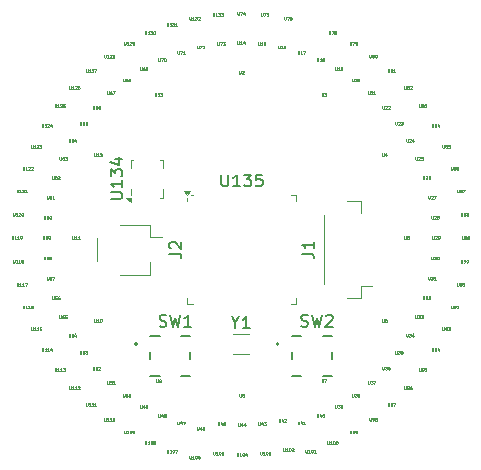
<source format=gbr>
%TF.GenerationSoftware,KiCad,Pcbnew,9.0.2*%
%TF.CreationDate,2025-11-21T20:47:10-08:00*%
%TF.ProjectId,LED Watch,4c454420-5761-4746-9368-2e6b69636164,rev?*%
%TF.SameCoordinates,Original*%
%TF.FileFunction,Legend,Top*%
%TF.FilePolarity,Positive*%
%FSLAX46Y46*%
G04 Gerber Fmt 4.6, Leading zero omitted, Abs format (unit mm)*
G04 Created by KiCad (PCBNEW 9.0.2) date 2025-11-21 20:47:10*
%MOMM*%
%LPD*%
G01*
G04 APERTURE LIST*
%ADD10C,0.031250*%
%ADD11C,0.150000*%
%ADD12C,0.120000*%
%ADD13C,0.127000*%
%ADD14C,0.200000*%
%ADD15C,0.100000*%
G04 APERTURE END LIST*
D10*
X92979276Y-83790529D02*
X92979276Y-83992910D01*
X92979276Y-83992910D02*
X92991181Y-84016720D01*
X92991181Y-84016720D02*
X93003086Y-84028625D01*
X93003086Y-84028625D02*
X93026895Y-84040529D01*
X93026895Y-84040529D02*
X93074514Y-84040529D01*
X93074514Y-84040529D02*
X93098324Y-84028625D01*
X93098324Y-84028625D02*
X93110229Y-84016720D01*
X93110229Y-84016720D02*
X93122133Y-83992910D01*
X93122133Y-83992910D02*
X93122133Y-83790529D01*
X93217372Y-83790529D02*
X93384038Y-83790529D01*
X93384038Y-83790529D02*
X93276896Y-84040529D01*
X93526895Y-83790529D02*
X93550705Y-83790529D01*
X93550705Y-83790529D02*
X93574514Y-83802434D01*
X93574514Y-83802434D02*
X93586419Y-83814339D01*
X93586419Y-83814339D02*
X93598324Y-83838148D01*
X93598324Y-83838148D02*
X93610229Y-83885767D01*
X93610229Y-83885767D02*
X93610229Y-83945291D01*
X93610229Y-83945291D02*
X93598324Y-83992910D01*
X93598324Y-83992910D02*
X93586419Y-84016720D01*
X93586419Y-84016720D02*
X93574514Y-84028625D01*
X93574514Y-84028625D02*
X93550705Y-84040529D01*
X93550705Y-84040529D02*
X93526895Y-84040529D01*
X93526895Y-84040529D02*
X93503086Y-84028625D01*
X93503086Y-84028625D02*
X93491181Y-84016720D01*
X93491181Y-84016720D02*
X93479276Y-83992910D01*
X93479276Y-83992910D02*
X93467372Y-83945291D01*
X93467372Y-83945291D02*
X93467372Y-83885767D01*
X93467372Y-83885767D02*
X93479276Y-83838148D01*
X93479276Y-83838148D02*
X93491181Y-83814339D01*
X93491181Y-83814339D02*
X93503086Y-83802434D01*
X93503086Y-83802434D02*
X93526895Y-83790529D01*
X112403976Y-112983829D02*
X112403976Y-113186210D01*
X112403976Y-113186210D02*
X112415881Y-113210020D01*
X112415881Y-113210020D02*
X112427786Y-113221925D01*
X112427786Y-113221925D02*
X112451595Y-113233829D01*
X112451595Y-113233829D02*
X112499214Y-113233829D01*
X112499214Y-113233829D02*
X112523024Y-113221925D01*
X112523024Y-113221925D02*
X112534929Y-113210020D01*
X112534929Y-113210020D02*
X112546833Y-113186210D01*
X112546833Y-113186210D02*
X112546833Y-112983829D01*
X112677786Y-113233829D02*
X112725405Y-113233829D01*
X112725405Y-113233829D02*
X112749215Y-113221925D01*
X112749215Y-113221925D02*
X112761119Y-113210020D01*
X112761119Y-113210020D02*
X112784929Y-113174305D01*
X112784929Y-113174305D02*
X112796834Y-113126686D01*
X112796834Y-113126686D02*
X112796834Y-113031448D01*
X112796834Y-113031448D02*
X112784929Y-113007639D01*
X112784929Y-113007639D02*
X112773024Y-112995734D01*
X112773024Y-112995734D02*
X112749215Y-112983829D01*
X112749215Y-112983829D02*
X112701596Y-112983829D01*
X112701596Y-112983829D02*
X112677786Y-112995734D01*
X112677786Y-112995734D02*
X112665881Y-113007639D01*
X112665881Y-113007639D02*
X112653977Y-113031448D01*
X112653977Y-113031448D02*
X112653977Y-113090972D01*
X112653977Y-113090972D02*
X112665881Y-113114782D01*
X112665881Y-113114782D02*
X112677786Y-113126686D01*
X112677786Y-113126686D02*
X112701596Y-113138591D01*
X112701596Y-113138591D02*
X112749215Y-113138591D01*
X112749215Y-113138591D02*
X112773024Y-113126686D01*
X112773024Y-113126686D02*
X112784929Y-113114782D01*
X112784929Y-113114782D02*
X112796834Y-113090972D01*
X112880167Y-112983829D02*
X113046833Y-112983829D01*
X113046833Y-112983829D02*
X112939691Y-113233829D01*
X86341676Y-108562529D02*
X86341676Y-108764910D01*
X86341676Y-108764910D02*
X86353581Y-108788720D01*
X86353581Y-108788720D02*
X86365486Y-108800625D01*
X86365486Y-108800625D02*
X86389295Y-108812529D01*
X86389295Y-108812529D02*
X86436914Y-108812529D01*
X86436914Y-108812529D02*
X86460724Y-108800625D01*
X86460724Y-108800625D02*
X86472629Y-108788720D01*
X86472629Y-108788720D02*
X86484533Y-108764910D01*
X86484533Y-108764910D02*
X86484533Y-108562529D01*
X86722629Y-108562529D02*
X86603581Y-108562529D01*
X86603581Y-108562529D02*
X86591677Y-108681577D01*
X86591677Y-108681577D02*
X86603581Y-108669672D01*
X86603581Y-108669672D02*
X86627391Y-108657767D01*
X86627391Y-108657767D02*
X86686915Y-108657767D01*
X86686915Y-108657767D02*
X86710724Y-108669672D01*
X86710724Y-108669672D02*
X86722629Y-108681577D01*
X86722629Y-108681577D02*
X86734534Y-108705386D01*
X86734534Y-108705386D02*
X86734534Y-108764910D01*
X86734534Y-108764910D02*
X86722629Y-108788720D01*
X86722629Y-108788720D02*
X86710724Y-108800625D01*
X86710724Y-108800625D02*
X86686915Y-108812529D01*
X86686915Y-108812529D02*
X86627391Y-108812529D01*
X86627391Y-108812529D02*
X86603581Y-108800625D01*
X86603581Y-108800625D02*
X86591677Y-108788720D01*
X86817867Y-108562529D02*
X86972629Y-108562529D01*
X86972629Y-108562529D02*
X86889295Y-108657767D01*
X86889295Y-108657767D02*
X86925010Y-108657767D01*
X86925010Y-108657767D02*
X86948819Y-108669672D01*
X86948819Y-108669672D02*
X86960724Y-108681577D01*
X86960724Y-108681577D02*
X86972629Y-108705386D01*
X86972629Y-108705386D02*
X86972629Y-108764910D01*
X86972629Y-108764910D02*
X86960724Y-108788720D01*
X86960724Y-108788720D02*
X86948819Y-108800625D01*
X86948819Y-108800625D02*
X86925010Y-108812529D01*
X86925010Y-108812529D02*
X86853581Y-108812529D01*
X86853581Y-108812529D02*
X86829772Y-108800625D01*
X86829772Y-108800625D02*
X86817867Y-108788720D01*
X115829876Y-95433529D02*
X115829876Y-95635910D01*
X115829876Y-95635910D02*
X115841781Y-95659720D01*
X115841781Y-95659720D02*
X115853686Y-95671625D01*
X115853686Y-95671625D02*
X115877495Y-95683529D01*
X115877495Y-95683529D02*
X115925114Y-95683529D01*
X115925114Y-95683529D02*
X115948924Y-95671625D01*
X115948924Y-95671625D02*
X115960829Y-95659720D01*
X115960829Y-95659720D02*
X115972733Y-95635910D01*
X115972733Y-95635910D02*
X115972733Y-95433529D01*
X116079877Y-95457339D02*
X116091781Y-95445434D01*
X116091781Y-95445434D02*
X116115591Y-95433529D01*
X116115591Y-95433529D02*
X116175115Y-95433529D01*
X116175115Y-95433529D02*
X116198924Y-95445434D01*
X116198924Y-95445434D02*
X116210829Y-95457339D01*
X116210829Y-95457339D02*
X116222734Y-95481148D01*
X116222734Y-95481148D02*
X116222734Y-95504958D01*
X116222734Y-95504958D02*
X116210829Y-95540672D01*
X116210829Y-95540672D02*
X116067972Y-95683529D01*
X116067972Y-95683529D02*
X116222734Y-95683529D01*
X116306067Y-95433529D02*
X116472733Y-95433529D01*
X116472733Y-95433529D02*
X116365591Y-95683529D01*
X89991976Y-85515229D02*
X89991976Y-85717610D01*
X89991976Y-85717610D02*
X90003881Y-85741420D01*
X90003881Y-85741420D02*
X90015786Y-85753325D01*
X90015786Y-85753325D02*
X90039595Y-85765229D01*
X90039595Y-85765229D02*
X90087214Y-85765229D01*
X90087214Y-85765229D02*
X90111024Y-85753325D01*
X90111024Y-85753325D02*
X90122929Y-85741420D01*
X90122929Y-85741420D02*
X90134833Y-85717610D01*
X90134833Y-85717610D02*
X90134833Y-85515229D01*
X90361024Y-85515229D02*
X90313405Y-85515229D01*
X90313405Y-85515229D02*
X90289596Y-85527134D01*
X90289596Y-85527134D02*
X90277691Y-85539039D01*
X90277691Y-85539039D02*
X90253881Y-85574753D01*
X90253881Y-85574753D02*
X90241977Y-85622372D01*
X90241977Y-85622372D02*
X90241977Y-85717610D01*
X90241977Y-85717610D02*
X90253881Y-85741420D01*
X90253881Y-85741420D02*
X90265786Y-85753325D01*
X90265786Y-85753325D02*
X90289596Y-85765229D01*
X90289596Y-85765229D02*
X90337215Y-85765229D01*
X90337215Y-85765229D02*
X90361024Y-85753325D01*
X90361024Y-85753325D02*
X90372929Y-85741420D01*
X90372929Y-85741420D02*
X90384834Y-85717610D01*
X90384834Y-85717610D02*
X90384834Y-85658086D01*
X90384834Y-85658086D02*
X90372929Y-85634277D01*
X90372929Y-85634277D02*
X90361024Y-85622372D01*
X90361024Y-85622372D02*
X90337215Y-85610467D01*
X90337215Y-85610467D02*
X90289596Y-85610467D01*
X90289596Y-85610467D02*
X90265786Y-85622372D01*
X90265786Y-85622372D02*
X90253881Y-85634277D01*
X90253881Y-85634277D02*
X90241977Y-85658086D01*
X90527691Y-85622372D02*
X90503881Y-85610467D01*
X90503881Y-85610467D02*
X90491976Y-85598563D01*
X90491976Y-85598563D02*
X90480072Y-85574753D01*
X90480072Y-85574753D02*
X90480072Y-85562848D01*
X90480072Y-85562848D02*
X90491976Y-85539039D01*
X90491976Y-85539039D02*
X90503881Y-85527134D01*
X90503881Y-85527134D02*
X90527691Y-85515229D01*
X90527691Y-85515229D02*
X90575310Y-85515229D01*
X90575310Y-85515229D02*
X90599119Y-85527134D01*
X90599119Y-85527134D02*
X90611024Y-85539039D01*
X90611024Y-85539039D02*
X90622929Y-85562848D01*
X90622929Y-85562848D02*
X90622929Y-85574753D01*
X90622929Y-85574753D02*
X90611024Y-85598563D01*
X90611024Y-85598563D02*
X90599119Y-85610467D01*
X90599119Y-85610467D02*
X90575310Y-85622372D01*
X90575310Y-85622372D02*
X90527691Y-85622372D01*
X90527691Y-85622372D02*
X90503881Y-85634277D01*
X90503881Y-85634277D02*
X90491976Y-85646182D01*
X90491976Y-85646182D02*
X90480072Y-85669991D01*
X90480072Y-85669991D02*
X90480072Y-85717610D01*
X90480072Y-85717610D02*
X90491976Y-85741420D01*
X90491976Y-85741420D02*
X90503881Y-85753325D01*
X90503881Y-85753325D02*
X90527691Y-85765229D01*
X90527691Y-85765229D02*
X90575310Y-85765229D01*
X90575310Y-85765229D02*
X90599119Y-85753325D01*
X90599119Y-85753325D02*
X90611024Y-85741420D01*
X90611024Y-85741420D02*
X90622929Y-85717610D01*
X90622929Y-85717610D02*
X90622929Y-85669991D01*
X90622929Y-85669991D02*
X90611024Y-85646182D01*
X90611024Y-85646182D02*
X90599119Y-85634277D01*
X90599119Y-85634277D02*
X90575310Y-85622372D01*
X93700128Y-80793929D02*
X93700128Y-80996310D01*
X93700128Y-80996310D02*
X93712033Y-81020120D01*
X93712033Y-81020120D02*
X93723938Y-81032025D01*
X93723938Y-81032025D02*
X93747747Y-81043929D01*
X93747747Y-81043929D02*
X93795366Y-81043929D01*
X93795366Y-81043929D02*
X93819176Y-81032025D01*
X93819176Y-81032025D02*
X93831081Y-81020120D01*
X93831081Y-81020120D02*
X93842985Y-80996310D01*
X93842985Y-80996310D02*
X93842985Y-80793929D01*
X94092986Y-81043929D02*
X93950129Y-81043929D01*
X94021557Y-81043929D02*
X94021557Y-80793929D01*
X94021557Y-80793929D02*
X93997748Y-80829644D01*
X93997748Y-80829644D02*
X93973938Y-80853453D01*
X93973938Y-80853453D02*
X93950129Y-80865358D01*
X94176319Y-80793929D02*
X94331081Y-80793929D01*
X94331081Y-80793929D02*
X94247747Y-80889167D01*
X94247747Y-80889167D02*
X94283462Y-80889167D01*
X94283462Y-80889167D02*
X94307271Y-80901072D01*
X94307271Y-80901072D02*
X94319176Y-80912977D01*
X94319176Y-80912977D02*
X94331081Y-80936786D01*
X94331081Y-80936786D02*
X94331081Y-80996310D01*
X94331081Y-80996310D02*
X94319176Y-81020120D01*
X94319176Y-81020120D02*
X94307271Y-81032025D01*
X94307271Y-81032025D02*
X94283462Y-81043929D01*
X94283462Y-81043929D02*
X94212033Y-81043929D01*
X94212033Y-81043929D02*
X94188224Y-81032025D01*
X94188224Y-81032025D02*
X94176319Y-81020120D01*
X94569176Y-81043929D02*
X94426319Y-81043929D01*
X94497747Y-81043929D02*
X94497747Y-80793929D01*
X94497747Y-80793929D02*
X94473938Y-80829644D01*
X94473938Y-80829644D02*
X94450128Y-80853453D01*
X94450128Y-80853453D02*
X94426319Y-80865358D01*
X80675528Y-100850029D02*
X80675528Y-101052410D01*
X80675528Y-101052410D02*
X80687433Y-101076220D01*
X80687433Y-101076220D02*
X80699338Y-101088125D01*
X80699338Y-101088125D02*
X80723147Y-101100029D01*
X80723147Y-101100029D02*
X80770766Y-101100029D01*
X80770766Y-101100029D02*
X80794576Y-101088125D01*
X80794576Y-101088125D02*
X80806481Y-101076220D01*
X80806481Y-101076220D02*
X80818385Y-101052410D01*
X80818385Y-101052410D02*
X80818385Y-100850029D01*
X81068386Y-101100029D02*
X80925529Y-101100029D01*
X80996957Y-101100029D02*
X80996957Y-100850029D01*
X80996957Y-100850029D02*
X80973148Y-100885744D01*
X80973148Y-100885744D02*
X80949338Y-100909553D01*
X80949338Y-100909553D02*
X80925529Y-100921458D01*
X81306481Y-101100029D02*
X81163624Y-101100029D01*
X81235052Y-101100029D02*
X81235052Y-100850029D01*
X81235052Y-100850029D02*
X81211243Y-100885744D01*
X81211243Y-100885744D02*
X81187433Y-100909553D01*
X81187433Y-100909553D02*
X81163624Y-100921458D01*
X81449338Y-100957172D02*
X81425528Y-100945267D01*
X81425528Y-100945267D02*
X81413623Y-100933363D01*
X81413623Y-100933363D02*
X81401719Y-100909553D01*
X81401719Y-100909553D02*
X81401719Y-100897648D01*
X81401719Y-100897648D02*
X81413623Y-100873839D01*
X81413623Y-100873839D02*
X81425528Y-100861934D01*
X81425528Y-100861934D02*
X81449338Y-100850029D01*
X81449338Y-100850029D02*
X81496957Y-100850029D01*
X81496957Y-100850029D02*
X81520766Y-100861934D01*
X81520766Y-100861934D02*
X81532671Y-100873839D01*
X81532671Y-100873839D02*
X81544576Y-100897648D01*
X81544576Y-100897648D02*
X81544576Y-100909553D01*
X81544576Y-100909553D02*
X81532671Y-100933363D01*
X81532671Y-100933363D02*
X81520766Y-100945267D01*
X81520766Y-100945267D02*
X81496957Y-100957172D01*
X81496957Y-100957172D02*
X81449338Y-100957172D01*
X81449338Y-100957172D02*
X81425528Y-100969077D01*
X81425528Y-100969077D02*
X81413623Y-100980982D01*
X81413623Y-100980982D02*
X81401719Y-101004791D01*
X81401719Y-101004791D02*
X81401719Y-101052410D01*
X81401719Y-101052410D02*
X81413623Y-101076220D01*
X81413623Y-101076220D02*
X81425528Y-101088125D01*
X81425528Y-101088125D02*
X81449338Y-101100029D01*
X81449338Y-101100029D02*
X81496957Y-101100029D01*
X81496957Y-101100029D02*
X81520766Y-101088125D01*
X81520766Y-101088125D02*
X81532671Y-101076220D01*
X81532671Y-101076220D02*
X81544576Y-101052410D01*
X81544576Y-101052410D02*
X81544576Y-101004791D01*
X81544576Y-101004791D02*
X81532671Y-100980982D01*
X81532671Y-100980982D02*
X81520766Y-100969077D01*
X81520766Y-100969077D02*
X81496957Y-100957172D01*
X91440476Y-113153429D02*
X91440476Y-113355810D01*
X91440476Y-113355810D02*
X91452381Y-113379620D01*
X91452381Y-113379620D02*
X91464286Y-113391525D01*
X91464286Y-113391525D02*
X91488095Y-113403429D01*
X91488095Y-113403429D02*
X91535714Y-113403429D01*
X91535714Y-113403429D02*
X91559524Y-113391525D01*
X91559524Y-113391525D02*
X91571429Y-113379620D01*
X91571429Y-113379620D02*
X91583333Y-113355810D01*
X91583333Y-113355810D02*
X91583333Y-113153429D01*
X91809524Y-113236763D02*
X91809524Y-113403429D01*
X91750000Y-113141525D02*
X91690477Y-113320096D01*
X91690477Y-113320096D02*
X91845238Y-113320096D01*
X91952381Y-113403429D02*
X92000000Y-113403429D01*
X92000000Y-113403429D02*
X92023810Y-113391525D01*
X92023810Y-113391525D02*
X92035714Y-113379620D01*
X92035714Y-113379620D02*
X92059524Y-113343905D01*
X92059524Y-113343905D02*
X92071429Y-113296286D01*
X92071429Y-113296286D02*
X92071429Y-113201048D01*
X92071429Y-113201048D02*
X92059524Y-113177239D01*
X92059524Y-113177239D02*
X92047619Y-113165334D01*
X92047619Y-113165334D02*
X92023810Y-113153429D01*
X92023810Y-113153429D02*
X91976191Y-113153429D01*
X91976191Y-113153429D02*
X91952381Y-113165334D01*
X91952381Y-113165334D02*
X91940476Y-113177239D01*
X91940476Y-113177239D02*
X91928572Y-113201048D01*
X91928572Y-113201048D02*
X91928572Y-113260572D01*
X91928572Y-113260572D02*
X91940476Y-113284382D01*
X91940476Y-113284382D02*
X91952381Y-113296286D01*
X91952381Y-113296286D02*
X91976191Y-113308191D01*
X91976191Y-113308191D02*
X92023810Y-113308191D01*
X92023810Y-113308191D02*
X92047619Y-113296286D01*
X92047619Y-113296286D02*
X92059524Y-113284382D01*
X92059524Y-113284382D02*
X92071429Y-113260572D01*
X92979276Y-113937529D02*
X92979276Y-114139910D01*
X92979276Y-114139910D02*
X92991181Y-114163720D01*
X92991181Y-114163720D02*
X93003086Y-114175625D01*
X93003086Y-114175625D02*
X93026895Y-114187529D01*
X93026895Y-114187529D02*
X93074514Y-114187529D01*
X93074514Y-114187529D02*
X93098324Y-114175625D01*
X93098324Y-114175625D02*
X93110229Y-114163720D01*
X93110229Y-114163720D02*
X93122133Y-114139910D01*
X93122133Y-114139910D02*
X93122133Y-113937529D01*
X93348324Y-114020863D02*
X93348324Y-114187529D01*
X93288800Y-113925625D02*
X93229277Y-114104196D01*
X93229277Y-114104196D02*
X93384038Y-114104196D01*
X93514991Y-114044672D02*
X93491181Y-114032767D01*
X93491181Y-114032767D02*
X93479276Y-114020863D01*
X93479276Y-114020863D02*
X93467372Y-113997053D01*
X93467372Y-113997053D02*
X93467372Y-113985148D01*
X93467372Y-113985148D02*
X93479276Y-113961339D01*
X93479276Y-113961339D02*
X93491181Y-113949434D01*
X93491181Y-113949434D02*
X93514991Y-113937529D01*
X93514991Y-113937529D02*
X93562610Y-113937529D01*
X93562610Y-113937529D02*
X93586419Y-113949434D01*
X93586419Y-113949434D02*
X93598324Y-113961339D01*
X93598324Y-113961339D02*
X93610229Y-113985148D01*
X93610229Y-113985148D02*
X93610229Y-113997053D01*
X93610229Y-113997053D02*
X93598324Y-114020863D01*
X93598324Y-114020863D02*
X93586419Y-114032767D01*
X93586419Y-114032767D02*
X93562610Y-114044672D01*
X93562610Y-114044672D02*
X93514991Y-114044672D01*
X93514991Y-114044672D02*
X93491181Y-114056577D01*
X93491181Y-114056577D02*
X93479276Y-114068482D01*
X93479276Y-114068482D02*
X93467372Y-114092291D01*
X93467372Y-114092291D02*
X93467372Y-114139910D01*
X93467372Y-114139910D02*
X93479276Y-114163720D01*
X93479276Y-114163720D02*
X93491181Y-114175625D01*
X93491181Y-114175625D02*
X93514991Y-114187529D01*
X93514991Y-114187529D02*
X93562610Y-114187529D01*
X93562610Y-114187529D02*
X93586419Y-114175625D01*
X93586419Y-114175625D02*
X93598324Y-114163720D01*
X93598324Y-114163720D02*
X93610229Y-114139910D01*
X93610229Y-114139910D02*
X93610229Y-114092291D01*
X93610229Y-114092291D02*
X93598324Y-114068482D01*
X93598324Y-114068482D02*
X93586419Y-114056577D01*
X93586419Y-114056577D02*
X93562610Y-114044672D01*
D11*
X99523809Y-106178628D02*
X99523809Y-106654819D01*
X99190476Y-105654819D02*
X99523809Y-106178628D01*
X99523809Y-106178628D02*
X99857142Y-105654819D01*
X100714285Y-106654819D02*
X100142857Y-106654819D01*
X100428571Y-106654819D02*
X100428571Y-105654819D01*
X100428571Y-105654819D02*
X100333333Y-105797676D01*
X100333333Y-105797676D02*
X100238095Y-105892914D01*
X100238095Y-105892914D02*
X100142857Y-105940533D01*
D10*
X117760576Y-104735329D02*
X117760576Y-104937710D01*
X117760576Y-104937710D02*
X117772481Y-104961520D01*
X117772481Y-104961520D02*
X117784386Y-104973425D01*
X117784386Y-104973425D02*
X117808195Y-104985329D01*
X117808195Y-104985329D02*
X117855814Y-104985329D01*
X117855814Y-104985329D02*
X117879624Y-104973425D01*
X117879624Y-104973425D02*
X117891529Y-104961520D01*
X117891529Y-104961520D02*
X117903433Y-104937710D01*
X117903433Y-104937710D02*
X117903433Y-104735329D01*
X118034386Y-104985329D02*
X118082005Y-104985329D01*
X118082005Y-104985329D02*
X118105815Y-104973425D01*
X118105815Y-104973425D02*
X118117719Y-104961520D01*
X118117719Y-104961520D02*
X118141529Y-104925805D01*
X118141529Y-104925805D02*
X118153434Y-104878186D01*
X118153434Y-104878186D02*
X118153434Y-104782948D01*
X118153434Y-104782948D02*
X118141529Y-104759139D01*
X118141529Y-104759139D02*
X118129624Y-104747234D01*
X118129624Y-104747234D02*
X118105815Y-104735329D01*
X118105815Y-104735329D02*
X118058196Y-104735329D01*
X118058196Y-104735329D02*
X118034386Y-104747234D01*
X118034386Y-104747234D02*
X118022481Y-104759139D01*
X118022481Y-104759139D02*
X118010577Y-104782948D01*
X118010577Y-104782948D02*
X118010577Y-104842472D01*
X118010577Y-104842472D02*
X118022481Y-104866282D01*
X118022481Y-104866282D02*
X118034386Y-104878186D01*
X118034386Y-104878186D02*
X118058196Y-104890091D01*
X118058196Y-104890091D02*
X118105815Y-104890091D01*
X118105815Y-104890091D02*
X118129624Y-104878186D01*
X118129624Y-104878186D02*
X118141529Y-104866282D01*
X118141529Y-104866282D02*
X118153434Y-104842472D01*
X118248672Y-104759139D02*
X118260576Y-104747234D01*
X118260576Y-104747234D02*
X118284386Y-104735329D01*
X118284386Y-104735329D02*
X118343910Y-104735329D01*
X118343910Y-104735329D02*
X118367719Y-104747234D01*
X118367719Y-104747234D02*
X118379624Y-104759139D01*
X118379624Y-104759139D02*
X118391529Y-104782948D01*
X118391529Y-104782948D02*
X118391529Y-104806758D01*
X118391529Y-104806758D02*
X118379624Y-104842472D01*
X118379624Y-104842472D02*
X118236767Y-104985329D01*
X118236767Y-104985329D02*
X118391529Y-104985329D01*
X85401076Y-90614029D02*
X85401076Y-90816410D01*
X85401076Y-90816410D02*
X85412981Y-90840220D01*
X85412981Y-90840220D02*
X85424886Y-90852125D01*
X85424886Y-90852125D02*
X85448695Y-90864029D01*
X85448695Y-90864029D02*
X85496314Y-90864029D01*
X85496314Y-90864029D02*
X85520124Y-90852125D01*
X85520124Y-90852125D02*
X85532029Y-90840220D01*
X85532029Y-90840220D02*
X85543933Y-90816410D01*
X85543933Y-90816410D02*
X85543933Y-90614029D01*
X85770124Y-90614029D02*
X85722505Y-90614029D01*
X85722505Y-90614029D02*
X85698696Y-90625934D01*
X85698696Y-90625934D02*
X85686791Y-90637839D01*
X85686791Y-90637839D02*
X85662981Y-90673553D01*
X85662981Y-90673553D02*
X85651077Y-90721172D01*
X85651077Y-90721172D02*
X85651077Y-90816410D01*
X85651077Y-90816410D02*
X85662981Y-90840220D01*
X85662981Y-90840220D02*
X85674886Y-90852125D01*
X85674886Y-90852125D02*
X85698696Y-90864029D01*
X85698696Y-90864029D02*
X85746315Y-90864029D01*
X85746315Y-90864029D02*
X85770124Y-90852125D01*
X85770124Y-90852125D02*
X85782029Y-90840220D01*
X85782029Y-90840220D02*
X85793934Y-90816410D01*
X85793934Y-90816410D02*
X85793934Y-90756886D01*
X85793934Y-90756886D02*
X85782029Y-90733077D01*
X85782029Y-90733077D02*
X85770124Y-90721172D01*
X85770124Y-90721172D02*
X85746315Y-90709267D01*
X85746315Y-90709267D02*
X85698696Y-90709267D01*
X85698696Y-90709267D02*
X85674886Y-90721172D01*
X85674886Y-90721172D02*
X85662981Y-90733077D01*
X85662981Y-90733077D02*
X85651077Y-90756886D01*
X86008219Y-90697363D02*
X86008219Y-90864029D01*
X85948695Y-90602125D02*
X85889172Y-90780696D01*
X85889172Y-90780696D02*
X86043933Y-90780696D01*
X114763976Y-92152829D02*
X114763976Y-92355210D01*
X114763976Y-92355210D02*
X114775881Y-92379020D01*
X114775881Y-92379020D02*
X114787786Y-92390925D01*
X114787786Y-92390925D02*
X114811595Y-92402829D01*
X114811595Y-92402829D02*
X114859214Y-92402829D01*
X114859214Y-92402829D02*
X114883024Y-92390925D01*
X114883024Y-92390925D02*
X114894929Y-92379020D01*
X114894929Y-92379020D02*
X114906833Y-92355210D01*
X114906833Y-92355210D02*
X114906833Y-92152829D01*
X115013977Y-92176639D02*
X115025881Y-92164734D01*
X115025881Y-92164734D02*
X115049691Y-92152829D01*
X115049691Y-92152829D02*
X115109215Y-92152829D01*
X115109215Y-92152829D02*
X115133024Y-92164734D01*
X115133024Y-92164734D02*
X115144929Y-92176639D01*
X115144929Y-92176639D02*
X115156834Y-92200448D01*
X115156834Y-92200448D02*
X115156834Y-92224258D01*
X115156834Y-92224258D02*
X115144929Y-92259972D01*
X115144929Y-92259972D02*
X115002072Y-92402829D01*
X115002072Y-92402829D02*
X115156834Y-92402829D01*
X115383024Y-92152829D02*
X115263976Y-92152829D01*
X115263976Y-92152829D02*
X115252072Y-92271877D01*
X115252072Y-92271877D02*
X115263976Y-92259972D01*
X115263976Y-92259972D02*
X115287786Y-92248067D01*
X115287786Y-92248067D02*
X115347310Y-92248067D01*
X115347310Y-92248067D02*
X115371119Y-92259972D01*
X115371119Y-92259972D02*
X115383024Y-92271877D01*
X115383024Y-92271877D02*
X115394929Y-92295686D01*
X115394929Y-92295686D02*
X115394929Y-92355210D01*
X115394929Y-92355210D02*
X115383024Y-92379020D01*
X115383024Y-92379020D02*
X115371119Y-92390925D01*
X115371119Y-92390925D02*
X115347310Y-92402829D01*
X115347310Y-92402829D02*
X115287786Y-92402829D01*
X115287786Y-92402829D02*
X115263976Y-92390925D01*
X115263976Y-92390925D02*
X115252072Y-92379020D01*
X107940476Y-84574629D02*
X107940476Y-84777010D01*
X107940476Y-84777010D02*
X107952381Y-84800820D01*
X107952381Y-84800820D02*
X107964286Y-84812725D01*
X107964286Y-84812725D02*
X107988095Y-84824629D01*
X107988095Y-84824629D02*
X108035714Y-84824629D01*
X108035714Y-84824629D02*
X108059524Y-84812725D01*
X108059524Y-84812725D02*
X108071429Y-84800820D01*
X108071429Y-84800820D02*
X108083333Y-84777010D01*
X108083333Y-84777010D02*
X108083333Y-84574629D01*
X108333334Y-84824629D02*
X108190477Y-84824629D01*
X108261905Y-84824629D02*
X108261905Y-84574629D01*
X108261905Y-84574629D02*
X108238096Y-84610344D01*
X108238096Y-84610344D02*
X108214286Y-84634153D01*
X108214286Y-84634153D02*
X108190477Y-84646058D01*
X108452381Y-84824629D02*
X108500000Y-84824629D01*
X108500000Y-84824629D02*
X108523810Y-84812725D01*
X108523810Y-84812725D02*
X108535714Y-84800820D01*
X108535714Y-84800820D02*
X108559524Y-84765105D01*
X108559524Y-84765105D02*
X108571429Y-84717486D01*
X108571429Y-84717486D02*
X108571429Y-84622248D01*
X108571429Y-84622248D02*
X108559524Y-84598439D01*
X108559524Y-84598439D02*
X108547619Y-84586534D01*
X108547619Y-84586534D02*
X108523810Y-84574629D01*
X108523810Y-84574629D02*
X108476191Y-84574629D01*
X108476191Y-84574629D02*
X108452381Y-84586534D01*
X108452381Y-84586534D02*
X108440476Y-84598439D01*
X108440476Y-84598439D02*
X108428572Y-84622248D01*
X108428572Y-84622248D02*
X108428572Y-84681772D01*
X108428572Y-84681772D02*
X108440476Y-84705582D01*
X108440476Y-84705582D02*
X108452381Y-84717486D01*
X108452381Y-84717486D02*
X108476191Y-84729391D01*
X108476191Y-84729391D02*
X108523810Y-84729391D01*
X108523810Y-84729391D02*
X108547619Y-84717486D01*
X108547619Y-84717486D02*
X108559524Y-84705582D01*
X108559524Y-84705582D02*
X108571429Y-84681772D01*
X105442728Y-116934129D02*
X105442728Y-117136510D01*
X105442728Y-117136510D02*
X105454633Y-117160320D01*
X105454633Y-117160320D02*
X105466538Y-117172225D01*
X105466538Y-117172225D02*
X105490347Y-117184129D01*
X105490347Y-117184129D02*
X105537966Y-117184129D01*
X105537966Y-117184129D02*
X105561776Y-117172225D01*
X105561776Y-117172225D02*
X105573681Y-117160320D01*
X105573681Y-117160320D02*
X105585585Y-117136510D01*
X105585585Y-117136510D02*
X105585585Y-116934129D01*
X105835586Y-117184129D02*
X105692729Y-117184129D01*
X105764157Y-117184129D02*
X105764157Y-116934129D01*
X105764157Y-116934129D02*
X105740348Y-116969844D01*
X105740348Y-116969844D02*
X105716538Y-116993653D01*
X105716538Y-116993653D02*
X105692729Y-117005558D01*
X105990347Y-116934129D02*
X106014157Y-116934129D01*
X106014157Y-116934129D02*
X106037966Y-116946034D01*
X106037966Y-116946034D02*
X106049871Y-116957939D01*
X106049871Y-116957939D02*
X106061776Y-116981748D01*
X106061776Y-116981748D02*
X106073681Y-117029367D01*
X106073681Y-117029367D02*
X106073681Y-117088891D01*
X106073681Y-117088891D02*
X106061776Y-117136510D01*
X106061776Y-117136510D02*
X106049871Y-117160320D01*
X106049871Y-117160320D02*
X106037966Y-117172225D01*
X106037966Y-117172225D02*
X106014157Y-117184129D01*
X106014157Y-117184129D02*
X105990347Y-117184129D01*
X105990347Y-117184129D02*
X105966538Y-117172225D01*
X105966538Y-117172225D02*
X105954633Y-117160320D01*
X105954633Y-117160320D02*
X105942728Y-117136510D01*
X105942728Y-117136510D02*
X105930824Y-117088891D01*
X105930824Y-117088891D02*
X105930824Y-117029367D01*
X105930824Y-117029367D02*
X105942728Y-116981748D01*
X105942728Y-116981748D02*
X105954633Y-116957939D01*
X105954633Y-116957939D02*
X105966538Y-116946034D01*
X105966538Y-116946034D02*
X105990347Y-116934129D01*
X106311776Y-117184129D02*
X106168919Y-117184129D01*
X106240347Y-117184129D02*
X106240347Y-116934129D01*
X106240347Y-116934129D02*
X106216538Y-116969844D01*
X106216538Y-116969844D02*
X106192728Y-116993653D01*
X106192728Y-116993653D02*
X106168919Y-117005558D01*
X111952376Y-87823329D02*
X111952376Y-88025710D01*
X111952376Y-88025710D02*
X111964281Y-88049520D01*
X111964281Y-88049520D02*
X111976186Y-88061425D01*
X111976186Y-88061425D02*
X111999995Y-88073329D01*
X111999995Y-88073329D02*
X112047614Y-88073329D01*
X112047614Y-88073329D02*
X112071424Y-88061425D01*
X112071424Y-88061425D02*
X112083329Y-88049520D01*
X112083329Y-88049520D02*
X112095233Y-88025710D01*
X112095233Y-88025710D02*
X112095233Y-87823329D01*
X112202377Y-87847139D02*
X112214281Y-87835234D01*
X112214281Y-87835234D02*
X112238091Y-87823329D01*
X112238091Y-87823329D02*
X112297615Y-87823329D01*
X112297615Y-87823329D02*
X112321424Y-87835234D01*
X112321424Y-87835234D02*
X112333329Y-87847139D01*
X112333329Y-87847139D02*
X112345234Y-87870948D01*
X112345234Y-87870948D02*
X112345234Y-87894758D01*
X112345234Y-87894758D02*
X112333329Y-87930472D01*
X112333329Y-87930472D02*
X112190472Y-88073329D01*
X112190472Y-88073329D02*
X112345234Y-88073329D01*
X112440472Y-87847139D02*
X112452376Y-87835234D01*
X112452376Y-87835234D02*
X112476186Y-87823329D01*
X112476186Y-87823329D02*
X112535710Y-87823329D01*
X112535710Y-87823329D02*
X112559519Y-87835234D01*
X112559519Y-87835234D02*
X112571424Y-87847139D01*
X112571424Y-87847139D02*
X112583329Y-87870948D01*
X112583329Y-87870948D02*
X112583329Y-87894758D01*
X112583329Y-87894758D02*
X112571424Y-87930472D01*
X112571424Y-87930472D02*
X112428567Y-88073329D01*
X112428567Y-88073329D02*
X112583329Y-88073329D01*
D11*
X93934819Y-100333333D02*
X94649104Y-100333333D01*
X94649104Y-100333333D02*
X94791961Y-100380952D01*
X94791961Y-100380952D02*
X94887200Y-100476190D01*
X94887200Y-100476190D02*
X94934819Y-100619047D01*
X94934819Y-100619047D02*
X94934819Y-100714285D01*
X94030057Y-99904761D02*
X93982438Y-99857142D01*
X93982438Y-99857142D02*
X93934819Y-99761904D01*
X93934819Y-99761904D02*
X93934819Y-99523809D01*
X93934819Y-99523809D02*
X93982438Y-99428571D01*
X93982438Y-99428571D02*
X94030057Y-99380952D01*
X94030057Y-99380952D02*
X94125295Y-99333333D01*
X94125295Y-99333333D02*
X94220533Y-99333333D01*
X94220533Y-99333333D02*
X94363390Y-99380952D01*
X94363390Y-99380952D02*
X94934819Y-99952380D01*
X94934819Y-99952380D02*
X94934819Y-99333333D01*
D10*
X99809523Y-84864029D02*
X99809523Y-85066410D01*
X99809523Y-85066410D02*
X99821428Y-85090220D01*
X99821428Y-85090220D02*
X99833333Y-85102125D01*
X99833333Y-85102125D02*
X99857142Y-85114029D01*
X99857142Y-85114029D02*
X99904761Y-85114029D01*
X99904761Y-85114029D02*
X99928571Y-85102125D01*
X99928571Y-85102125D02*
X99940476Y-85090220D01*
X99940476Y-85090220D02*
X99952380Y-85066410D01*
X99952380Y-85066410D02*
X99952380Y-84864029D01*
X100059524Y-84887839D02*
X100071428Y-84875934D01*
X100071428Y-84875934D02*
X100095238Y-84864029D01*
X100095238Y-84864029D02*
X100154762Y-84864029D01*
X100154762Y-84864029D02*
X100178571Y-84875934D01*
X100178571Y-84875934D02*
X100190476Y-84887839D01*
X100190476Y-84887839D02*
X100202381Y-84911648D01*
X100202381Y-84911648D02*
X100202381Y-84935458D01*
X100202381Y-84935458D02*
X100190476Y-84971172D01*
X100190476Y-84971172D02*
X100047619Y-85114029D01*
X100047619Y-85114029D02*
X100202381Y-85114029D01*
X99621428Y-117214029D02*
X99621428Y-117416410D01*
X99621428Y-117416410D02*
X99633333Y-117440220D01*
X99633333Y-117440220D02*
X99645238Y-117452125D01*
X99645238Y-117452125D02*
X99669047Y-117464029D01*
X99669047Y-117464029D02*
X99716666Y-117464029D01*
X99716666Y-117464029D02*
X99740476Y-117452125D01*
X99740476Y-117452125D02*
X99752381Y-117440220D01*
X99752381Y-117440220D02*
X99764285Y-117416410D01*
X99764285Y-117416410D02*
X99764285Y-117214029D01*
X100014286Y-117464029D02*
X99871429Y-117464029D01*
X99942857Y-117464029D02*
X99942857Y-117214029D01*
X99942857Y-117214029D02*
X99919048Y-117249744D01*
X99919048Y-117249744D02*
X99895238Y-117273553D01*
X99895238Y-117273553D02*
X99871429Y-117285458D01*
X100169047Y-117214029D02*
X100192857Y-117214029D01*
X100192857Y-117214029D02*
X100216666Y-117225934D01*
X100216666Y-117225934D02*
X100228571Y-117237839D01*
X100228571Y-117237839D02*
X100240476Y-117261648D01*
X100240476Y-117261648D02*
X100252381Y-117309267D01*
X100252381Y-117309267D02*
X100252381Y-117368791D01*
X100252381Y-117368791D02*
X100240476Y-117416410D01*
X100240476Y-117416410D02*
X100228571Y-117440220D01*
X100228571Y-117440220D02*
X100216666Y-117452125D01*
X100216666Y-117452125D02*
X100192857Y-117464029D01*
X100192857Y-117464029D02*
X100169047Y-117464029D01*
X100169047Y-117464029D02*
X100145238Y-117452125D01*
X100145238Y-117452125D02*
X100133333Y-117440220D01*
X100133333Y-117440220D02*
X100121428Y-117416410D01*
X100121428Y-117416410D02*
X100109524Y-117368791D01*
X100109524Y-117368791D02*
X100109524Y-117309267D01*
X100109524Y-117309267D02*
X100121428Y-117261648D01*
X100121428Y-117261648D02*
X100133333Y-117237839D01*
X100133333Y-117237839D02*
X100145238Y-117225934D01*
X100145238Y-117225934D02*
X100169047Y-117214029D01*
X100466666Y-117297363D02*
X100466666Y-117464029D01*
X100407142Y-117202125D02*
X100347619Y-117380696D01*
X100347619Y-117380696D02*
X100502380Y-117380696D01*
X113810276Y-111577529D02*
X113810276Y-111779910D01*
X113810276Y-111779910D02*
X113822181Y-111803720D01*
X113822181Y-111803720D02*
X113834086Y-111815625D01*
X113834086Y-111815625D02*
X113857895Y-111827529D01*
X113857895Y-111827529D02*
X113905514Y-111827529D01*
X113905514Y-111827529D02*
X113929324Y-111815625D01*
X113929324Y-111815625D02*
X113941229Y-111803720D01*
X113941229Y-111803720D02*
X113953133Y-111779910D01*
X113953133Y-111779910D02*
X113953133Y-111577529D01*
X114084086Y-111827529D02*
X114131705Y-111827529D01*
X114131705Y-111827529D02*
X114155515Y-111815625D01*
X114155515Y-111815625D02*
X114167419Y-111803720D01*
X114167419Y-111803720D02*
X114191229Y-111768005D01*
X114191229Y-111768005D02*
X114203134Y-111720386D01*
X114203134Y-111720386D02*
X114203134Y-111625148D01*
X114203134Y-111625148D02*
X114191229Y-111601339D01*
X114191229Y-111601339D02*
X114179324Y-111589434D01*
X114179324Y-111589434D02*
X114155515Y-111577529D01*
X114155515Y-111577529D02*
X114107896Y-111577529D01*
X114107896Y-111577529D02*
X114084086Y-111589434D01*
X114084086Y-111589434D02*
X114072181Y-111601339D01*
X114072181Y-111601339D02*
X114060277Y-111625148D01*
X114060277Y-111625148D02*
X114060277Y-111684672D01*
X114060277Y-111684672D02*
X114072181Y-111708482D01*
X114072181Y-111708482D02*
X114084086Y-111720386D01*
X114084086Y-111720386D02*
X114107896Y-111732291D01*
X114107896Y-111732291D02*
X114155515Y-111732291D01*
X114155515Y-111732291D02*
X114179324Y-111720386D01*
X114179324Y-111720386D02*
X114191229Y-111708482D01*
X114191229Y-111708482D02*
X114203134Y-111684672D01*
X114417419Y-111577529D02*
X114369800Y-111577529D01*
X114369800Y-111577529D02*
X114345991Y-111589434D01*
X114345991Y-111589434D02*
X114334086Y-111601339D01*
X114334086Y-111601339D02*
X114310276Y-111637053D01*
X114310276Y-111637053D02*
X114298372Y-111684672D01*
X114298372Y-111684672D02*
X114298372Y-111779910D01*
X114298372Y-111779910D02*
X114310276Y-111803720D01*
X114310276Y-111803720D02*
X114322181Y-111815625D01*
X114322181Y-111815625D02*
X114345991Y-111827529D01*
X114345991Y-111827529D02*
X114393610Y-111827529D01*
X114393610Y-111827529D02*
X114417419Y-111815625D01*
X114417419Y-111815625D02*
X114429324Y-111803720D01*
X114429324Y-111803720D02*
X114441229Y-111779910D01*
X114441229Y-111779910D02*
X114441229Y-111720386D01*
X114441229Y-111720386D02*
X114429324Y-111696577D01*
X114429324Y-111696577D02*
X114417419Y-111684672D01*
X114417419Y-111684672D02*
X114393610Y-111672767D01*
X114393610Y-111672767D02*
X114345991Y-111672767D01*
X114345991Y-111672767D02*
X114322181Y-111684672D01*
X114322181Y-111684672D02*
X114310276Y-111696577D01*
X114310276Y-111696577D02*
X114298372Y-111720386D01*
X103170976Y-114353429D02*
X103170976Y-114555810D01*
X103170976Y-114555810D02*
X103182881Y-114579620D01*
X103182881Y-114579620D02*
X103194786Y-114591525D01*
X103194786Y-114591525D02*
X103218595Y-114603429D01*
X103218595Y-114603429D02*
X103266214Y-114603429D01*
X103266214Y-114603429D02*
X103290024Y-114591525D01*
X103290024Y-114591525D02*
X103301929Y-114579620D01*
X103301929Y-114579620D02*
X103313833Y-114555810D01*
X103313833Y-114555810D02*
X103313833Y-114353429D01*
X103540024Y-114436763D02*
X103540024Y-114603429D01*
X103480500Y-114341525D02*
X103420977Y-114520096D01*
X103420977Y-114520096D02*
X103575738Y-114520096D01*
X103659072Y-114377239D02*
X103670976Y-114365334D01*
X103670976Y-114365334D02*
X103694786Y-114353429D01*
X103694786Y-114353429D02*
X103754310Y-114353429D01*
X103754310Y-114353429D02*
X103778119Y-114365334D01*
X103778119Y-114365334D02*
X103790024Y-114377239D01*
X103790024Y-114377239D02*
X103801929Y-114401048D01*
X103801929Y-114401048D02*
X103801929Y-114424858D01*
X103801929Y-114424858D02*
X103790024Y-114460572D01*
X103790024Y-114460572D02*
X103647167Y-114603429D01*
X103647167Y-114603429D02*
X103801929Y-114603429D01*
X83190476Y-98864029D02*
X83190476Y-99066410D01*
X83190476Y-99066410D02*
X83202381Y-99090220D01*
X83202381Y-99090220D02*
X83214286Y-99102125D01*
X83214286Y-99102125D02*
X83238095Y-99114029D01*
X83238095Y-99114029D02*
X83285714Y-99114029D01*
X83285714Y-99114029D02*
X83309524Y-99102125D01*
X83309524Y-99102125D02*
X83321429Y-99090220D01*
X83321429Y-99090220D02*
X83333333Y-99066410D01*
X83333333Y-99066410D02*
X83333333Y-98864029D01*
X83571429Y-98864029D02*
X83452381Y-98864029D01*
X83452381Y-98864029D02*
X83440477Y-98983077D01*
X83440477Y-98983077D02*
X83452381Y-98971172D01*
X83452381Y-98971172D02*
X83476191Y-98959267D01*
X83476191Y-98959267D02*
X83535715Y-98959267D01*
X83535715Y-98959267D02*
X83559524Y-98971172D01*
X83559524Y-98971172D02*
X83571429Y-98983077D01*
X83571429Y-98983077D02*
X83583334Y-99006886D01*
X83583334Y-99006886D02*
X83583334Y-99066410D01*
X83583334Y-99066410D02*
X83571429Y-99090220D01*
X83571429Y-99090220D02*
X83559524Y-99102125D01*
X83559524Y-99102125D02*
X83535715Y-99114029D01*
X83535715Y-99114029D02*
X83476191Y-99114029D01*
X83476191Y-99114029D02*
X83452381Y-99102125D01*
X83452381Y-99102125D02*
X83440477Y-99090220D01*
X83702381Y-99114029D02*
X83750000Y-99114029D01*
X83750000Y-99114029D02*
X83773810Y-99102125D01*
X83773810Y-99102125D02*
X83785714Y-99090220D01*
X83785714Y-99090220D02*
X83809524Y-99054505D01*
X83809524Y-99054505D02*
X83821429Y-99006886D01*
X83821429Y-99006886D02*
X83821429Y-98911648D01*
X83821429Y-98911648D02*
X83809524Y-98887839D01*
X83809524Y-98887839D02*
X83797619Y-98875934D01*
X83797619Y-98875934D02*
X83773810Y-98864029D01*
X83773810Y-98864029D02*
X83726191Y-98864029D01*
X83726191Y-98864029D02*
X83702381Y-98875934D01*
X83702381Y-98875934D02*
X83690476Y-98887839D01*
X83690476Y-98887839D02*
X83678572Y-98911648D01*
X83678572Y-98911648D02*
X83678572Y-98971172D01*
X83678572Y-98971172D02*
X83690476Y-98994982D01*
X83690476Y-98994982D02*
X83702381Y-99006886D01*
X83702381Y-99006886D02*
X83726191Y-99018791D01*
X83726191Y-99018791D02*
X83773810Y-99018791D01*
X83773810Y-99018791D02*
X83797619Y-99006886D01*
X83797619Y-99006886D02*
X83809524Y-98994982D01*
X83809524Y-98994982D02*
X83821429Y-98971172D01*
X96259976Y-115003429D02*
X96259976Y-115205810D01*
X96259976Y-115205810D02*
X96271881Y-115229620D01*
X96271881Y-115229620D02*
X96283786Y-115241525D01*
X96283786Y-115241525D02*
X96307595Y-115253429D01*
X96307595Y-115253429D02*
X96355214Y-115253429D01*
X96355214Y-115253429D02*
X96379024Y-115241525D01*
X96379024Y-115241525D02*
X96390929Y-115229620D01*
X96390929Y-115229620D02*
X96402833Y-115205810D01*
X96402833Y-115205810D02*
X96402833Y-115003429D01*
X96629024Y-115086763D02*
X96629024Y-115253429D01*
X96569500Y-114991525D02*
X96509977Y-115170096D01*
X96509977Y-115170096D02*
X96664738Y-115170096D01*
X96867119Y-115003429D02*
X96819500Y-115003429D01*
X96819500Y-115003429D02*
X96795691Y-115015334D01*
X96795691Y-115015334D02*
X96783786Y-115027239D01*
X96783786Y-115027239D02*
X96759976Y-115062953D01*
X96759976Y-115062953D02*
X96748072Y-115110572D01*
X96748072Y-115110572D02*
X96748072Y-115205810D01*
X96748072Y-115205810D02*
X96759976Y-115229620D01*
X96759976Y-115229620D02*
X96771881Y-115241525D01*
X96771881Y-115241525D02*
X96795691Y-115253429D01*
X96795691Y-115253429D02*
X96843310Y-115253429D01*
X96843310Y-115253429D02*
X96867119Y-115241525D01*
X96867119Y-115241525D02*
X96879024Y-115229620D01*
X96879024Y-115229620D02*
X96890929Y-115205810D01*
X96890929Y-115205810D02*
X96890929Y-115146286D01*
X96890929Y-115146286D02*
X96879024Y-115122477D01*
X96879024Y-115122477D02*
X96867119Y-115110572D01*
X96867119Y-115110572D02*
X96843310Y-115098667D01*
X96843310Y-115098667D02*
X96795691Y-115098667D01*
X96795691Y-115098667D02*
X96771881Y-115110572D01*
X96771881Y-115110572D02*
X96759976Y-115122477D01*
X96759976Y-115122477D02*
X96748072Y-115146286D01*
X112403976Y-84744229D02*
X112403976Y-84946610D01*
X112403976Y-84946610D02*
X112415881Y-84970420D01*
X112415881Y-84970420D02*
X112427786Y-84982325D01*
X112427786Y-84982325D02*
X112451595Y-84994229D01*
X112451595Y-84994229D02*
X112499214Y-84994229D01*
X112499214Y-84994229D02*
X112523024Y-84982325D01*
X112523024Y-84982325D02*
X112534929Y-84970420D01*
X112534929Y-84970420D02*
X112546833Y-84946610D01*
X112546833Y-84946610D02*
X112546833Y-84744229D01*
X112701596Y-84851372D02*
X112677786Y-84839467D01*
X112677786Y-84839467D02*
X112665881Y-84827563D01*
X112665881Y-84827563D02*
X112653977Y-84803753D01*
X112653977Y-84803753D02*
X112653977Y-84791848D01*
X112653977Y-84791848D02*
X112665881Y-84768039D01*
X112665881Y-84768039D02*
X112677786Y-84756134D01*
X112677786Y-84756134D02*
X112701596Y-84744229D01*
X112701596Y-84744229D02*
X112749215Y-84744229D01*
X112749215Y-84744229D02*
X112773024Y-84756134D01*
X112773024Y-84756134D02*
X112784929Y-84768039D01*
X112784929Y-84768039D02*
X112796834Y-84791848D01*
X112796834Y-84791848D02*
X112796834Y-84803753D01*
X112796834Y-84803753D02*
X112784929Y-84827563D01*
X112784929Y-84827563D02*
X112773024Y-84839467D01*
X112773024Y-84839467D02*
X112749215Y-84851372D01*
X112749215Y-84851372D02*
X112701596Y-84851372D01*
X112701596Y-84851372D02*
X112677786Y-84863277D01*
X112677786Y-84863277D02*
X112665881Y-84875182D01*
X112665881Y-84875182D02*
X112653977Y-84898991D01*
X112653977Y-84898991D02*
X112653977Y-84946610D01*
X112653977Y-84946610D02*
X112665881Y-84970420D01*
X112665881Y-84970420D02*
X112677786Y-84982325D01*
X112677786Y-84982325D02*
X112701596Y-84994229D01*
X112701596Y-84994229D02*
X112749215Y-84994229D01*
X112749215Y-84994229D02*
X112773024Y-84982325D01*
X112773024Y-84982325D02*
X112784929Y-84970420D01*
X112784929Y-84970420D02*
X112796834Y-84946610D01*
X112796834Y-84946610D02*
X112796834Y-84898991D01*
X112796834Y-84898991D02*
X112784929Y-84875182D01*
X112784929Y-84875182D02*
X112773024Y-84863277D01*
X112773024Y-84863277D02*
X112749215Y-84851372D01*
X113034929Y-84994229D02*
X112892072Y-84994229D01*
X112963500Y-84994229D02*
X112963500Y-84744229D01*
X112963500Y-84744229D02*
X112939691Y-84779944D01*
X112939691Y-84779944D02*
X112915881Y-84803753D01*
X112915881Y-84803753D02*
X112892072Y-84815658D01*
X118275276Y-94913729D02*
X118275276Y-95116110D01*
X118275276Y-95116110D02*
X118287181Y-95139920D01*
X118287181Y-95139920D02*
X118299086Y-95151825D01*
X118299086Y-95151825D02*
X118322895Y-95163729D01*
X118322895Y-95163729D02*
X118370514Y-95163729D01*
X118370514Y-95163729D02*
X118394324Y-95151825D01*
X118394324Y-95151825D02*
X118406229Y-95139920D01*
X118406229Y-95139920D02*
X118418133Y-95116110D01*
X118418133Y-95116110D02*
X118418133Y-94913729D01*
X118572896Y-95020872D02*
X118549086Y-95008967D01*
X118549086Y-95008967D02*
X118537181Y-94997063D01*
X118537181Y-94997063D02*
X118525277Y-94973253D01*
X118525277Y-94973253D02*
X118525277Y-94961348D01*
X118525277Y-94961348D02*
X118537181Y-94937539D01*
X118537181Y-94937539D02*
X118549086Y-94925634D01*
X118549086Y-94925634D02*
X118572896Y-94913729D01*
X118572896Y-94913729D02*
X118620515Y-94913729D01*
X118620515Y-94913729D02*
X118644324Y-94925634D01*
X118644324Y-94925634D02*
X118656229Y-94937539D01*
X118656229Y-94937539D02*
X118668134Y-94961348D01*
X118668134Y-94961348D02*
X118668134Y-94973253D01*
X118668134Y-94973253D02*
X118656229Y-94997063D01*
X118656229Y-94997063D02*
X118644324Y-95008967D01*
X118644324Y-95008967D02*
X118620515Y-95020872D01*
X118620515Y-95020872D02*
X118572896Y-95020872D01*
X118572896Y-95020872D02*
X118549086Y-95032777D01*
X118549086Y-95032777D02*
X118537181Y-95044682D01*
X118537181Y-95044682D02*
X118525277Y-95068491D01*
X118525277Y-95068491D02*
X118525277Y-95116110D01*
X118525277Y-95116110D02*
X118537181Y-95139920D01*
X118537181Y-95139920D02*
X118549086Y-95151825D01*
X118549086Y-95151825D02*
X118572896Y-95163729D01*
X118572896Y-95163729D02*
X118620515Y-95163729D01*
X118620515Y-95163729D02*
X118644324Y-95151825D01*
X118644324Y-95151825D02*
X118656229Y-95139920D01*
X118656229Y-95139920D02*
X118668134Y-95116110D01*
X118668134Y-95116110D02*
X118668134Y-95068491D01*
X118668134Y-95068491D02*
X118656229Y-95044682D01*
X118656229Y-95044682D02*
X118644324Y-95032777D01*
X118644324Y-95032777D02*
X118620515Y-95020872D01*
X118751467Y-94913729D02*
X118918133Y-94913729D01*
X118918133Y-94913729D02*
X118810991Y-95163729D01*
X84616976Y-105575229D02*
X84616976Y-105777610D01*
X84616976Y-105777610D02*
X84628881Y-105801420D01*
X84628881Y-105801420D02*
X84640786Y-105813325D01*
X84640786Y-105813325D02*
X84664595Y-105825229D01*
X84664595Y-105825229D02*
X84712214Y-105825229D01*
X84712214Y-105825229D02*
X84736024Y-105813325D01*
X84736024Y-105813325D02*
X84747929Y-105801420D01*
X84747929Y-105801420D02*
X84759833Y-105777610D01*
X84759833Y-105777610D02*
X84759833Y-105575229D01*
X84997929Y-105575229D02*
X84878881Y-105575229D01*
X84878881Y-105575229D02*
X84866977Y-105694277D01*
X84866977Y-105694277D02*
X84878881Y-105682372D01*
X84878881Y-105682372D02*
X84902691Y-105670467D01*
X84902691Y-105670467D02*
X84962215Y-105670467D01*
X84962215Y-105670467D02*
X84986024Y-105682372D01*
X84986024Y-105682372D02*
X84997929Y-105694277D01*
X84997929Y-105694277D02*
X85009834Y-105718086D01*
X85009834Y-105718086D02*
X85009834Y-105777610D01*
X85009834Y-105777610D02*
X84997929Y-105801420D01*
X84997929Y-105801420D02*
X84986024Y-105813325D01*
X84986024Y-105813325D02*
X84962215Y-105825229D01*
X84962215Y-105825229D02*
X84902691Y-105825229D01*
X84902691Y-105825229D02*
X84878881Y-105813325D01*
X84878881Y-105813325D02*
X84866977Y-105801420D01*
X85236024Y-105575229D02*
X85116976Y-105575229D01*
X85116976Y-105575229D02*
X85105072Y-105694277D01*
X85105072Y-105694277D02*
X85116976Y-105682372D01*
X85116976Y-105682372D02*
X85140786Y-105670467D01*
X85140786Y-105670467D02*
X85200310Y-105670467D01*
X85200310Y-105670467D02*
X85224119Y-105682372D01*
X85224119Y-105682372D02*
X85236024Y-105694277D01*
X85236024Y-105694277D02*
X85247929Y-105718086D01*
X85247929Y-105718086D02*
X85247929Y-105777610D01*
X85247929Y-105777610D02*
X85236024Y-105801420D01*
X85236024Y-105801420D02*
X85224119Y-105813325D01*
X85224119Y-105813325D02*
X85200310Y-105825229D01*
X85200310Y-105825229D02*
X85140786Y-105825229D01*
X85140786Y-105825229D02*
X85116976Y-105813325D01*
X85116976Y-105813325D02*
X85105072Y-105801420D01*
X96259976Y-82724629D02*
X96259976Y-82927010D01*
X96259976Y-82927010D02*
X96271881Y-82950820D01*
X96271881Y-82950820D02*
X96283786Y-82962725D01*
X96283786Y-82962725D02*
X96307595Y-82974629D01*
X96307595Y-82974629D02*
X96355214Y-82974629D01*
X96355214Y-82974629D02*
X96379024Y-82962725D01*
X96379024Y-82962725D02*
X96390929Y-82950820D01*
X96390929Y-82950820D02*
X96402833Y-82927010D01*
X96402833Y-82927010D02*
X96402833Y-82724629D01*
X96498072Y-82724629D02*
X96664738Y-82724629D01*
X96664738Y-82724629D02*
X96557596Y-82974629D01*
X96748072Y-82748439D02*
X96759976Y-82736534D01*
X96759976Y-82736534D02*
X96783786Y-82724629D01*
X96783786Y-82724629D02*
X96843310Y-82724629D01*
X96843310Y-82724629D02*
X96867119Y-82736534D01*
X96867119Y-82736534D02*
X96879024Y-82748439D01*
X96879024Y-82748439D02*
X96890929Y-82772248D01*
X96890929Y-82772248D02*
X96890929Y-82796058D01*
X96890929Y-82796058D02*
X96879024Y-82831772D01*
X96879024Y-82831772D02*
X96736167Y-82974629D01*
X96736167Y-82974629D02*
X96890929Y-82974629D01*
X83280876Y-100588729D02*
X83280876Y-100791110D01*
X83280876Y-100791110D02*
X83292781Y-100814920D01*
X83292781Y-100814920D02*
X83304686Y-100826825D01*
X83304686Y-100826825D02*
X83328495Y-100838729D01*
X83328495Y-100838729D02*
X83376114Y-100838729D01*
X83376114Y-100838729D02*
X83399924Y-100826825D01*
X83399924Y-100826825D02*
X83411829Y-100814920D01*
X83411829Y-100814920D02*
X83423733Y-100791110D01*
X83423733Y-100791110D02*
X83423733Y-100588729D01*
X83661829Y-100588729D02*
X83542781Y-100588729D01*
X83542781Y-100588729D02*
X83530877Y-100707777D01*
X83530877Y-100707777D02*
X83542781Y-100695872D01*
X83542781Y-100695872D02*
X83566591Y-100683967D01*
X83566591Y-100683967D02*
X83626115Y-100683967D01*
X83626115Y-100683967D02*
X83649924Y-100695872D01*
X83649924Y-100695872D02*
X83661829Y-100707777D01*
X83661829Y-100707777D02*
X83673734Y-100731586D01*
X83673734Y-100731586D02*
X83673734Y-100791110D01*
X83673734Y-100791110D02*
X83661829Y-100814920D01*
X83661829Y-100814920D02*
X83649924Y-100826825D01*
X83649924Y-100826825D02*
X83626115Y-100838729D01*
X83626115Y-100838729D02*
X83566591Y-100838729D01*
X83566591Y-100838729D02*
X83542781Y-100826825D01*
X83542781Y-100826825D02*
X83530877Y-100814920D01*
X83816591Y-100695872D02*
X83792781Y-100683967D01*
X83792781Y-100683967D02*
X83780876Y-100672063D01*
X83780876Y-100672063D02*
X83768972Y-100648253D01*
X83768972Y-100648253D02*
X83768972Y-100636348D01*
X83768972Y-100636348D02*
X83780876Y-100612539D01*
X83780876Y-100612539D02*
X83792781Y-100600634D01*
X83792781Y-100600634D02*
X83816591Y-100588729D01*
X83816591Y-100588729D02*
X83864210Y-100588729D01*
X83864210Y-100588729D02*
X83888019Y-100600634D01*
X83888019Y-100600634D02*
X83899924Y-100612539D01*
X83899924Y-100612539D02*
X83911829Y-100636348D01*
X83911829Y-100636348D02*
X83911829Y-100648253D01*
X83911829Y-100648253D02*
X83899924Y-100672063D01*
X83899924Y-100672063D02*
X83888019Y-100683967D01*
X83888019Y-100683967D02*
X83864210Y-100695872D01*
X83864210Y-100695872D02*
X83816591Y-100695872D01*
X83816591Y-100695872D02*
X83792781Y-100707777D01*
X83792781Y-100707777D02*
X83780876Y-100719682D01*
X83780876Y-100719682D02*
X83768972Y-100743491D01*
X83768972Y-100743491D02*
X83768972Y-100791110D01*
X83768972Y-100791110D02*
X83780876Y-100814920D01*
X83780876Y-100814920D02*
X83792781Y-100826825D01*
X83792781Y-100826825D02*
X83816591Y-100838729D01*
X83816591Y-100838729D02*
X83864210Y-100838729D01*
X83864210Y-100838729D02*
X83888019Y-100826825D01*
X83888019Y-100826825D02*
X83899924Y-100814920D01*
X83899924Y-100814920D02*
X83911829Y-100791110D01*
X83911829Y-100791110D02*
X83911829Y-100743491D01*
X83911829Y-100743491D02*
X83899924Y-100719682D01*
X83899924Y-100719682D02*
X83888019Y-100707777D01*
X83888019Y-100707777D02*
X83864210Y-100695872D01*
X106809523Y-86739629D02*
X106809523Y-86942010D01*
X106809523Y-86942010D02*
X106821428Y-86965820D01*
X106821428Y-86965820D02*
X106833333Y-86977725D01*
X106833333Y-86977725D02*
X106857142Y-86989629D01*
X106857142Y-86989629D02*
X106904761Y-86989629D01*
X106904761Y-86989629D02*
X106928571Y-86977725D01*
X106928571Y-86977725D02*
X106940476Y-86965820D01*
X106940476Y-86965820D02*
X106952380Y-86942010D01*
X106952380Y-86942010D02*
X106952380Y-86739629D01*
X107047619Y-86739629D02*
X107202381Y-86739629D01*
X107202381Y-86739629D02*
X107119047Y-86834867D01*
X107119047Y-86834867D02*
X107154762Y-86834867D01*
X107154762Y-86834867D02*
X107178571Y-86846772D01*
X107178571Y-86846772D02*
X107190476Y-86858677D01*
X107190476Y-86858677D02*
X107202381Y-86882486D01*
X107202381Y-86882486D02*
X107202381Y-86942010D01*
X107202381Y-86942010D02*
X107190476Y-86965820D01*
X107190476Y-86965820D02*
X107178571Y-86977725D01*
X107178571Y-86977725D02*
X107154762Y-86989629D01*
X107154762Y-86989629D02*
X107083333Y-86989629D01*
X107083333Y-86989629D02*
X107059524Y-86977725D01*
X107059524Y-86977725D02*
X107047619Y-86965820D01*
X104789276Y-114556429D02*
X104789276Y-114758810D01*
X104789276Y-114758810D02*
X104801181Y-114782620D01*
X104801181Y-114782620D02*
X104813086Y-114794525D01*
X104813086Y-114794525D02*
X104836895Y-114806429D01*
X104836895Y-114806429D02*
X104884514Y-114806429D01*
X104884514Y-114806429D02*
X104908324Y-114794525D01*
X104908324Y-114794525D02*
X104920229Y-114782620D01*
X104920229Y-114782620D02*
X104932133Y-114758810D01*
X104932133Y-114758810D02*
X104932133Y-114556429D01*
X105158324Y-114639763D02*
X105158324Y-114806429D01*
X105098800Y-114544525D02*
X105039277Y-114723096D01*
X105039277Y-114723096D02*
X105194038Y-114723096D01*
X105420229Y-114806429D02*
X105277372Y-114806429D01*
X105348800Y-114806429D02*
X105348800Y-114556429D01*
X105348800Y-114556429D02*
X105324991Y-114592144D01*
X105324991Y-114592144D02*
X105301181Y-114615953D01*
X105301181Y-114615953D02*
X105277372Y-114627858D01*
X80675528Y-96878029D02*
X80675528Y-97080410D01*
X80675528Y-97080410D02*
X80687433Y-97104220D01*
X80687433Y-97104220D02*
X80699338Y-97116125D01*
X80699338Y-97116125D02*
X80723147Y-97128029D01*
X80723147Y-97128029D02*
X80770766Y-97128029D01*
X80770766Y-97128029D02*
X80794576Y-97116125D01*
X80794576Y-97116125D02*
X80806481Y-97104220D01*
X80806481Y-97104220D02*
X80818385Y-97080410D01*
X80818385Y-97080410D02*
X80818385Y-96878029D01*
X81068386Y-97128029D02*
X80925529Y-97128029D01*
X80996957Y-97128029D02*
X80996957Y-96878029D01*
X80996957Y-96878029D02*
X80973148Y-96913744D01*
X80973148Y-96913744D02*
X80949338Y-96937553D01*
X80949338Y-96937553D02*
X80925529Y-96949458D01*
X81163624Y-96901839D02*
X81175528Y-96889934D01*
X81175528Y-96889934D02*
X81199338Y-96878029D01*
X81199338Y-96878029D02*
X81258862Y-96878029D01*
X81258862Y-96878029D02*
X81282671Y-96889934D01*
X81282671Y-96889934D02*
X81294576Y-96901839D01*
X81294576Y-96901839D02*
X81306481Y-96925648D01*
X81306481Y-96925648D02*
X81306481Y-96949458D01*
X81306481Y-96949458D02*
X81294576Y-96985172D01*
X81294576Y-96985172D02*
X81151719Y-97128029D01*
X81151719Y-97128029D02*
X81306481Y-97128029D01*
X81461242Y-96878029D02*
X81485052Y-96878029D01*
X81485052Y-96878029D02*
X81508861Y-96889934D01*
X81508861Y-96889934D02*
X81520766Y-96901839D01*
X81520766Y-96901839D02*
X81532671Y-96925648D01*
X81532671Y-96925648D02*
X81544576Y-96973267D01*
X81544576Y-96973267D02*
X81544576Y-97032791D01*
X81544576Y-97032791D02*
X81532671Y-97080410D01*
X81532671Y-97080410D02*
X81520766Y-97104220D01*
X81520766Y-97104220D02*
X81508861Y-97116125D01*
X81508861Y-97116125D02*
X81485052Y-97128029D01*
X81485052Y-97128029D02*
X81461242Y-97128029D01*
X81461242Y-97128029D02*
X81437433Y-97116125D01*
X81437433Y-97116125D02*
X81425528Y-97104220D01*
X81425528Y-97104220D02*
X81413623Y-97080410D01*
X81413623Y-97080410D02*
X81401719Y-97032791D01*
X81401719Y-97032791D02*
X81401719Y-96973267D01*
X81401719Y-96973267D02*
X81413623Y-96925648D01*
X81413623Y-96925648D02*
X81425528Y-96901839D01*
X81425528Y-96901839D02*
X81437433Y-96889934D01*
X81437433Y-96889934D02*
X81461242Y-96878029D01*
X91843428Y-116221429D02*
X91843428Y-116423810D01*
X91843428Y-116423810D02*
X91855333Y-116447620D01*
X91855333Y-116447620D02*
X91867238Y-116459525D01*
X91867238Y-116459525D02*
X91891047Y-116471429D01*
X91891047Y-116471429D02*
X91938666Y-116471429D01*
X91938666Y-116471429D02*
X91962476Y-116459525D01*
X91962476Y-116459525D02*
X91974381Y-116447620D01*
X91974381Y-116447620D02*
X91986285Y-116423810D01*
X91986285Y-116423810D02*
X91986285Y-116221429D01*
X92236286Y-116471429D02*
X92093429Y-116471429D01*
X92164857Y-116471429D02*
X92164857Y-116221429D01*
X92164857Y-116221429D02*
X92141048Y-116257144D01*
X92141048Y-116257144D02*
X92117238Y-116280953D01*
X92117238Y-116280953D02*
X92093429Y-116292858D01*
X92391047Y-116221429D02*
X92414857Y-116221429D01*
X92414857Y-116221429D02*
X92438666Y-116233334D01*
X92438666Y-116233334D02*
X92450571Y-116245239D01*
X92450571Y-116245239D02*
X92462476Y-116269048D01*
X92462476Y-116269048D02*
X92474381Y-116316667D01*
X92474381Y-116316667D02*
X92474381Y-116376191D01*
X92474381Y-116376191D02*
X92462476Y-116423810D01*
X92462476Y-116423810D02*
X92450571Y-116447620D01*
X92450571Y-116447620D02*
X92438666Y-116459525D01*
X92438666Y-116459525D02*
X92414857Y-116471429D01*
X92414857Y-116471429D02*
X92391047Y-116471429D01*
X92391047Y-116471429D02*
X92367238Y-116459525D01*
X92367238Y-116459525D02*
X92355333Y-116447620D01*
X92355333Y-116447620D02*
X92343428Y-116423810D01*
X92343428Y-116423810D02*
X92331524Y-116376191D01*
X92331524Y-116376191D02*
X92331524Y-116316667D01*
X92331524Y-116316667D02*
X92343428Y-116269048D01*
X92343428Y-116269048D02*
X92355333Y-116245239D01*
X92355333Y-116245239D02*
X92367238Y-116233334D01*
X92367238Y-116233334D02*
X92391047Y-116221429D01*
X92617238Y-116328572D02*
X92593428Y-116316667D01*
X92593428Y-116316667D02*
X92581523Y-116304763D01*
X92581523Y-116304763D02*
X92569619Y-116280953D01*
X92569619Y-116280953D02*
X92569619Y-116269048D01*
X92569619Y-116269048D02*
X92581523Y-116245239D01*
X92581523Y-116245239D02*
X92593428Y-116233334D01*
X92593428Y-116233334D02*
X92617238Y-116221429D01*
X92617238Y-116221429D02*
X92664857Y-116221429D01*
X92664857Y-116221429D02*
X92688666Y-116233334D01*
X92688666Y-116233334D02*
X92700571Y-116245239D01*
X92700571Y-116245239D02*
X92712476Y-116269048D01*
X92712476Y-116269048D02*
X92712476Y-116280953D01*
X92712476Y-116280953D02*
X92700571Y-116304763D01*
X92700571Y-116304763D02*
X92688666Y-116316667D01*
X92688666Y-116316667D02*
X92664857Y-116328572D01*
X92664857Y-116328572D02*
X92617238Y-116328572D01*
X92617238Y-116328572D02*
X92593428Y-116340477D01*
X92593428Y-116340477D02*
X92581523Y-116352382D01*
X92581523Y-116352382D02*
X92569619Y-116376191D01*
X92569619Y-116376191D02*
X92569619Y-116423810D01*
X92569619Y-116423810D02*
X92581523Y-116447620D01*
X92581523Y-116447620D02*
X92593428Y-116459525D01*
X92593428Y-116459525D02*
X92617238Y-116471429D01*
X92617238Y-116471429D02*
X92664857Y-116471429D01*
X92664857Y-116471429D02*
X92688666Y-116459525D01*
X92688666Y-116459525D02*
X92700571Y-116447620D01*
X92700571Y-116447620D02*
X92712476Y-116423810D01*
X92712476Y-116423810D02*
X92712476Y-116376191D01*
X92712476Y-116376191D02*
X92700571Y-116352382D01*
X92700571Y-116352382D02*
X92688666Y-116340477D01*
X92688666Y-116340477D02*
X92664857Y-116328572D01*
X118586376Y-100850029D02*
X118586376Y-101052410D01*
X118586376Y-101052410D02*
X118598281Y-101076220D01*
X118598281Y-101076220D02*
X118610186Y-101088125D01*
X118610186Y-101088125D02*
X118633995Y-101100029D01*
X118633995Y-101100029D02*
X118681614Y-101100029D01*
X118681614Y-101100029D02*
X118705424Y-101088125D01*
X118705424Y-101088125D02*
X118717329Y-101076220D01*
X118717329Y-101076220D02*
X118729233Y-101052410D01*
X118729233Y-101052410D02*
X118729233Y-100850029D01*
X118860186Y-101100029D02*
X118907805Y-101100029D01*
X118907805Y-101100029D02*
X118931615Y-101088125D01*
X118931615Y-101088125D02*
X118943519Y-101076220D01*
X118943519Y-101076220D02*
X118967329Y-101040505D01*
X118967329Y-101040505D02*
X118979234Y-100992886D01*
X118979234Y-100992886D02*
X118979234Y-100897648D01*
X118979234Y-100897648D02*
X118967329Y-100873839D01*
X118967329Y-100873839D02*
X118955424Y-100861934D01*
X118955424Y-100861934D02*
X118931615Y-100850029D01*
X118931615Y-100850029D02*
X118883996Y-100850029D01*
X118883996Y-100850029D02*
X118860186Y-100861934D01*
X118860186Y-100861934D02*
X118848281Y-100873839D01*
X118848281Y-100873839D02*
X118836377Y-100897648D01*
X118836377Y-100897648D02*
X118836377Y-100957172D01*
X118836377Y-100957172D02*
X118848281Y-100980982D01*
X118848281Y-100980982D02*
X118860186Y-100992886D01*
X118860186Y-100992886D02*
X118883996Y-101004791D01*
X118883996Y-101004791D02*
X118931615Y-101004791D01*
X118931615Y-101004791D02*
X118955424Y-100992886D01*
X118955424Y-100992886D02*
X118967329Y-100980982D01*
X118967329Y-100980982D02*
X118979234Y-100957172D01*
X119133995Y-100850029D02*
X119157805Y-100850029D01*
X119157805Y-100850029D02*
X119181614Y-100861934D01*
X119181614Y-100861934D02*
X119193519Y-100873839D01*
X119193519Y-100873839D02*
X119205424Y-100897648D01*
X119205424Y-100897648D02*
X119217329Y-100945267D01*
X119217329Y-100945267D02*
X119217329Y-101004791D01*
X119217329Y-101004791D02*
X119205424Y-101052410D01*
X119205424Y-101052410D02*
X119193519Y-101076220D01*
X119193519Y-101076220D02*
X119181614Y-101088125D01*
X119181614Y-101088125D02*
X119157805Y-101100029D01*
X119157805Y-101100029D02*
X119133995Y-101100029D01*
X119133995Y-101100029D02*
X119110186Y-101088125D01*
X119110186Y-101088125D02*
X119098281Y-101076220D01*
X119098281Y-101076220D02*
X119086376Y-101052410D01*
X119086376Y-101052410D02*
X119074472Y-101004791D01*
X119074472Y-101004791D02*
X119074472Y-100945267D01*
X119074472Y-100945267D02*
X119086376Y-100897648D01*
X119086376Y-100897648D02*
X119098281Y-100873839D01*
X119098281Y-100873839D02*
X119110186Y-100861934D01*
X119110186Y-100861934D02*
X119133995Y-100850029D01*
X97965776Y-82454429D02*
X97965776Y-82656810D01*
X97965776Y-82656810D02*
X97977681Y-82680620D01*
X97977681Y-82680620D02*
X97989586Y-82692525D01*
X97989586Y-82692525D02*
X98013395Y-82704429D01*
X98013395Y-82704429D02*
X98061014Y-82704429D01*
X98061014Y-82704429D02*
X98084824Y-82692525D01*
X98084824Y-82692525D02*
X98096729Y-82680620D01*
X98096729Y-82680620D02*
X98108633Y-82656810D01*
X98108633Y-82656810D02*
X98108633Y-82454429D01*
X98203872Y-82454429D02*
X98370538Y-82454429D01*
X98370538Y-82454429D02*
X98263396Y-82704429D01*
X98441967Y-82454429D02*
X98596729Y-82454429D01*
X98596729Y-82454429D02*
X98513395Y-82549667D01*
X98513395Y-82549667D02*
X98549110Y-82549667D01*
X98549110Y-82549667D02*
X98572919Y-82561572D01*
X98572919Y-82561572D02*
X98584824Y-82573477D01*
X98584824Y-82573477D02*
X98596729Y-82597286D01*
X98596729Y-82597286D02*
X98596729Y-82656810D01*
X98596729Y-82656810D02*
X98584824Y-82680620D01*
X98584824Y-82680620D02*
X98572919Y-82692525D01*
X98572919Y-82692525D02*
X98549110Y-82704429D01*
X98549110Y-82704429D02*
X98477681Y-82704429D01*
X98477681Y-82704429D02*
X98453872Y-82692525D01*
X98453872Y-82692525D02*
X98441967Y-82680620D01*
X91843428Y-81506629D02*
X91843428Y-81709010D01*
X91843428Y-81709010D02*
X91855333Y-81732820D01*
X91855333Y-81732820D02*
X91867238Y-81744725D01*
X91867238Y-81744725D02*
X91891047Y-81756629D01*
X91891047Y-81756629D02*
X91938666Y-81756629D01*
X91938666Y-81756629D02*
X91962476Y-81744725D01*
X91962476Y-81744725D02*
X91974381Y-81732820D01*
X91974381Y-81732820D02*
X91986285Y-81709010D01*
X91986285Y-81709010D02*
X91986285Y-81506629D01*
X92236286Y-81756629D02*
X92093429Y-81756629D01*
X92164857Y-81756629D02*
X92164857Y-81506629D01*
X92164857Y-81506629D02*
X92141048Y-81542344D01*
X92141048Y-81542344D02*
X92117238Y-81566153D01*
X92117238Y-81566153D02*
X92093429Y-81578058D01*
X92319619Y-81506629D02*
X92474381Y-81506629D01*
X92474381Y-81506629D02*
X92391047Y-81601867D01*
X92391047Y-81601867D02*
X92426762Y-81601867D01*
X92426762Y-81601867D02*
X92450571Y-81613772D01*
X92450571Y-81613772D02*
X92462476Y-81625677D01*
X92462476Y-81625677D02*
X92474381Y-81649486D01*
X92474381Y-81649486D02*
X92474381Y-81709010D01*
X92474381Y-81709010D02*
X92462476Y-81732820D01*
X92462476Y-81732820D02*
X92450571Y-81744725D01*
X92450571Y-81744725D02*
X92426762Y-81756629D01*
X92426762Y-81756629D02*
X92355333Y-81756629D01*
X92355333Y-81756629D02*
X92331524Y-81744725D01*
X92331524Y-81744725D02*
X92319619Y-81732820D01*
X92629142Y-81506629D02*
X92652952Y-81506629D01*
X92652952Y-81506629D02*
X92676761Y-81518534D01*
X92676761Y-81518534D02*
X92688666Y-81530439D01*
X92688666Y-81530439D02*
X92700571Y-81554248D01*
X92700571Y-81554248D02*
X92712476Y-81601867D01*
X92712476Y-81601867D02*
X92712476Y-81661391D01*
X92712476Y-81661391D02*
X92700571Y-81709010D01*
X92700571Y-81709010D02*
X92688666Y-81732820D01*
X92688666Y-81732820D02*
X92676761Y-81744725D01*
X92676761Y-81744725D02*
X92652952Y-81756629D01*
X92652952Y-81756629D02*
X92629142Y-81756629D01*
X92629142Y-81756629D02*
X92605333Y-81744725D01*
X92605333Y-81744725D02*
X92593428Y-81732820D01*
X92593428Y-81732820D02*
X92581523Y-81709010D01*
X92581523Y-81709010D02*
X92569619Y-81661391D01*
X92569619Y-81661391D02*
X92569619Y-81601867D01*
X92569619Y-81601867D02*
X92581523Y-81554248D01*
X92581523Y-81554248D02*
X92593428Y-81530439D01*
X92593428Y-81530439D02*
X92605333Y-81518534D01*
X92605333Y-81518534D02*
X92629142Y-81506629D01*
X115061776Y-87696129D02*
X115061776Y-87898510D01*
X115061776Y-87898510D02*
X115073681Y-87922320D01*
X115073681Y-87922320D02*
X115085586Y-87934225D01*
X115085586Y-87934225D02*
X115109395Y-87946129D01*
X115109395Y-87946129D02*
X115157014Y-87946129D01*
X115157014Y-87946129D02*
X115180824Y-87934225D01*
X115180824Y-87934225D02*
X115192729Y-87922320D01*
X115192729Y-87922320D02*
X115204633Y-87898510D01*
X115204633Y-87898510D02*
X115204633Y-87696129D01*
X115359396Y-87803272D02*
X115335586Y-87791367D01*
X115335586Y-87791367D02*
X115323681Y-87779463D01*
X115323681Y-87779463D02*
X115311777Y-87755653D01*
X115311777Y-87755653D02*
X115311777Y-87743748D01*
X115311777Y-87743748D02*
X115323681Y-87719939D01*
X115323681Y-87719939D02*
X115335586Y-87708034D01*
X115335586Y-87708034D02*
X115359396Y-87696129D01*
X115359396Y-87696129D02*
X115407015Y-87696129D01*
X115407015Y-87696129D02*
X115430824Y-87708034D01*
X115430824Y-87708034D02*
X115442729Y-87719939D01*
X115442729Y-87719939D02*
X115454634Y-87743748D01*
X115454634Y-87743748D02*
X115454634Y-87755653D01*
X115454634Y-87755653D02*
X115442729Y-87779463D01*
X115442729Y-87779463D02*
X115430824Y-87791367D01*
X115430824Y-87791367D02*
X115407015Y-87803272D01*
X115407015Y-87803272D02*
X115359396Y-87803272D01*
X115359396Y-87803272D02*
X115335586Y-87815177D01*
X115335586Y-87815177D02*
X115323681Y-87827082D01*
X115323681Y-87827082D02*
X115311777Y-87850891D01*
X115311777Y-87850891D02*
X115311777Y-87898510D01*
X115311777Y-87898510D02*
X115323681Y-87922320D01*
X115323681Y-87922320D02*
X115335586Y-87934225D01*
X115335586Y-87934225D02*
X115359396Y-87946129D01*
X115359396Y-87946129D02*
X115407015Y-87946129D01*
X115407015Y-87946129D02*
X115430824Y-87934225D01*
X115430824Y-87934225D02*
X115442729Y-87922320D01*
X115442729Y-87922320D02*
X115454634Y-87898510D01*
X115454634Y-87898510D02*
X115454634Y-87850891D01*
X115454634Y-87850891D02*
X115442729Y-87827082D01*
X115442729Y-87827082D02*
X115430824Y-87815177D01*
X115430824Y-87815177D02*
X115407015Y-87803272D01*
X115537967Y-87696129D02*
X115692729Y-87696129D01*
X115692729Y-87696129D02*
X115609395Y-87791367D01*
X115609395Y-87791367D02*
X115645110Y-87791367D01*
X115645110Y-87791367D02*
X115668919Y-87803272D01*
X115668919Y-87803272D02*
X115680824Y-87815177D01*
X115680824Y-87815177D02*
X115692729Y-87838986D01*
X115692729Y-87838986D02*
X115692729Y-87898510D01*
X115692729Y-87898510D02*
X115680824Y-87922320D01*
X115680824Y-87922320D02*
X115668919Y-87934225D01*
X115668919Y-87934225D02*
X115645110Y-87946129D01*
X115645110Y-87946129D02*
X115573681Y-87946129D01*
X115573681Y-87946129D02*
X115549872Y-87934225D01*
X115549872Y-87934225D02*
X115537967Y-87922320D01*
X118690476Y-98864029D02*
X118690476Y-99066410D01*
X118690476Y-99066410D02*
X118702381Y-99090220D01*
X118702381Y-99090220D02*
X118714286Y-99102125D01*
X118714286Y-99102125D02*
X118738095Y-99114029D01*
X118738095Y-99114029D02*
X118785714Y-99114029D01*
X118785714Y-99114029D02*
X118809524Y-99102125D01*
X118809524Y-99102125D02*
X118821429Y-99090220D01*
X118821429Y-99090220D02*
X118833333Y-99066410D01*
X118833333Y-99066410D02*
X118833333Y-98864029D01*
X118988096Y-98971172D02*
X118964286Y-98959267D01*
X118964286Y-98959267D02*
X118952381Y-98947363D01*
X118952381Y-98947363D02*
X118940477Y-98923553D01*
X118940477Y-98923553D02*
X118940477Y-98911648D01*
X118940477Y-98911648D02*
X118952381Y-98887839D01*
X118952381Y-98887839D02*
X118964286Y-98875934D01*
X118964286Y-98875934D02*
X118988096Y-98864029D01*
X118988096Y-98864029D02*
X119035715Y-98864029D01*
X119035715Y-98864029D02*
X119059524Y-98875934D01*
X119059524Y-98875934D02*
X119071429Y-98887839D01*
X119071429Y-98887839D02*
X119083334Y-98911648D01*
X119083334Y-98911648D02*
X119083334Y-98923553D01*
X119083334Y-98923553D02*
X119071429Y-98947363D01*
X119071429Y-98947363D02*
X119059524Y-98959267D01*
X119059524Y-98959267D02*
X119035715Y-98971172D01*
X119035715Y-98971172D02*
X118988096Y-98971172D01*
X118988096Y-98971172D02*
X118964286Y-98983077D01*
X118964286Y-98983077D02*
X118952381Y-98994982D01*
X118952381Y-98994982D02*
X118940477Y-99018791D01*
X118940477Y-99018791D02*
X118940477Y-99066410D01*
X118940477Y-99066410D02*
X118952381Y-99090220D01*
X118952381Y-99090220D02*
X118964286Y-99102125D01*
X118964286Y-99102125D02*
X118988096Y-99114029D01*
X118988096Y-99114029D02*
X119035715Y-99114029D01*
X119035715Y-99114029D02*
X119059524Y-99102125D01*
X119059524Y-99102125D02*
X119071429Y-99090220D01*
X119071429Y-99090220D02*
X119083334Y-99066410D01*
X119083334Y-99066410D02*
X119083334Y-99018791D01*
X119083334Y-99018791D02*
X119071429Y-98994982D01*
X119071429Y-98994982D02*
X119059524Y-98983077D01*
X119059524Y-98983077D02*
X119035715Y-98971172D01*
X119202381Y-99114029D02*
X119250000Y-99114029D01*
X119250000Y-99114029D02*
X119273810Y-99102125D01*
X119273810Y-99102125D02*
X119285714Y-99090220D01*
X119285714Y-99090220D02*
X119309524Y-99054505D01*
X119309524Y-99054505D02*
X119321429Y-99006886D01*
X119321429Y-99006886D02*
X119321429Y-98911648D01*
X119321429Y-98911648D02*
X119309524Y-98887839D01*
X119309524Y-98887839D02*
X119297619Y-98875934D01*
X119297619Y-98875934D02*
X119273810Y-98864029D01*
X119273810Y-98864029D02*
X119226191Y-98864029D01*
X119226191Y-98864029D02*
X119202381Y-98875934D01*
X119202381Y-98875934D02*
X119190476Y-98887839D01*
X119190476Y-98887839D02*
X119178572Y-98911648D01*
X119178572Y-98911648D02*
X119178572Y-98971172D01*
X119178572Y-98971172D02*
X119190476Y-98994982D01*
X119190476Y-98994982D02*
X119202381Y-99006886D01*
X119202381Y-99006886D02*
X119226191Y-99018791D01*
X119226191Y-99018791D02*
X119273810Y-99018791D01*
X119273810Y-99018791D02*
X119297619Y-99006886D01*
X119297619Y-99006886D02*
X119309524Y-98994982D01*
X119309524Y-98994982D02*
X119321429Y-98971172D01*
X110731176Y-111125929D02*
X110731176Y-111328310D01*
X110731176Y-111328310D02*
X110743081Y-111352120D01*
X110743081Y-111352120D02*
X110754986Y-111364025D01*
X110754986Y-111364025D02*
X110778795Y-111375929D01*
X110778795Y-111375929D02*
X110826414Y-111375929D01*
X110826414Y-111375929D02*
X110850224Y-111364025D01*
X110850224Y-111364025D02*
X110862129Y-111352120D01*
X110862129Y-111352120D02*
X110874033Y-111328310D01*
X110874033Y-111328310D02*
X110874033Y-111125929D01*
X110969272Y-111125929D02*
X111124034Y-111125929D01*
X111124034Y-111125929D02*
X111040700Y-111221167D01*
X111040700Y-111221167D02*
X111076415Y-111221167D01*
X111076415Y-111221167D02*
X111100224Y-111233072D01*
X111100224Y-111233072D02*
X111112129Y-111244977D01*
X111112129Y-111244977D02*
X111124034Y-111268786D01*
X111124034Y-111268786D02*
X111124034Y-111328310D01*
X111124034Y-111328310D02*
X111112129Y-111352120D01*
X111112129Y-111352120D02*
X111100224Y-111364025D01*
X111100224Y-111364025D02*
X111076415Y-111375929D01*
X111076415Y-111375929D02*
X111004986Y-111375929D01*
X111004986Y-111375929D02*
X110981177Y-111364025D01*
X110981177Y-111364025D02*
X110969272Y-111352120D01*
X111207367Y-111125929D02*
X111374033Y-111125929D01*
X111374033Y-111125929D02*
X111266891Y-111375929D01*
X113039276Y-108562529D02*
X113039276Y-108764910D01*
X113039276Y-108764910D02*
X113051181Y-108788720D01*
X113051181Y-108788720D02*
X113063086Y-108800625D01*
X113063086Y-108800625D02*
X113086895Y-108812529D01*
X113086895Y-108812529D02*
X113134514Y-108812529D01*
X113134514Y-108812529D02*
X113158324Y-108800625D01*
X113158324Y-108800625D02*
X113170229Y-108788720D01*
X113170229Y-108788720D02*
X113182133Y-108764910D01*
X113182133Y-108764910D02*
X113182133Y-108562529D01*
X113277372Y-108562529D02*
X113432134Y-108562529D01*
X113432134Y-108562529D02*
X113348800Y-108657767D01*
X113348800Y-108657767D02*
X113384515Y-108657767D01*
X113384515Y-108657767D02*
X113408324Y-108669672D01*
X113408324Y-108669672D02*
X113420229Y-108681577D01*
X113420229Y-108681577D02*
X113432134Y-108705386D01*
X113432134Y-108705386D02*
X113432134Y-108764910D01*
X113432134Y-108764910D02*
X113420229Y-108788720D01*
X113420229Y-108788720D02*
X113408324Y-108800625D01*
X113408324Y-108800625D02*
X113384515Y-108812529D01*
X113384515Y-108812529D02*
X113313086Y-108812529D01*
X113313086Y-108812529D02*
X113289277Y-108800625D01*
X113289277Y-108800625D02*
X113277372Y-108788720D01*
X113658324Y-108562529D02*
X113539276Y-108562529D01*
X113539276Y-108562529D02*
X113527372Y-108681577D01*
X113527372Y-108681577D02*
X113539276Y-108669672D01*
X113539276Y-108669672D02*
X113563086Y-108657767D01*
X113563086Y-108657767D02*
X113622610Y-108657767D01*
X113622610Y-108657767D02*
X113646419Y-108669672D01*
X113646419Y-108669672D02*
X113658324Y-108681577D01*
X113658324Y-108681577D02*
X113670229Y-108705386D01*
X113670229Y-108705386D02*
X113670229Y-108764910D01*
X113670229Y-108764910D02*
X113658324Y-108788720D01*
X113658324Y-108788720D02*
X113646419Y-108800625D01*
X113646419Y-108800625D02*
X113622610Y-108812529D01*
X113622610Y-108812529D02*
X113563086Y-108812529D01*
X113563086Y-108812529D02*
X113539276Y-108800625D01*
X113539276Y-108800625D02*
X113527372Y-108788720D01*
X80986628Y-102814329D02*
X80986628Y-103016710D01*
X80986628Y-103016710D02*
X80998533Y-103040520D01*
X80998533Y-103040520D02*
X81010438Y-103052425D01*
X81010438Y-103052425D02*
X81034247Y-103064329D01*
X81034247Y-103064329D02*
X81081866Y-103064329D01*
X81081866Y-103064329D02*
X81105676Y-103052425D01*
X81105676Y-103052425D02*
X81117581Y-103040520D01*
X81117581Y-103040520D02*
X81129485Y-103016710D01*
X81129485Y-103016710D02*
X81129485Y-102814329D01*
X81379486Y-103064329D02*
X81236629Y-103064329D01*
X81308057Y-103064329D02*
X81308057Y-102814329D01*
X81308057Y-102814329D02*
X81284248Y-102850044D01*
X81284248Y-102850044D02*
X81260438Y-102873853D01*
X81260438Y-102873853D02*
X81236629Y-102885758D01*
X81617581Y-103064329D02*
X81474724Y-103064329D01*
X81546152Y-103064329D02*
X81546152Y-102814329D01*
X81546152Y-102814329D02*
X81522343Y-102850044D01*
X81522343Y-102850044D02*
X81498533Y-102873853D01*
X81498533Y-102873853D02*
X81474724Y-102885758D01*
X81700914Y-102814329D02*
X81867580Y-102814329D01*
X81867580Y-102814329D02*
X81760438Y-103064329D01*
X92809523Y-110988429D02*
X92809523Y-111190810D01*
X92809523Y-111190810D02*
X92821428Y-111214620D01*
X92821428Y-111214620D02*
X92833333Y-111226525D01*
X92833333Y-111226525D02*
X92857142Y-111238429D01*
X92857142Y-111238429D02*
X92904761Y-111238429D01*
X92904761Y-111238429D02*
X92928571Y-111226525D01*
X92928571Y-111226525D02*
X92940476Y-111214620D01*
X92940476Y-111214620D02*
X92952380Y-111190810D01*
X92952380Y-111190810D02*
X92952380Y-110988429D01*
X93083333Y-111238429D02*
X93130952Y-111238429D01*
X93130952Y-111238429D02*
X93154762Y-111226525D01*
X93154762Y-111226525D02*
X93166666Y-111214620D01*
X93166666Y-111214620D02*
X93190476Y-111178905D01*
X93190476Y-111178905D02*
X93202381Y-111131286D01*
X93202381Y-111131286D02*
X93202381Y-111036048D01*
X93202381Y-111036048D02*
X93190476Y-111012239D01*
X93190476Y-111012239D02*
X93178571Y-111000334D01*
X93178571Y-111000334D02*
X93154762Y-110988429D01*
X93154762Y-110988429D02*
X93107143Y-110988429D01*
X93107143Y-110988429D02*
X93083333Y-111000334D01*
X93083333Y-111000334D02*
X93071428Y-111012239D01*
X93071428Y-111012239D02*
X93059524Y-111036048D01*
X93059524Y-111036048D02*
X93059524Y-111095572D01*
X93059524Y-111095572D02*
X93071428Y-111119382D01*
X93071428Y-111119382D02*
X93083333Y-111131286D01*
X93083333Y-111131286D02*
X93107143Y-111143191D01*
X93107143Y-111143191D02*
X93154762Y-111143191D01*
X93154762Y-111143191D02*
X93178571Y-111131286D01*
X93178571Y-111131286D02*
X93190476Y-111119382D01*
X93190476Y-111119382D02*
X93202381Y-111095572D01*
X86857928Y-84744229D02*
X86857928Y-84946610D01*
X86857928Y-84946610D02*
X86869833Y-84970420D01*
X86869833Y-84970420D02*
X86881738Y-84982325D01*
X86881738Y-84982325D02*
X86905547Y-84994229D01*
X86905547Y-84994229D02*
X86953166Y-84994229D01*
X86953166Y-84994229D02*
X86976976Y-84982325D01*
X86976976Y-84982325D02*
X86988881Y-84970420D01*
X86988881Y-84970420D02*
X87000785Y-84946610D01*
X87000785Y-84946610D02*
X87000785Y-84744229D01*
X87250786Y-84994229D02*
X87107929Y-84994229D01*
X87179357Y-84994229D02*
X87179357Y-84744229D01*
X87179357Y-84744229D02*
X87155548Y-84779944D01*
X87155548Y-84779944D02*
X87131738Y-84803753D01*
X87131738Y-84803753D02*
X87107929Y-84815658D01*
X87346024Y-84768039D02*
X87357928Y-84756134D01*
X87357928Y-84756134D02*
X87381738Y-84744229D01*
X87381738Y-84744229D02*
X87441262Y-84744229D01*
X87441262Y-84744229D02*
X87465071Y-84756134D01*
X87465071Y-84756134D02*
X87476976Y-84768039D01*
X87476976Y-84768039D02*
X87488881Y-84791848D01*
X87488881Y-84791848D02*
X87488881Y-84815658D01*
X87488881Y-84815658D02*
X87476976Y-84851372D01*
X87476976Y-84851372D02*
X87334119Y-84994229D01*
X87334119Y-84994229D02*
X87488881Y-84994229D01*
X87572214Y-84744229D02*
X87738880Y-84744229D01*
X87738880Y-84744229D02*
X87631738Y-84994229D01*
X101415176Y-82454429D02*
X101415176Y-82656810D01*
X101415176Y-82656810D02*
X101427081Y-82680620D01*
X101427081Y-82680620D02*
X101438986Y-82692525D01*
X101438986Y-82692525D02*
X101462795Y-82704429D01*
X101462795Y-82704429D02*
X101510414Y-82704429D01*
X101510414Y-82704429D02*
X101534224Y-82692525D01*
X101534224Y-82692525D02*
X101546129Y-82680620D01*
X101546129Y-82680620D02*
X101558033Y-82656810D01*
X101558033Y-82656810D02*
X101558033Y-82454429D01*
X101808034Y-82704429D02*
X101665177Y-82704429D01*
X101736605Y-82704429D02*
X101736605Y-82454429D01*
X101736605Y-82454429D02*
X101712796Y-82490144D01*
X101712796Y-82490144D02*
X101688986Y-82513953D01*
X101688986Y-82513953D02*
X101665177Y-82525858D01*
X102034224Y-82454429D02*
X101915176Y-82454429D01*
X101915176Y-82454429D02*
X101903272Y-82573477D01*
X101903272Y-82573477D02*
X101915176Y-82561572D01*
X101915176Y-82561572D02*
X101938986Y-82549667D01*
X101938986Y-82549667D02*
X101998510Y-82549667D01*
X101998510Y-82549667D02*
X102022319Y-82561572D01*
X102022319Y-82561572D02*
X102034224Y-82573477D01*
X102034224Y-82573477D02*
X102046129Y-82597286D01*
X102046129Y-82597286D02*
X102046129Y-82656810D01*
X102046129Y-82656810D02*
X102034224Y-82680620D01*
X102034224Y-82680620D02*
X102022319Y-82692525D01*
X102022319Y-82692525D02*
X101998510Y-82704429D01*
X101998510Y-82704429D02*
X101938986Y-82704429D01*
X101938986Y-82704429D02*
X101915176Y-82692525D01*
X101915176Y-82692525D02*
X101903272Y-82680620D01*
X106401676Y-83790529D02*
X106401676Y-83992910D01*
X106401676Y-83992910D02*
X106413581Y-84016720D01*
X106413581Y-84016720D02*
X106425486Y-84028625D01*
X106425486Y-84028625D02*
X106449295Y-84040529D01*
X106449295Y-84040529D02*
X106496914Y-84040529D01*
X106496914Y-84040529D02*
X106520724Y-84028625D01*
X106520724Y-84028625D02*
X106532629Y-84016720D01*
X106532629Y-84016720D02*
X106544533Y-83992910D01*
X106544533Y-83992910D02*
X106544533Y-83790529D01*
X106794534Y-84040529D02*
X106651677Y-84040529D01*
X106723105Y-84040529D02*
X106723105Y-83790529D01*
X106723105Y-83790529D02*
X106699296Y-83826244D01*
X106699296Y-83826244D02*
X106675486Y-83850053D01*
X106675486Y-83850053D02*
X106651677Y-83861958D01*
X106937391Y-83897672D02*
X106913581Y-83885767D01*
X106913581Y-83885767D02*
X106901676Y-83873863D01*
X106901676Y-83873863D02*
X106889772Y-83850053D01*
X106889772Y-83850053D02*
X106889772Y-83838148D01*
X106889772Y-83838148D02*
X106901676Y-83814339D01*
X106901676Y-83814339D02*
X106913581Y-83802434D01*
X106913581Y-83802434D02*
X106937391Y-83790529D01*
X106937391Y-83790529D02*
X106985010Y-83790529D01*
X106985010Y-83790529D02*
X107008819Y-83802434D01*
X107008819Y-83802434D02*
X107020724Y-83814339D01*
X107020724Y-83814339D02*
X107032629Y-83838148D01*
X107032629Y-83838148D02*
X107032629Y-83850053D01*
X107032629Y-83850053D02*
X107020724Y-83873863D01*
X107020724Y-83873863D02*
X107008819Y-83885767D01*
X107008819Y-83885767D02*
X106985010Y-83897672D01*
X106985010Y-83897672D02*
X106937391Y-83897672D01*
X106937391Y-83897672D02*
X106913581Y-83909577D01*
X106913581Y-83909577D02*
X106901676Y-83921482D01*
X106901676Y-83921482D02*
X106889772Y-83945291D01*
X106889772Y-83945291D02*
X106889772Y-83992910D01*
X106889772Y-83992910D02*
X106901676Y-84016720D01*
X106901676Y-84016720D02*
X106913581Y-84028625D01*
X106913581Y-84028625D02*
X106937391Y-84040529D01*
X106937391Y-84040529D02*
X106985010Y-84040529D01*
X106985010Y-84040529D02*
X107008819Y-84028625D01*
X107008819Y-84028625D02*
X107020724Y-84016720D01*
X107020724Y-84016720D02*
X107032629Y-83992910D01*
X107032629Y-83992910D02*
X107032629Y-83945291D01*
X107032629Y-83945291D02*
X107020724Y-83921482D01*
X107020724Y-83921482D02*
X107008819Y-83909577D01*
X107008819Y-83909577D02*
X106985010Y-83897672D01*
X113979876Y-90614029D02*
X113979876Y-90816410D01*
X113979876Y-90816410D02*
X113991781Y-90840220D01*
X113991781Y-90840220D02*
X114003686Y-90852125D01*
X114003686Y-90852125D02*
X114027495Y-90864029D01*
X114027495Y-90864029D02*
X114075114Y-90864029D01*
X114075114Y-90864029D02*
X114098924Y-90852125D01*
X114098924Y-90852125D02*
X114110829Y-90840220D01*
X114110829Y-90840220D02*
X114122733Y-90816410D01*
X114122733Y-90816410D02*
X114122733Y-90614029D01*
X114229877Y-90637839D02*
X114241781Y-90625934D01*
X114241781Y-90625934D02*
X114265591Y-90614029D01*
X114265591Y-90614029D02*
X114325115Y-90614029D01*
X114325115Y-90614029D02*
X114348924Y-90625934D01*
X114348924Y-90625934D02*
X114360829Y-90637839D01*
X114360829Y-90637839D02*
X114372734Y-90661648D01*
X114372734Y-90661648D02*
X114372734Y-90685458D01*
X114372734Y-90685458D02*
X114360829Y-90721172D01*
X114360829Y-90721172D02*
X114217972Y-90864029D01*
X114217972Y-90864029D02*
X114372734Y-90864029D01*
X114587019Y-90697363D02*
X114587019Y-90864029D01*
X114527495Y-90602125D02*
X114467972Y-90780696D01*
X114467972Y-90780696D02*
X114622733Y-90780696D01*
X110731176Y-86602129D02*
X110731176Y-86804510D01*
X110731176Y-86804510D02*
X110743081Y-86828320D01*
X110743081Y-86828320D02*
X110754986Y-86840225D01*
X110754986Y-86840225D02*
X110778795Y-86852129D01*
X110778795Y-86852129D02*
X110826414Y-86852129D01*
X110826414Y-86852129D02*
X110850224Y-86840225D01*
X110850224Y-86840225D02*
X110862129Y-86828320D01*
X110862129Y-86828320D02*
X110874033Y-86804510D01*
X110874033Y-86804510D02*
X110874033Y-86602129D01*
X110981177Y-86625939D02*
X110993081Y-86614034D01*
X110993081Y-86614034D02*
X111016891Y-86602129D01*
X111016891Y-86602129D02*
X111076415Y-86602129D01*
X111076415Y-86602129D02*
X111100224Y-86614034D01*
X111100224Y-86614034D02*
X111112129Y-86625939D01*
X111112129Y-86625939D02*
X111124034Y-86649748D01*
X111124034Y-86649748D02*
X111124034Y-86673558D01*
X111124034Y-86673558D02*
X111112129Y-86709272D01*
X111112129Y-86709272D02*
X110969272Y-86852129D01*
X110969272Y-86852129D02*
X111124034Y-86852129D01*
X111362129Y-86852129D02*
X111219272Y-86852129D01*
X111290700Y-86852129D02*
X111290700Y-86602129D01*
X111290700Y-86602129D02*
X111266891Y-86637844D01*
X111266891Y-86637844D02*
X111243081Y-86661653D01*
X111243081Y-86661653D02*
X111219272Y-86673558D01*
D11*
X105091667Y-106482200D02*
X105234524Y-106529819D01*
X105234524Y-106529819D02*
X105472619Y-106529819D01*
X105472619Y-106529819D02*
X105567857Y-106482200D01*
X105567857Y-106482200D02*
X105615476Y-106434580D01*
X105615476Y-106434580D02*
X105663095Y-106339342D01*
X105663095Y-106339342D02*
X105663095Y-106244104D01*
X105663095Y-106244104D02*
X105615476Y-106148866D01*
X105615476Y-106148866D02*
X105567857Y-106101247D01*
X105567857Y-106101247D02*
X105472619Y-106053628D01*
X105472619Y-106053628D02*
X105282143Y-106006009D01*
X105282143Y-106006009D02*
X105186905Y-105958390D01*
X105186905Y-105958390D02*
X105139286Y-105910771D01*
X105139286Y-105910771D02*
X105091667Y-105815533D01*
X105091667Y-105815533D02*
X105091667Y-105720295D01*
X105091667Y-105720295D02*
X105139286Y-105625057D01*
X105139286Y-105625057D02*
X105186905Y-105577438D01*
X105186905Y-105577438D02*
X105282143Y-105529819D01*
X105282143Y-105529819D02*
X105520238Y-105529819D01*
X105520238Y-105529819D02*
X105663095Y-105577438D01*
X105996429Y-105529819D02*
X106234524Y-106529819D01*
X106234524Y-106529819D02*
X106425000Y-105815533D01*
X106425000Y-105815533D02*
X106615476Y-106529819D01*
X106615476Y-106529819D02*
X106853572Y-105529819D01*
X107186905Y-105625057D02*
X107234524Y-105577438D01*
X107234524Y-105577438D02*
X107329762Y-105529819D01*
X107329762Y-105529819D02*
X107567857Y-105529819D01*
X107567857Y-105529819D02*
X107663095Y-105577438D01*
X107663095Y-105577438D02*
X107710714Y-105625057D01*
X107710714Y-105625057D02*
X107758333Y-105720295D01*
X107758333Y-105720295D02*
X107758333Y-105815533D01*
X107758333Y-105815533D02*
X107710714Y-105958390D01*
X107710714Y-105958390D02*
X107139286Y-106529819D01*
X107139286Y-106529819D02*
X107758333Y-106529819D01*
D10*
X97585428Y-79968129D02*
X97585428Y-80170510D01*
X97585428Y-80170510D02*
X97597333Y-80194320D01*
X97597333Y-80194320D02*
X97609238Y-80206225D01*
X97609238Y-80206225D02*
X97633047Y-80218129D01*
X97633047Y-80218129D02*
X97680666Y-80218129D01*
X97680666Y-80218129D02*
X97704476Y-80206225D01*
X97704476Y-80206225D02*
X97716381Y-80194320D01*
X97716381Y-80194320D02*
X97728285Y-80170510D01*
X97728285Y-80170510D02*
X97728285Y-79968129D01*
X97978286Y-80218129D02*
X97835429Y-80218129D01*
X97906857Y-80218129D02*
X97906857Y-79968129D01*
X97906857Y-79968129D02*
X97883048Y-80003844D01*
X97883048Y-80003844D02*
X97859238Y-80027653D01*
X97859238Y-80027653D02*
X97835429Y-80039558D01*
X98061619Y-79968129D02*
X98216381Y-79968129D01*
X98216381Y-79968129D02*
X98133047Y-80063367D01*
X98133047Y-80063367D02*
X98168762Y-80063367D01*
X98168762Y-80063367D02*
X98192571Y-80075272D01*
X98192571Y-80075272D02*
X98204476Y-80087177D01*
X98204476Y-80087177D02*
X98216381Y-80110986D01*
X98216381Y-80110986D02*
X98216381Y-80170510D01*
X98216381Y-80170510D02*
X98204476Y-80194320D01*
X98204476Y-80194320D02*
X98192571Y-80206225D01*
X98192571Y-80206225D02*
X98168762Y-80218129D01*
X98168762Y-80218129D02*
X98097333Y-80218129D01*
X98097333Y-80218129D02*
X98073524Y-80206225D01*
X98073524Y-80206225D02*
X98061619Y-80194320D01*
X98299714Y-79968129D02*
X98454476Y-79968129D01*
X98454476Y-79968129D02*
X98371142Y-80063367D01*
X98371142Y-80063367D02*
X98406857Y-80063367D01*
X98406857Y-80063367D02*
X98430666Y-80075272D01*
X98430666Y-80075272D02*
X98442571Y-80087177D01*
X98442571Y-80087177D02*
X98454476Y-80110986D01*
X98454476Y-80110986D02*
X98454476Y-80170510D01*
X98454476Y-80170510D02*
X98442571Y-80194320D01*
X98442571Y-80194320D02*
X98430666Y-80206225D01*
X98430666Y-80206225D02*
X98406857Y-80218129D01*
X98406857Y-80218129D02*
X98335428Y-80218129D01*
X98335428Y-80218129D02*
X98311619Y-80206225D01*
X98311619Y-80206225D02*
X98299714Y-80194320D01*
X99740476Y-114714029D02*
X99740476Y-114916410D01*
X99740476Y-114916410D02*
X99752381Y-114940220D01*
X99752381Y-114940220D02*
X99764286Y-114952125D01*
X99764286Y-114952125D02*
X99788095Y-114964029D01*
X99788095Y-114964029D02*
X99835714Y-114964029D01*
X99835714Y-114964029D02*
X99859524Y-114952125D01*
X99859524Y-114952125D02*
X99871429Y-114940220D01*
X99871429Y-114940220D02*
X99883333Y-114916410D01*
X99883333Y-114916410D02*
X99883333Y-114714029D01*
X100109524Y-114797363D02*
X100109524Y-114964029D01*
X100050000Y-114702125D02*
X99990477Y-114880696D01*
X99990477Y-114880696D02*
X100145238Y-114880696D01*
X100347619Y-114797363D02*
X100347619Y-114964029D01*
X100288095Y-114702125D02*
X100228572Y-114880696D01*
X100228572Y-114880696D02*
X100383333Y-114880696D01*
X84200128Y-87696129D02*
X84200128Y-87898510D01*
X84200128Y-87898510D02*
X84212033Y-87922320D01*
X84212033Y-87922320D02*
X84223938Y-87934225D01*
X84223938Y-87934225D02*
X84247747Y-87946129D01*
X84247747Y-87946129D02*
X84295366Y-87946129D01*
X84295366Y-87946129D02*
X84319176Y-87934225D01*
X84319176Y-87934225D02*
X84331081Y-87922320D01*
X84331081Y-87922320D02*
X84342985Y-87898510D01*
X84342985Y-87898510D02*
X84342985Y-87696129D01*
X84592986Y-87946129D02*
X84450129Y-87946129D01*
X84521557Y-87946129D02*
X84521557Y-87696129D01*
X84521557Y-87696129D02*
X84497748Y-87731844D01*
X84497748Y-87731844D02*
X84473938Y-87755653D01*
X84473938Y-87755653D02*
X84450129Y-87767558D01*
X84688224Y-87719939D02*
X84700128Y-87708034D01*
X84700128Y-87708034D02*
X84723938Y-87696129D01*
X84723938Y-87696129D02*
X84783462Y-87696129D01*
X84783462Y-87696129D02*
X84807271Y-87708034D01*
X84807271Y-87708034D02*
X84819176Y-87719939D01*
X84819176Y-87719939D02*
X84831081Y-87743748D01*
X84831081Y-87743748D02*
X84831081Y-87767558D01*
X84831081Y-87767558D02*
X84819176Y-87803272D01*
X84819176Y-87803272D02*
X84676319Y-87946129D01*
X84676319Y-87946129D02*
X84831081Y-87946129D01*
X85057271Y-87696129D02*
X84938223Y-87696129D01*
X84938223Y-87696129D02*
X84926319Y-87815177D01*
X84926319Y-87815177D02*
X84938223Y-87803272D01*
X84938223Y-87803272D02*
X84962033Y-87791367D01*
X84962033Y-87791367D02*
X85021557Y-87791367D01*
X85021557Y-87791367D02*
X85045366Y-87803272D01*
X85045366Y-87803272D02*
X85057271Y-87815177D01*
X85057271Y-87815177D02*
X85069176Y-87838986D01*
X85069176Y-87838986D02*
X85069176Y-87898510D01*
X85069176Y-87898510D02*
X85057271Y-87922320D01*
X85057271Y-87922320D02*
X85045366Y-87934225D01*
X85045366Y-87934225D02*
X85021557Y-87946129D01*
X85021557Y-87946129D02*
X84962033Y-87946129D01*
X84962033Y-87946129D02*
X84938223Y-87934225D01*
X84938223Y-87934225D02*
X84926319Y-87922320D01*
X107940476Y-113153429D02*
X107940476Y-113355810D01*
X107940476Y-113355810D02*
X107952381Y-113379620D01*
X107952381Y-113379620D02*
X107964286Y-113391525D01*
X107964286Y-113391525D02*
X107988095Y-113403429D01*
X107988095Y-113403429D02*
X108035714Y-113403429D01*
X108035714Y-113403429D02*
X108059524Y-113391525D01*
X108059524Y-113391525D02*
X108071429Y-113379620D01*
X108071429Y-113379620D02*
X108083333Y-113355810D01*
X108083333Y-113355810D02*
X108083333Y-113153429D01*
X108178572Y-113153429D02*
X108333334Y-113153429D01*
X108333334Y-113153429D02*
X108250000Y-113248667D01*
X108250000Y-113248667D02*
X108285715Y-113248667D01*
X108285715Y-113248667D02*
X108309524Y-113260572D01*
X108309524Y-113260572D02*
X108321429Y-113272477D01*
X108321429Y-113272477D02*
X108333334Y-113296286D01*
X108333334Y-113296286D02*
X108333334Y-113355810D01*
X108333334Y-113355810D02*
X108321429Y-113379620D01*
X108321429Y-113379620D02*
X108309524Y-113391525D01*
X108309524Y-113391525D02*
X108285715Y-113403429D01*
X108285715Y-113403429D02*
X108214286Y-113403429D01*
X108214286Y-113403429D02*
X108190477Y-113391525D01*
X108190477Y-113391525D02*
X108178572Y-113379620D01*
X108452381Y-113403429D02*
X108500000Y-113403429D01*
X108500000Y-113403429D02*
X108523810Y-113391525D01*
X108523810Y-113391525D02*
X108535714Y-113379620D01*
X108535714Y-113379620D02*
X108559524Y-113343905D01*
X108559524Y-113343905D02*
X108571429Y-113296286D01*
X108571429Y-113296286D02*
X108571429Y-113201048D01*
X108571429Y-113201048D02*
X108559524Y-113177239D01*
X108559524Y-113177239D02*
X108547619Y-113165334D01*
X108547619Y-113165334D02*
X108523810Y-113153429D01*
X108523810Y-113153429D02*
X108476191Y-113153429D01*
X108476191Y-113153429D02*
X108452381Y-113165334D01*
X108452381Y-113165334D02*
X108440476Y-113177239D01*
X108440476Y-113177239D02*
X108428572Y-113201048D01*
X108428572Y-113201048D02*
X108428572Y-113260572D01*
X108428572Y-113260572D02*
X108440476Y-113284382D01*
X108440476Y-113284382D02*
X108452381Y-113296286D01*
X108452381Y-113296286D02*
X108476191Y-113308191D01*
X108476191Y-113308191D02*
X108523810Y-113308191D01*
X108523810Y-113308191D02*
X108547619Y-113296286D01*
X108547619Y-113296286D02*
X108559524Y-113284382D01*
X108559524Y-113284382D02*
X108571429Y-113260572D01*
X111933923Y-91864029D02*
X111933923Y-92066410D01*
X111933923Y-92066410D02*
X111945828Y-92090220D01*
X111945828Y-92090220D02*
X111957733Y-92102125D01*
X111957733Y-92102125D02*
X111981542Y-92114029D01*
X111981542Y-92114029D02*
X112029161Y-92114029D01*
X112029161Y-92114029D02*
X112052971Y-92102125D01*
X112052971Y-92102125D02*
X112064876Y-92090220D01*
X112064876Y-92090220D02*
X112076780Y-92066410D01*
X112076780Y-92066410D02*
X112076780Y-91864029D01*
X112302971Y-91947363D02*
X112302971Y-92114029D01*
X112243447Y-91852125D02*
X112183924Y-92030696D01*
X112183924Y-92030696D02*
X112338685Y-92030696D01*
X113979876Y-107114029D02*
X113979876Y-107316410D01*
X113979876Y-107316410D02*
X113991781Y-107340220D01*
X113991781Y-107340220D02*
X114003686Y-107352125D01*
X114003686Y-107352125D02*
X114027495Y-107364029D01*
X114027495Y-107364029D02*
X114075114Y-107364029D01*
X114075114Y-107364029D02*
X114098924Y-107352125D01*
X114098924Y-107352125D02*
X114110829Y-107340220D01*
X114110829Y-107340220D02*
X114122733Y-107316410D01*
X114122733Y-107316410D02*
X114122733Y-107114029D01*
X114217972Y-107114029D02*
X114372734Y-107114029D01*
X114372734Y-107114029D02*
X114289400Y-107209267D01*
X114289400Y-107209267D02*
X114325115Y-107209267D01*
X114325115Y-107209267D02*
X114348924Y-107221172D01*
X114348924Y-107221172D02*
X114360829Y-107233077D01*
X114360829Y-107233077D02*
X114372734Y-107256886D01*
X114372734Y-107256886D02*
X114372734Y-107316410D01*
X114372734Y-107316410D02*
X114360829Y-107340220D01*
X114360829Y-107340220D02*
X114348924Y-107352125D01*
X114348924Y-107352125D02*
X114325115Y-107364029D01*
X114325115Y-107364029D02*
X114253686Y-107364029D01*
X114253686Y-107364029D02*
X114229877Y-107352125D01*
X114229877Y-107352125D02*
X114217972Y-107340220D01*
X114587019Y-107197363D02*
X114587019Y-107364029D01*
X114527495Y-107102125D02*
X114467972Y-107280696D01*
X114467972Y-107280696D02*
X114622733Y-107280696D01*
X110858376Y-83492729D02*
X110858376Y-83695110D01*
X110858376Y-83695110D02*
X110870281Y-83718920D01*
X110870281Y-83718920D02*
X110882186Y-83730825D01*
X110882186Y-83730825D02*
X110905995Y-83742729D01*
X110905995Y-83742729D02*
X110953614Y-83742729D01*
X110953614Y-83742729D02*
X110977424Y-83730825D01*
X110977424Y-83730825D02*
X110989329Y-83718920D01*
X110989329Y-83718920D02*
X111001233Y-83695110D01*
X111001233Y-83695110D02*
X111001233Y-83492729D01*
X111155996Y-83599872D02*
X111132186Y-83587967D01*
X111132186Y-83587967D02*
X111120281Y-83576063D01*
X111120281Y-83576063D02*
X111108377Y-83552253D01*
X111108377Y-83552253D02*
X111108377Y-83540348D01*
X111108377Y-83540348D02*
X111120281Y-83516539D01*
X111120281Y-83516539D02*
X111132186Y-83504634D01*
X111132186Y-83504634D02*
X111155996Y-83492729D01*
X111155996Y-83492729D02*
X111203615Y-83492729D01*
X111203615Y-83492729D02*
X111227424Y-83504634D01*
X111227424Y-83504634D02*
X111239329Y-83516539D01*
X111239329Y-83516539D02*
X111251234Y-83540348D01*
X111251234Y-83540348D02*
X111251234Y-83552253D01*
X111251234Y-83552253D02*
X111239329Y-83576063D01*
X111239329Y-83576063D02*
X111227424Y-83587967D01*
X111227424Y-83587967D02*
X111203615Y-83599872D01*
X111203615Y-83599872D02*
X111155996Y-83599872D01*
X111155996Y-83599872D02*
X111132186Y-83611777D01*
X111132186Y-83611777D02*
X111120281Y-83623682D01*
X111120281Y-83623682D02*
X111108377Y-83647491D01*
X111108377Y-83647491D02*
X111108377Y-83695110D01*
X111108377Y-83695110D02*
X111120281Y-83718920D01*
X111120281Y-83718920D02*
X111132186Y-83730825D01*
X111132186Y-83730825D02*
X111155996Y-83742729D01*
X111155996Y-83742729D02*
X111203615Y-83742729D01*
X111203615Y-83742729D02*
X111227424Y-83730825D01*
X111227424Y-83730825D02*
X111239329Y-83718920D01*
X111239329Y-83718920D02*
X111251234Y-83695110D01*
X111251234Y-83695110D02*
X111251234Y-83647491D01*
X111251234Y-83647491D02*
X111239329Y-83623682D01*
X111239329Y-83623682D02*
X111227424Y-83611777D01*
X111227424Y-83611777D02*
X111203615Y-83599872D01*
X111405995Y-83492729D02*
X111429805Y-83492729D01*
X111429805Y-83492729D02*
X111453614Y-83504634D01*
X111453614Y-83504634D02*
X111465519Y-83516539D01*
X111465519Y-83516539D02*
X111477424Y-83540348D01*
X111477424Y-83540348D02*
X111489329Y-83587967D01*
X111489329Y-83587967D02*
X111489329Y-83647491D01*
X111489329Y-83647491D02*
X111477424Y-83695110D01*
X111477424Y-83695110D02*
X111465519Y-83718920D01*
X111465519Y-83718920D02*
X111453614Y-83730825D01*
X111453614Y-83730825D02*
X111429805Y-83742729D01*
X111429805Y-83742729D02*
X111405995Y-83742729D01*
X111405995Y-83742729D02*
X111382186Y-83730825D01*
X111382186Y-83730825D02*
X111370281Y-83718920D01*
X111370281Y-83718920D02*
X111358376Y-83695110D01*
X111358376Y-83695110D02*
X111346472Y-83647491D01*
X111346472Y-83647491D02*
X111346472Y-83587967D01*
X111346472Y-83587967D02*
X111358376Y-83540348D01*
X111358376Y-83540348D02*
X111370281Y-83516539D01*
X111370281Y-83516539D02*
X111382186Y-83504634D01*
X111382186Y-83504634D02*
X111405995Y-83492729D01*
X83116928Y-108364029D02*
X83116928Y-108566410D01*
X83116928Y-108566410D02*
X83128833Y-108590220D01*
X83128833Y-108590220D02*
X83140738Y-108602125D01*
X83140738Y-108602125D02*
X83164547Y-108614029D01*
X83164547Y-108614029D02*
X83212166Y-108614029D01*
X83212166Y-108614029D02*
X83235976Y-108602125D01*
X83235976Y-108602125D02*
X83247881Y-108590220D01*
X83247881Y-108590220D02*
X83259785Y-108566410D01*
X83259785Y-108566410D02*
X83259785Y-108364029D01*
X83509786Y-108614029D02*
X83366929Y-108614029D01*
X83438357Y-108614029D02*
X83438357Y-108364029D01*
X83438357Y-108364029D02*
X83414548Y-108399744D01*
X83414548Y-108399744D02*
X83390738Y-108423553D01*
X83390738Y-108423553D02*
X83366929Y-108435458D01*
X83747881Y-108614029D02*
X83605024Y-108614029D01*
X83676452Y-108614029D02*
X83676452Y-108364029D01*
X83676452Y-108364029D02*
X83652643Y-108399744D01*
X83652643Y-108399744D02*
X83628833Y-108423553D01*
X83628833Y-108423553D02*
X83605024Y-108435458D01*
X83962166Y-108447363D02*
X83962166Y-108614029D01*
X83902642Y-108352125D02*
X83843119Y-108530696D01*
X83843119Y-108530696D02*
X83997880Y-108530696D01*
X83551076Y-95433529D02*
X83551076Y-95635910D01*
X83551076Y-95635910D02*
X83562981Y-95659720D01*
X83562981Y-95659720D02*
X83574886Y-95671625D01*
X83574886Y-95671625D02*
X83598695Y-95683529D01*
X83598695Y-95683529D02*
X83646314Y-95683529D01*
X83646314Y-95683529D02*
X83670124Y-95671625D01*
X83670124Y-95671625D02*
X83682029Y-95659720D01*
X83682029Y-95659720D02*
X83693933Y-95635910D01*
X83693933Y-95635910D02*
X83693933Y-95433529D01*
X83920124Y-95433529D02*
X83872505Y-95433529D01*
X83872505Y-95433529D02*
X83848696Y-95445434D01*
X83848696Y-95445434D02*
X83836791Y-95457339D01*
X83836791Y-95457339D02*
X83812981Y-95493053D01*
X83812981Y-95493053D02*
X83801077Y-95540672D01*
X83801077Y-95540672D02*
X83801077Y-95635910D01*
X83801077Y-95635910D02*
X83812981Y-95659720D01*
X83812981Y-95659720D02*
X83824886Y-95671625D01*
X83824886Y-95671625D02*
X83848696Y-95683529D01*
X83848696Y-95683529D02*
X83896315Y-95683529D01*
X83896315Y-95683529D02*
X83920124Y-95671625D01*
X83920124Y-95671625D02*
X83932029Y-95659720D01*
X83932029Y-95659720D02*
X83943934Y-95635910D01*
X83943934Y-95635910D02*
X83943934Y-95576386D01*
X83943934Y-95576386D02*
X83932029Y-95552577D01*
X83932029Y-95552577D02*
X83920124Y-95540672D01*
X83920124Y-95540672D02*
X83896315Y-95528767D01*
X83896315Y-95528767D02*
X83848696Y-95528767D01*
X83848696Y-95528767D02*
X83824886Y-95540672D01*
X83824886Y-95540672D02*
X83812981Y-95552577D01*
X83812981Y-95552577D02*
X83801077Y-95576386D01*
X84182029Y-95683529D02*
X84039172Y-95683529D01*
X84110600Y-95683529D02*
X84110600Y-95433529D01*
X84110600Y-95433529D02*
X84086791Y-95469244D01*
X84086791Y-95469244D02*
X84062981Y-95493053D01*
X84062981Y-95493053D02*
X84039172Y-95504958D01*
X90071428Y-115318529D02*
X90071428Y-115520910D01*
X90071428Y-115520910D02*
X90083333Y-115544720D01*
X90083333Y-115544720D02*
X90095238Y-115556625D01*
X90095238Y-115556625D02*
X90119047Y-115568529D01*
X90119047Y-115568529D02*
X90166666Y-115568529D01*
X90166666Y-115568529D02*
X90190476Y-115556625D01*
X90190476Y-115556625D02*
X90202381Y-115544720D01*
X90202381Y-115544720D02*
X90214285Y-115520910D01*
X90214285Y-115520910D02*
X90214285Y-115318529D01*
X90464286Y-115568529D02*
X90321429Y-115568529D01*
X90392857Y-115568529D02*
X90392857Y-115318529D01*
X90392857Y-115318529D02*
X90369048Y-115354244D01*
X90369048Y-115354244D02*
X90345238Y-115378053D01*
X90345238Y-115378053D02*
X90321429Y-115389958D01*
X90619047Y-115318529D02*
X90642857Y-115318529D01*
X90642857Y-115318529D02*
X90666666Y-115330434D01*
X90666666Y-115330434D02*
X90678571Y-115342339D01*
X90678571Y-115342339D02*
X90690476Y-115366148D01*
X90690476Y-115366148D02*
X90702381Y-115413767D01*
X90702381Y-115413767D02*
X90702381Y-115473291D01*
X90702381Y-115473291D02*
X90690476Y-115520910D01*
X90690476Y-115520910D02*
X90678571Y-115544720D01*
X90678571Y-115544720D02*
X90666666Y-115556625D01*
X90666666Y-115556625D02*
X90642857Y-115568529D01*
X90642857Y-115568529D02*
X90619047Y-115568529D01*
X90619047Y-115568529D02*
X90595238Y-115556625D01*
X90595238Y-115556625D02*
X90583333Y-115544720D01*
X90583333Y-115544720D02*
X90571428Y-115520910D01*
X90571428Y-115520910D02*
X90559524Y-115473291D01*
X90559524Y-115473291D02*
X90559524Y-115413767D01*
X90559524Y-115413767D02*
X90571428Y-115366148D01*
X90571428Y-115366148D02*
X90583333Y-115342339D01*
X90583333Y-115342339D02*
X90595238Y-115330434D01*
X90595238Y-115330434D02*
X90619047Y-115318529D01*
X90821428Y-115568529D02*
X90869047Y-115568529D01*
X90869047Y-115568529D02*
X90892857Y-115556625D01*
X90892857Y-115556625D02*
X90904761Y-115544720D01*
X90904761Y-115544720D02*
X90928571Y-115509005D01*
X90928571Y-115509005D02*
X90940476Y-115461386D01*
X90940476Y-115461386D02*
X90940476Y-115366148D01*
X90940476Y-115366148D02*
X90928571Y-115342339D01*
X90928571Y-115342339D02*
X90916666Y-115330434D01*
X90916666Y-115330434D02*
X90892857Y-115318529D01*
X90892857Y-115318529D02*
X90845238Y-115318529D01*
X90845238Y-115318529D02*
X90821428Y-115330434D01*
X90821428Y-115330434D02*
X90809523Y-115342339D01*
X90809523Y-115342339D02*
X90797619Y-115366148D01*
X90797619Y-115366148D02*
X90797619Y-115425672D01*
X90797619Y-115425672D02*
X90809523Y-115449482D01*
X90809523Y-115449482D02*
X90821428Y-115461386D01*
X90821428Y-115461386D02*
X90845238Y-115473291D01*
X90845238Y-115473291D02*
X90892857Y-115473291D01*
X90892857Y-115473291D02*
X90916666Y-115461386D01*
X90916666Y-115461386D02*
X90928571Y-115449482D01*
X90928571Y-115449482D02*
X90940476Y-115425672D01*
X93700128Y-116934129D02*
X93700128Y-117136510D01*
X93700128Y-117136510D02*
X93712033Y-117160320D01*
X93712033Y-117160320D02*
X93723938Y-117172225D01*
X93723938Y-117172225D02*
X93747747Y-117184129D01*
X93747747Y-117184129D02*
X93795366Y-117184129D01*
X93795366Y-117184129D02*
X93819176Y-117172225D01*
X93819176Y-117172225D02*
X93831081Y-117160320D01*
X93831081Y-117160320D02*
X93842985Y-117136510D01*
X93842985Y-117136510D02*
X93842985Y-116934129D01*
X94092986Y-117184129D02*
X93950129Y-117184129D01*
X94021557Y-117184129D02*
X94021557Y-116934129D01*
X94021557Y-116934129D02*
X93997748Y-116969844D01*
X93997748Y-116969844D02*
X93973938Y-116993653D01*
X93973938Y-116993653D02*
X93950129Y-117005558D01*
X94247747Y-116934129D02*
X94271557Y-116934129D01*
X94271557Y-116934129D02*
X94295366Y-116946034D01*
X94295366Y-116946034D02*
X94307271Y-116957939D01*
X94307271Y-116957939D02*
X94319176Y-116981748D01*
X94319176Y-116981748D02*
X94331081Y-117029367D01*
X94331081Y-117029367D02*
X94331081Y-117088891D01*
X94331081Y-117088891D02*
X94319176Y-117136510D01*
X94319176Y-117136510D02*
X94307271Y-117160320D01*
X94307271Y-117160320D02*
X94295366Y-117172225D01*
X94295366Y-117172225D02*
X94271557Y-117184129D01*
X94271557Y-117184129D02*
X94247747Y-117184129D01*
X94247747Y-117184129D02*
X94223938Y-117172225D01*
X94223938Y-117172225D02*
X94212033Y-117160320D01*
X94212033Y-117160320D02*
X94200128Y-117136510D01*
X94200128Y-117136510D02*
X94188224Y-117088891D01*
X94188224Y-117088891D02*
X94188224Y-117029367D01*
X94188224Y-117029367D02*
X94200128Y-116981748D01*
X94200128Y-116981748D02*
X94212033Y-116957939D01*
X94212033Y-116957939D02*
X94223938Y-116946034D01*
X94223938Y-116946034D02*
X94247747Y-116934129D01*
X94414414Y-116934129D02*
X94581080Y-116934129D01*
X94581080Y-116934129D02*
X94473938Y-117184129D01*
X80986628Y-94913729D02*
X80986628Y-95116110D01*
X80986628Y-95116110D02*
X80998533Y-95139920D01*
X80998533Y-95139920D02*
X81010438Y-95151825D01*
X81010438Y-95151825D02*
X81034247Y-95163729D01*
X81034247Y-95163729D02*
X81081866Y-95163729D01*
X81081866Y-95163729D02*
X81105676Y-95151825D01*
X81105676Y-95151825D02*
X81117581Y-95139920D01*
X81117581Y-95139920D02*
X81129485Y-95116110D01*
X81129485Y-95116110D02*
X81129485Y-94913729D01*
X81379486Y-95163729D02*
X81236629Y-95163729D01*
X81308057Y-95163729D02*
X81308057Y-94913729D01*
X81308057Y-94913729D02*
X81284248Y-94949444D01*
X81284248Y-94949444D02*
X81260438Y-94973253D01*
X81260438Y-94973253D02*
X81236629Y-94985158D01*
X81474724Y-94937539D02*
X81486628Y-94925634D01*
X81486628Y-94925634D02*
X81510438Y-94913729D01*
X81510438Y-94913729D02*
X81569962Y-94913729D01*
X81569962Y-94913729D02*
X81593771Y-94925634D01*
X81593771Y-94925634D02*
X81605676Y-94937539D01*
X81605676Y-94937539D02*
X81617581Y-94961348D01*
X81617581Y-94961348D02*
X81617581Y-94985158D01*
X81617581Y-94985158D02*
X81605676Y-95020872D01*
X81605676Y-95020872D02*
X81462819Y-95163729D01*
X81462819Y-95163729D02*
X81617581Y-95163729D01*
X81855676Y-95163729D02*
X81712819Y-95163729D01*
X81784247Y-95163729D02*
X81784247Y-94913729D01*
X81784247Y-94913729D02*
X81760438Y-94949444D01*
X81760438Y-94949444D02*
X81736628Y-94973253D01*
X81736628Y-94973253D02*
X81712819Y-94985158D01*
X101465176Y-114623629D02*
X101465176Y-114826010D01*
X101465176Y-114826010D02*
X101477081Y-114849820D01*
X101477081Y-114849820D02*
X101488986Y-114861725D01*
X101488986Y-114861725D02*
X101512795Y-114873629D01*
X101512795Y-114873629D02*
X101560414Y-114873629D01*
X101560414Y-114873629D02*
X101584224Y-114861725D01*
X101584224Y-114861725D02*
X101596129Y-114849820D01*
X101596129Y-114849820D02*
X101608033Y-114826010D01*
X101608033Y-114826010D02*
X101608033Y-114623629D01*
X101834224Y-114706963D02*
X101834224Y-114873629D01*
X101774700Y-114611725D02*
X101715177Y-114790296D01*
X101715177Y-114790296D02*
X101869938Y-114790296D01*
X101941367Y-114623629D02*
X102096129Y-114623629D01*
X102096129Y-114623629D02*
X102012795Y-114718867D01*
X102012795Y-114718867D02*
X102048510Y-114718867D01*
X102048510Y-114718867D02*
X102072319Y-114730772D01*
X102072319Y-114730772D02*
X102084224Y-114742677D01*
X102084224Y-114742677D02*
X102096129Y-114766486D01*
X102096129Y-114766486D02*
X102096129Y-114826010D01*
X102096129Y-114826010D02*
X102084224Y-114849820D01*
X102084224Y-114849820D02*
X102072319Y-114861725D01*
X102072319Y-114861725D02*
X102048510Y-114873629D01*
X102048510Y-114873629D02*
X101977081Y-114873629D01*
X101977081Y-114873629D02*
X101953272Y-114861725D01*
X101953272Y-114861725D02*
X101941367Y-114849820D01*
X86341676Y-89165529D02*
X86341676Y-89367910D01*
X86341676Y-89367910D02*
X86353581Y-89391720D01*
X86353581Y-89391720D02*
X86365486Y-89403625D01*
X86365486Y-89403625D02*
X86389295Y-89415529D01*
X86389295Y-89415529D02*
X86436914Y-89415529D01*
X86436914Y-89415529D02*
X86460724Y-89403625D01*
X86460724Y-89403625D02*
X86472629Y-89391720D01*
X86472629Y-89391720D02*
X86484533Y-89367910D01*
X86484533Y-89367910D02*
X86484533Y-89165529D01*
X86710724Y-89165529D02*
X86663105Y-89165529D01*
X86663105Y-89165529D02*
X86639296Y-89177434D01*
X86639296Y-89177434D02*
X86627391Y-89189339D01*
X86627391Y-89189339D02*
X86603581Y-89225053D01*
X86603581Y-89225053D02*
X86591677Y-89272672D01*
X86591677Y-89272672D02*
X86591677Y-89367910D01*
X86591677Y-89367910D02*
X86603581Y-89391720D01*
X86603581Y-89391720D02*
X86615486Y-89403625D01*
X86615486Y-89403625D02*
X86639296Y-89415529D01*
X86639296Y-89415529D02*
X86686915Y-89415529D01*
X86686915Y-89415529D02*
X86710724Y-89403625D01*
X86710724Y-89403625D02*
X86722629Y-89391720D01*
X86722629Y-89391720D02*
X86734534Y-89367910D01*
X86734534Y-89367910D02*
X86734534Y-89308386D01*
X86734534Y-89308386D02*
X86722629Y-89284577D01*
X86722629Y-89284577D02*
X86710724Y-89272672D01*
X86710724Y-89272672D02*
X86686915Y-89260767D01*
X86686915Y-89260767D02*
X86639296Y-89260767D01*
X86639296Y-89260767D02*
X86615486Y-89272672D01*
X86615486Y-89272672D02*
X86603581Y-89284577D01*
X86603581Y-89284577D02*
X86591677Y-89308386D01*
X86960724Y-89165529D02*
X86841676Y-89165529D01*
X86841676Y-89165529D02*
X86829772Y-89284577D01*
X86829772Y-89284577D02*
X86841676Y-89272672D01*
X86841676Y-89272672D02*
X86865486Y-89260767D01*
X86865486Y-89260767D02*
X86925010Y-89260767D01*
X86925010Y-89260767D02*
X86948819Y-89272672D01*
X86948819Y-89272672D02*
X86960724Y-89284577D01*
X86960724Y-89284577D02*
X86972629Y-89308386D01*
X86972629Y-89308386D02*
X86972629Y-89367910D01*
X86972629Y-89367910D02*
X86960724Y-89391720D01*
X86960724Y-89391720D02*
X86948819Y-89403625D01*
X86948819Y-89403625D02*
X86925010Y-89415529D01*
X86925010Y-89415529D02*
X86865486Y-89415529D01*
X86865486Y-89415529D02*
X86841676Y-89403625D01*
X86841676Y-89403625D02*
X86829772Y-89391720D01*
X106809523Y-110988429D02*
X106809523Y-111190810D01*
X106809523Y-111190810D02*
X106821428Y-111214620D01*
X106821428Y-111214620D02*
X106833333Y-111226525D01*
X106833333Y-111226525D02*
X106857142Y-111238429D01*
X106857142Y-111238429D02*
X106904761Y-111238429D01*
X106904761Y-111238429D02*
X106928571Y-111226525D01*
X106928571Y-111226525D02*
X106940476Y-111214620D01*
X106940476Y-111214620D02*
X106952380Y-111190810D01*
X106952380Y-111190810D02*
X106952380Y-110988429D01*
X107047619Y-110988429D02*
X107214285Y-110988429D01*
X107214285Y-110988429D02*
X107107143Y-111238429D01*
X91440476Y-84574629D02*
X91440476Y-84777010D01*
X91440476Y-84777010D02*
X91452381Y-84800820D01*
X91452381Y-84800820D02*
X91464286Y-84812725D01*
X91464286Y-84812725D02*
X91488095Y-84824629D01*
X91488095Y-84824629D02*
X91535714Y-84824629D01*
X91535714Y-84824629D02*
X91559524Y-84812725D01*
X91559524Y-84812725D02*
X91571429Y-84800820D01*
X91571429Y-84800820D02*
X91583333Y-84777010D01*
X91583333Y-84777010D02*
X91583333Y-84574629D01*
X91809524Y-84574629D02*
X91761905Y-84574629D01*
X91761905Y-84574629D02*
X91738096Y-84586534D01*
X91738096Y-84586534D02*
X91726191Y-84598439D01*
X91726191Y-84598439D02*
X91702381Y-84634153D01*
X91702381Y-84634153D02*
X91690477Y-84681772D01*
X91690477Y-84681772D02*
X91690477Y-84777010D01*
X91690477Y-84777010D02*
X91702381Y-84800820D01*
X91702381Y-84800820D02*
X91714286Y-84812725D01*
X91714286Y-84812725D02*
X91738096Y-84824629D01*
X91738096Y-84824629D02*
X91785715Y-84824629D01*
X91785715Y-84824629D02*
X91809524Y-84812725D01*
X91809524Y-84812725D02*
X91821429Y-84800820D01*
X91821429Y-84800820D02*
X91833334Y-84777010D01*
X91833334Y-84777010D02*
X91833334Y-84717486D01*
X91833334Y-84717486D02*
X91821429Y-84693677D01*
X91821429Y-84693677D02*
X91809524Y-84681772D01*
X91809524Y-84681772D02*
X91785715Y-84669867D01*
X91785715Y-84669867D02*
X91738096Y-84669867D01*
X91738096Y-84669867D02*
X91714286Y-84681772D01*
X91714286Y-84681772D02*
X91702381Y-84693677D01*
X91702381Y-84693677D02*
X91690477Y-84717486D01*
X91952381Y-84824629D02*
X92000000Y-84824629D01*
X92000000Y-84824629D02*
X92023810Y-84812725D01*
X92023810Y-84812725D02*
X92035714Y-84800820D01*
X92035714Y-84800820D02*
X92059524Y-84765105D01*
X92059524Y-84765105D02*
X92071429Y-84717486D01*
X92071429Y-84717486D02*
X92071429Y-84622248D01*
X92071429Y-84622248D02*
X92059524Y-84598439D01*
X92059524Y-84598439D02*
X92047619Y-84586534D01*
X92047619Y-84586534D02*
X92023810Y-84574629D01*
X92023810Y-84574629D02*
X91976191Y-84574629D01*
X91976191Y-84574629D02*
X91952381Y-84586534D01*
X91952381Y-84586534D02*
X91940476Y-84598439D01*
X91940476Y-84598439D02*
X91928572Y-84622248D01*
X91928572Y-84622248D02*
X91928572Y-84681772D01*
X91928572Y-84681772D02*
X91940476Y-84705582D01*
X91940476Y-84705582D02*
X91952381Y-84717486D01*
X91952381Y-84717486D02*
X91976191Y-84729391D01*
X91976191Y-84729391D02*
X92023810Y-84729391D01*
X92023810Y-84729391D02*
X92047619Y-84717486D01*
X92047619Y-84717486D02*
X92059524Y-84705582D01*
X92059524Y-84705582D02*
X92071429Y-84681772D01*
X97635428Y-117109929D02*
X97635428Y-117312310D01*
X97635428Y-117312310D02*
X97647333Y-117336120D01*
X97647333Y-117336120D02*
X97659238Y-117348025D01*
X97659238Y-117348025D02*
X97683047Y-117359929D01*
X97683047Y-117359929D02*
X97730666Y-117359929D01*
X97730666Y-117359929D02*
X97754476Y-117348025D01*
X97754476Y-117348025D02*
X97766381Y-117336120D01*
X97766381Y-117336120D02*
X97778285Y-117312310D01*
X97778285Y-117312310D02*
X97778285Y-117109929D01*
X98028286Y-117359929D02*
X97885429Y-117359929D01*
X97956857Y-117359929D02*
X97956857Y-117109929D01*
X97956857Y-117109929D02*
X97933048Y-117145644D01*
X97933048Y-117145644D02*
X97909238Y-117169453D01*
X97909238Y-117169453D02*
X97885429Y-117181358D01*
X98183047Y-117109929D02*
X98206857Y-117109929D01*
X98206857Y-117109929D02*
X98230666Y-117121834D01*
X98230666Y-117121834D02*
X98242571Y-117133739D01*
X98242571Y-117133739D02*
X98254476Y-117157548D01*
X98254476Y-117157548D02*
X98266381Y-117205167D01*
X98266381Y-117205167D02*
X98266381Y-117264691D01*
X98266381Y-117264691D02*
X98254476Y-117312310D01*
X98254476Y-117312310D02*
X98242571Y-117336120D01*
X98242571Y-117336120D02*
X98230666Y-117348025D01*
X98230666Y-117348025D02*
X98206857Y-117359929D01*
X98206857Y-117359929D02*
X98183047Y-117359929D01*
X98183047Y-117359929D02*
X98159238Y-117348025D01*
X98159238Y-117348025D02*
X98147333Y-117336120D01*
X98147333Y-117336120D02*
X98135428Y-117312310D01*
X98135428Y-117312310D02*
X98123524Y-117264691D01*
X98123524Y-117264691D02*
X98123524Y-117205167D01*
X98123524Y-117205167D02*
X98135428Y-117157548D01*
X98135428Y-117157548D02*
X98147333Y-117133739D01*
X98147333Y-117133739D02*
X98159238Y-117121834D01*
X98159238Y-117121834D02*
X98183047Y-117109929D01*
X98492571Y-117109929D02*
X98373523Y-117109929D01*
X98373523Y-117109929D02*
X98361619Y-117228977D01*
X98361619Y-117228977D02*
X98373523Y-117217072D01*
X98373523Y-117217072D02*
X98397333Y-117205167D01*
X98397333Y-117205167D02*
X98456857Y-117205167D01*
X98456857Y-117205167D02*
X98480666Y-117217072D01*
X98480666Y-117217072D02*
X98492571Y-117228977D01*
X98492571Y-117228977D02*
X98504476Y-117252786D01*
X98504476Y-117252786D02*
X98504476Y-117312310D01*
X98504476Y-117312310D02*
X98492571Y-117336120D01*
X98492571Y-117336120D02*
X98480666Y-117348025D01*
X98480666Y-117348025D02*
X98456857Y-117359929D01*
X98456857Y-117359929D02*
X98397333Y-117359929D01*
X98397333Y-117359929D02*
X98373523Y-117348025D01*
X98373523Y-117348025D02*
X98361619Y-117336120D01*
X90071428Y-82409529D02*
X90071428Y-82611910D01*
X90071428Y-82611910D02*
X90083333Y-82635720D01*
X90083333Y-82635720D02*
X90095238Y-82647625D01*
X90095238Y-82647625D02*
X90119047Y-82659529D01*
X90119047Y-82659529D02*
X90166666Y-82659529D01*
X90166666Y-82659529D02*
X90190476Y-82647625D01*
X90190476Y-82647625D02*
X90202381Y-82635720D01*
X90202381Y-82635720D02*
X90214285Y-82611910D01*
X90214285Y-82611910D02*
X90214285Y-82409529D01*
X90464286Y-82659529D02*
X90321429Y-82659529D01*
X90392857Y-82659529D02*
X90392857Y-82409529D01*
X90392857Y-82409529D02*
X90369048Y-82445244D01*
X90369048Y-82445244D02*
X90345238Y-82469053D01*
X90345238Y-82469053D02*
X90321429Y-82480958D01*
X90559524Y-82433339D02*
X90571428Y-82421434D01*
X90571428Y-82421434D02*
X90595238Y-82409529D01*
X90595238Y-82409529D02*
X90654762Y-82409529D01*
X90654762Y-82409529D02*
X90678571Y-82421434D01*
X90678571Y-82421434D02*
X90690476Y-82433339D01*
X90690476Y-82433339D02*
X90702381Y-82457148D01*
X90702381Y-82457148D02*
X90702381Y-82480958D01*
X90702381Y-82480958D02*
X90690476Y-82516672D01*
X90690476Y-82516672D02*
X90547619Y-82659529D01*
X90547619Y-82659529D02*
X90702381Y-82659529D01*
X90821428Y-82659529D02*
X90869047Y-82659529D01*
X90869047Y-82659529D02*
X90892857Y-82647625D01*
X90892857Y-82647625D02*
X90904761Y-82635720D01*
X90904761Y-82635720D02*
X90928571Y-82600005D01*
X90928571Y-82600005D02*
X90940476Y-82552386D01*
X90940476Y-82552386D02*
X90940476Y-82457148D01*
X90940476Y-82457148D02*
X90928571Y-82433339D01*
X90928571Y-82433339D02*
X90916666Y-82421434D01*
X90916666Y-82421434D02*
X90892857Y-82409529D01*
X90892857Y-82409529D02*
X90845238Y-82409529D01*
X90845238Y-82409529D02*
X90821428Y-82421434D01*
X90821428Y-82421434D02*
X90809523Y-82433339D01*
X90809523Y-82433339D02*
X90797619Y-82457148D01*
X90797619Y-82457148D02*
X90797619Y-82516672D01*
X90797619Y-82516672D02*
X90809523Y-82540482D01*
X90809523Y-82540482D02*
X90821428Y-82552386D01*
X90821428Y-82552386D02*
X90845238Y-82564291D01*
X90845238Y-82564291D02*
X90892857Y-82564291D01*
X90892857Y-82564291D02*
X90916666Y-82552386D01*
X90916666Y-82552386D02*
X90928571Y-82540482D01*
X90928571Y-82540482D02*
X90940476Y-82516672D01*
X115061776Y-110031929D02*
X115061776Y-110234310D01*
X115061776Y-110234310D02*
X115073681Y-110258120D01*
X115073681Y-110258120D02*
X115085586Y-110270025D01*
X115085586Y-110270025D02*
X115109395Y-110281929D01*
X115109395Y-110281929D02*
X115157014Y-110281929D01*
X115157014Y-110281929D02*
X115180824Y-110270025D01*
X115180824Y-110270025D02*
X115192729Y-110258120D01*
X115192729Y-110258120D02*
X115204633Y-110234310D01*
X115204633Y-110234310D02*
X115204633Y-110031929D01*
X115335586Y-110281929D02*
X115383205Y-110281929D01*
X115383205Y-110281929D02*
X115407015Y-110270025D01*
X115407015Y-110270025D02*
X115418919Y-110258120D01*
X115418919Y-110258120D02*
X115442729Y-110222405D01*
X115442729Y-110222405D02*
X115454634Y-110174786D01*
X115454634Y-110174786D02*
X115454634Y-110079548D01*
X115454634Y-110079548D02*
X115442729Y-110055739D01*
X115442729Y-110055739D02*
X115430824Y-110043834D01*
X115430824Y-110043834D02*
X115407015Y-110031929D01*
X115407015Y-110031929D02*
X115359396Y-110031929D01*
X115359396Y-110031929D02*
X115335586Y-110043834D01*
X115335586Y-110043834D02*
X115323681Y-110055739D01*
X115323681Y-110055739D02*
X115311777Y-110079548D01*
X115311777Y-110079548D02*
X115311777Y-110139072D01*
X115311777Y-110139072D02*
X115323681Y-110162882D01*
X115323681Y-110162882D02*
X115335586Y-110174786D01*
X115335586Y-110174786D02*
X115359396Y-110186691D01*
X115359396Y-110186691D02*
X115407015Y-110186691D01*
X115407015Y-110186691D02*
X115430824Y-110174786D01*
X115430824Y-110174786D02*
X115442729Y-110162882D01*
X115442729Y-110162882D02*
X115454634Y-110139072D01*
X115680824Y-110031929D02*
X115561776Y-110031929D01*
X115561776Y-110031929D02*
X115549872Y-110150977D01*
X115549872Y-110150977D02*
X115561776Y-110139072D01*
X115561776Y-110139072D02*
X115585586Y-110127167D01*
X115585586Y-110127167D02*
X115645110Y-110127167D01*
X115645110Y-110127167D02*
X115668919Y-110139072D01*
X115668919Y-110139072D02*
X115680824Y-110150977D01*
X115680824Y-110150977D02*
X115692729Y-110174786D01*
X115692729Y-110174786D02*
X115692729Y-110234310D01*
X115692729Y-110234310D02*
X115680824Y-110258120D01*
X115680824Y-110258120D02*
X115668919Y-110270025D01*
X115668919Y-110270025D02*
X115645110Y-110281929D01*
X115645110Y-110281929D02*
X115585586Y-110281929D01*
X115585586Y-110281929D02*
X115561776Y-110270025D01*
X115561776Y-110270025D02*
X115549872Y-110258120D01*
X115382876Y-103962829D02*
X115382876Y-104165210D01*
X115382876Y-104165210D02*
X115394781Y-104189020D01*
X115394781Y-104189020D02*
X115406686Y-104200925D01*
X115406686Y-104200925D02*
X115430495Y-104212829D01*
X115430495Y-104212829D02*
X115478114Y-104212829D01*
X115478114Y-104212829D02*
X115501924Y-104200925D01*
X115501924Y-104200925D02*
X115513829Y-104189020D01*
X115513829Y-104189020D02*
X115525733Y-104165210D01*
X115525733Y-104165210D02*
X115525733Y-103962829D01*
X115620972Y-103962829D02*
X115775734Y-103962829D01*
X115775734Y-103962829D02*
X115692400Y-104058067D01*
X115692400Y-104058067D02*
X115728115Y-104058067D01*
X115728115Y-104058067D02*
X115751924Y-104069972D01*
X115751924Y-104069972D02*
X115763829Y-104081877D01*
X115763829Y-104081877D02*
X115775734Y-104105686D01*
X115775734Y-104105686D02*
X115775734Y-104165210D01*
X115775734Y-104165210D02*
X115763829Y-104189020D01*
X115763829Y-104189020D02*
X115751924Y-104200925D01*
X115751924Y-104200925D02*
X115728115Y-104212829D01*
X115728115Y-104212829D02*
X115656686Y-104212829D01*
X115656686Y-104212829D02*
X115632877Y-104200925D01*
X115632877Y-104200925D02*
X115620972Y-104189020D01*
X115870972Y-103986639D02*
X115882876Y-103974734D01*
X115882876Y-103974734D02*
X115906686Y-103962829D01*
X115906686Y-103962829D02*
X115966210Y-103962829D01*
X115966210Y-103962829D02*
X115990019Y-103974734D01*
X115990019Y-103974734D02*
X116001924Y-103986639D01*
X116001924Y-103986639D02*
X116013829Y-104010448D01*
X116013829Y-104010448D02*
X116013829Y-104034258D01*
X116013829Y-104034258D02*
X116001924Y-104069972D01*
X116001924Y-104069972D02*
X115859067Y-104212829D01*
X115859067Y-104212829D02*
X116013829Y-104212829D01*
X85401076Y-107114029D02*
X85401076Y-107316410D01*
X85401076Y-107316410D02*
X85412981Y-107340220D01*
X85412981Y-107340220D02*
X85424886Y-107352125D01*
X85424886Y-107352125D02*
X85448695Y-107364029D01*
X85448695Y-107364029D02*
X85496314Y-107364029D01*
X85496314Y-107364029D02*
X85520124Y-107352125D01*
X85520124Y-107352125D02*
X85532029Y-107340220D01*
X85532029Y-107340220D02*
X85543933Y-107316410D01*
X85543933Y-107316410D02*
X85543933Y-107114029D01*
X85782029Y-107114029D02*
X85662981Y-107114029D01*
X85662981Y-107114029D02*
X85651077Y-107233077D01*
X85651077Y-107233077D02*
X85662981Y-107221172D01*
X85662981Y-107221172D02*
X85686791Y-107209267D01*
X85686791Y-107209267D02*
X85746315Y-107209267D01*
X85746315Y-107209267D02*
X85770124Y-107221172D01*
X85770124Y-107221172D02*
X85782029Y-107233077D01*
X85782029Y-107233077D02*
X85793934Y-107256886D01*
X85793934Y-107256886D02*
X85793934Y-107316410D01*
X85793934Y-107316410D02*
X85782029Y-107340220D01*
X85782029Y-107340220D02*
X85770124Y-107352125D01*
X85770124Y-107352125D02*
X85746315Y-107364029D01*
X85746315Y-107364029D02*
X85686791Y-107364029D01*
X85686791Y-107364029D02*
X85662981Y-107352125D01*
X85662981Y-107352125D02*
X85651077Y-107340220D01*
X86008219Y-107197363D02*
X86008219Y-107364029D01*
X85948695Y-107102125D02*
X85889172Y-107280696D01*
X85889172Y-107280696D02*
X86043933Y-107280696D01*
X88403528Y-83492729D02*
X88403528Y-83695110D01*
X88403528Y-83695110D02*
X88415433Y-83718920D01*
X88415433Y-83718920D02*
X88427338Y-83730825D01*
X88427338Y-83730825D02*
X88451147Y-83742729D01*
X88451147Y-83742729D02*
X88498766Y-83742729D01*
X88498766Y-83742729D02*
X88522576Y-83730825D01*
X88522576Y-83730825D02*
X88534481Y-83718920D01*
X88534481Y-83718920D02*
X88546385Y-83695110D01*
X88546385Y-83695110D02*
X88546385Y-83492729D01*
X88796386Y-83742729D02*
X88653529Y-83742729D01*
X88724957Y-83742729D02*
X88724957Y-83492729D01*
X88724957Y-83492729D02*
X88701148Y-83528444D01*
X88701148Y-83528444D02*
X88677338Y-83552253D01*
X88677338Y-83552253D02*
X88653529Y-83564158D01*
X88891624Y-83516539D02*
X88903528Y-83504634D01*
X88903528Y-83504634D02*
X88927338Y-83492729D01*
X88927338Y-83492729D02*
X88986862Y-83492729D01*
X88986862Y-83492729D02*
X89010671Y-83504634D01*
X89010671Y-83504634D02*
X89022576Y-83516539D01*
X89022576Y-83516539D02*
X89034481Y-83540348D01*
X89034481Y-83540348D02*
X89034481Y-83564158D01*
X89034481Y-83564158D02*
X89022576Y-83599872D01*
X89022576Y-83599872D02*
X88879719Y-83742729D01*
X88879719Y-83742729D02*
X89034481Y-83742729D01*
X89177338Y-83599872D02*
X89153528Y-83587967D01*
X89153528Y-83587967D02*
X89141623Y-83576063D01*
X89141623Y-83576063D02*
X89129719Y-83552253D01*
X89129719Y-83552253D02*
X89129719Y-83540348D01*
X89129719Y-83540348D02*
X89141623Y-83516539D01*
X89141623Y-83516539D02*
X89153528Y-83504634D01*
X89153528Y-83504634D02*
X89177338Y-83492729D01*
X89177338Y-83492729D02*
X89224957Y-83492729D01*
X89224957Y-83492729D02*
X89248766Y-83504634D01*
X89248766Y-83504634D02*
X89260671Y-83516539D01*
X89260671Y-83516539D02*
X89272576Y-83540348D01*
X89272576Y-83540348D02*
X89272576Y-83552253D01*
X89272576Y-83552253D02*
X89260671Y-83576063D01*
X89260671Y-83576063D02*
X89248766Y-83587967D01*
X89248766Y-83587967D02*
X89224957Y-83599872D01*
X89224957Y-83599872D02*
X89177338Y-83599872D01*
X89177338Y-83599872D02*
X89153528Y-83611777D01*
X89153528Y-83611777D02*
X89141623Y-83623682D01*
X89141623Y-83623682D02*
X89129719Y-83647491D01*
X89129719Y-83647491D02*
X89129719Y-83695110D01*
X89129719Y-83695110D02*
X89141623Y-83718920D01*
X89141623Y-83718920D02*
X89153528Y-83730825D01*
X89153528Y-83730825D02*
X89177338Y-83742729D01*
X89177338Y-83742729D02*
X89224957Y-83742729D01*
X89224957Y-83742729D02*
X89248766Y-83730825D01*
X89248766Y-83730825D02*
X89260671Y-83718920D01*
X89260671Y-83718920D02*
X89272576Y-83695110D01*
X89272576Y-83695110D02*
X89272576Y-83647491D01*
X89272576Y-83647491D02*
X89260671Y-83623682D01*
X89260671Y-83623682D02*
X89248766Y-83611777D01*
X89248766Y-83611777D02*
X89224957Y-83599872D01*
X116100076Y-100588729D02*
X116100076Y-100791110D01*
X116100076Y-100791110D02*
X116111981Y-100814920D01*
X116111981Y-100814920D02*
X116123886Y-100826825D01*
X116123886Y-100826825D02*
X116147695Y-100838729D01*
X116147695Y-100838729D02*
X116195314Y-100838729D01*
X116195314Y-100838729D02*
X116219124Y-100826825D01*
X116219124Y-100826825D02*
X116231029Y-100814920D01*
X116231029Y-100814920D02*
X116242933Y-100791110D01*
X116242933Y-100791110D02*
X116242933Y-100588729D01*
X116338172Y-100588729D02*
X116492934Y-100588729D01*
X116492934Y-100588729D02*
X116409600Y-100683967D01*
X116409600Y-100683967D02*
X116445315Y-100683967D01*
X116445315Y-100683967D02*
X116469124Y-100695872D01*
X116469124Y-100695872D02*
X116481029Y-100707777D01*
X116481029Y-100707777D02*
X116492934Y-100731586D01*
X116492934Y-100731586D02*
X116492934Y-100791110D01*
X116492934Y-100791110D02*
X116481029Y-100814920D01*
X116481029Y-100814920D02*
X116469124Y-100826825D01*
X116469124Y-100826825D02*
X116445315Y-100838729D01*
X116445315Y-100838729D02*
X116373886Y-100838729D01*
X116373886Y-100838729D02*
X116350077Y-100826825D01*
X116350077Y-100826825D02*
X116338172Y-100814920D01*
X116647695Y-100588729D02*
X116671505Y-100588729D01*
X116671505Y-100588729D02*
X116695314Y-100600634D01*
X116695314Y-100600634D02*
X116707219Y-100612539D01*
X116707219Y-100612539D02*
X116719124Y-100636348D01*
X116719124Y-100636348D02*
X116731029Y-100683967D01*
X116731029Y-100683967D02*
X116731029Y-100743491D01*
X116731029Y-100743491D02*
X116719124Y-100791110D01*
X116719124Y-100791110D02*
X116707219Y-100814920D01*
X116707219Y-100814920D02*
X116695314Y-100826825D01*
X116695314Y-100826825D02*
X116671505Y-100838729D01*
X116671505Y-100838729D02*
X116647695Y-100838729D01*
X116647695Y-100838729D02*
X116623886Y-100826825D01*
X116623886Y-100826825D02*
X116611981Y-100814920D01*
X116611981Y-100814920D02*
X116600076Y-100791110D01*
X116600076Y-100791110D02*
X116588172Y-100743491D01*
X116588172Y-100743491D02*
X116588172Y-100683967D01*
X116588172Y-100683967D02*
X116600076Y-100636348D01*
X116600076Y-100636348D02*
X116611981Y-100612539D01*
X116611981Y-100612539D02*
X116623886Y-100600634D01*
X116623886Y-100600634D02*
X116647695Y-100588729D01*
X85451628Y-86150529D02*
X85451628Y-86352910D01*
X85451628Y-86352910D02*
X85463533Y-86376720D01*
X85463533Y-86376720D02*
X85475438Y-86388625D01*
X85475438Y-86388625D02*
X85499247Y-86400529D01*
X85499247Y-86400529D02*
X85546866Y-86400529D01*
X85546866Y-86400529D02*
X85570676Y-86388625D01*
X85570676Y-86388625D02*
X85582581Y-86376720D01*
X85582581Y-86376720D02*
X85594485Y-86352910D01*
X85594485Y-86352910D02*
X85594485Y-86150529D01*
X85844486Y-86400529D02*
X85701629Y-86400529D01*
X85773057Y-86400529D02*
X85773057Y-86150529D01*
X85773057Y-86150529D02*
X85749248Y-86186244D01*
X85749248Y-86186244D02*
X85725438Y-86210053D01*
X85725438Y-86210053D02*
X85701629Y-86221958D01*
X85939724Y-86174339D02*
X85951628Y-86162434D01*
X85951628Y-86162434D02*
X85975438Y-86150529D01*
X85975438Y-86150529D02*
X86034962Y-86150529D01*
X86034962Y-86150529D02*
X86058771Y-86162434D01*
X86058771Y-86162434D02*
X86070676Y-86174339D01*
X86070676Y-86174339D02*
X86082581Y-86198148D01*
X86082581Y-86198148D02*
X86082581Y-86221958D01*
X86082581Y-86221958D02*
X86070676Y-86257672D01*
X86070676Y-86257672D02*
X85927819Y-86400529D01*
X85927819Y-86400529D02*
X86082581Y-86400529D01*
X86296866Y-86150529D02*
X86249247Y-86150529D01*
X86249247Y-86150529D02*
X86225438Y-86162434D01*
X86225438Y-86162434D02*
X86213533Y-86174339D01*
X86213533Y-86174339D02*
X86189723Y-86210053D01*
X86189723Y-86210053D02*
X86177819Y-86257672D01*
X86177819Y-86257672D02*
X86177819Y-86352910D01*
X86177819Y-86352910D02*
X86189723Y-86376720D01*
X86189723Y-86376720D02*
X86201628Y-86388625D01*
X86201628Y-86388625D02*
X86225438Y-86400529D01*
X86225438Y-86400529D02*
X86273057Y-86400529D01*
X86273057Y-86400529D02*
X86296866Y-86388625D01*
X86296866Y-86388625D02*
X86308771Y-86376720D01*
X86308771Y-86376720D02*
X86320676Y-86352910D01*
X86320676Y-86352910D02*
X86320676Y-86293386D01*
X86320676Y-86293386D02*
X86308771Y-86269577D01*
X86308771Y-86269577D02*
X86296866Y-86257672D01*
X86296866Y-86257672D02*
X86273057Y-86245767D01*
X86273057Y-86245767D02*
X86225438Y-86245767D01*
X86225438Y-86245767D02*
X86201628Y-86257672D01*
X86201628Y-86257672D02*
X86189723Y-86269577D01*
X86189723Y-86269577D02*
X86177819Y-86293386D01*
X115829876Y-102294529D02*
X115829876Y-102496910D01*
X115829876Y-102496910D02*
X115841781Y-102520720D01*
X115841781Y-102520720D02*
X115853686Y-102532625D01*
X115853686Y-102532625D02*
X115877495Y-102544529D01*
X115877495Y-102544529D02*
X115925114Y-102544529D01*
X115925114Y-102544529D02*
X115948924Y-102532625D01*
X115948924Y-102532625D02*
X115960829Y-102520720D01*
X115960829Y-102520720D02*
X115972733Y-102496910D01*
X115972733Y-102496910D02*
X115972733Y-102294529D01*
X116067972Y-102294529D02*
X116222734Y-102294529D01*
X116222734Y-102294529D02*
X116139400Y-102389767D01*
X116139400Y-102389767D02*
X116175115Y-102389767D01*
X116175115Y-102389767D02*
X116198924Y-102401672D01*
X116198924Y-102401672D02*
X116210829Y-102413577D01*
X116210829Y-102413577D02*
X116222734Y-102437386D01*
X116222734Y-102437386D02*
X116222734Y-102496910D01*
X116222734Y-102496910D02*
X116210829Y-102520720D01*
X116210829Y-102520720D02*
X116198924Y-102532625D01*
X116198924Y-102532625D02*
X116175115Y-102544529D01*
X116175115Y-102544529D02*
X116103686Y-102544529D01*
X116103686Y-102544529D02*
X116079877Y-102532625D01*
X116079877Y-102532625D02*
X116067972Y-102520720D01*
X116460829Y-102544529D02*
X116317972Y-102544529D01*
X116389400Y-102544529D02*
X116389400Y-102294529D01*
X116389400Y-102294529D02*
X116365591Y-102330244D01*
X116365591Y-102330244D02*
X116341781Y-102354053D01*
X116341781Y-102354053D02*
X116317972Y-102365958D01*
X89991976Y-112212829D02*
X89991976Y-112415210D01*
X89991976Y-112415210D02*
X90003881Y-112439020D01*
X90003881Y-112439020D02*
X90015786Y-112450925D01*
X90015786Y-112450925D02*
X90039595Y-112462829D01*
X90039595Y-112462829D02*
X90087214Y-112462829D01*
X90087214Y-112462829D02*
X90111024Y-112450925D01*
X90111024Y-112450925D02*
X90122929Y-112439020D01*
X90122929Y-112439020D02*
X90134833Y-112415210D01*
X90134833Y-112415210D02*
X90134833Y-112212829D01*
X90372929Y-112212829D02*
X90253881Y-112212829D01*
X90253881Y-112212829D02*
X90241977Y-112331877D01*
X90241977Y-112331877D02*
X90253881Y-112319972D01*
X90253881Y-112319972D02*
X90277691Y-112308067D01*
X90277691Y-112308067D02*
X90337215Y-112308067D01*
X90337215Y-112308067D02*
X90361024Y-112319972D01*
X90361024Y-112319972D02*
X90372929Y-112331877D01*
X90372929Y-112331877D02*
X90384834Y-112355686D01*
X90384834Y-112355686D02*
X90384834Y-112415210D01*
X90384834Y-112415210D02*
X90372929Y-112439020D01*
X90372929Y-112439020D02*
X90361024Y-112450925D01*
X90361024Y-112450925D02*
X90337215Y-112462829D01*
X90337215Y-112462829D02*
X90277691Y-112462829D01*
X90277691Y-112462829D02*
X90253881Y-112450925D01*
X90253881Y-112450925D02*
X90241977Y-112439020D01*
X90539595Y-112212829D02*
X90563405Y-112212829D01*
X90563405Y-112212829D02*
X90587214Y-112224734D01*
X90587214Y-112224734D02*
X90599119Y-112236639D01*
X90599119Y-112236639D02*
X90611024Y-112260448D01*
X90611024Y-112260448D02*
X90622929Y-112308067D01*
X90622929Y-112308067D02*
X90622929Y-112367591D01*
X90622929Y-112367591D02*
X90611024Y-112415210D01*
X90611024Y-112415210D02*
X90599119Y-112439020D01*
X90599119Y-112439020D02*
X90587214Y-112450925D01*
X90587214Y-112450925D02*
X90563405Y-112462829D01*
X90563405Y-112462829D02*
X90539595Y-112462829D01*
X90539595Y-112462829D02*
X90515786Y-112450925D01*
X90515786Y-112450925D02*
X90503881Y-112439020D01*
X90503881Y-112439020D02*
X90491976Y-112415210D01*
X90491976Y-112415210D02*
X90480072Y-112367591D01*
X90480072Y-112367591D02*
X90480072Y-112308067D01*
X90480072Y-112308067D02*
X90491976Y-112260448D01*
X90491976Y-112260448D02*
X90503881Y-112236639D01*
X90503881Y-112236639D02*
X90515786Y-112224734D01*
X90515786Y-112224734D02*
X90539595Y-112212829D01*
X83998076Y-93765229D02*
X83998076Y-93967610D01*
X83998076Y-93967610D02*
X84009981Y-93991420D01*
X84009981Y-93991420D02*
X84021886Y-94003325D01*
X84021886Y-94003325D02*
X84045695Y-94015229D01*
X84045695Y-94015229D02*
X84093314Y-94015229D01*
X84093314Y-94015229D02*
X84117124Y-94003325D01*
X84117124Y-94003325D02*
X84129029Y-93991420D01*
X84129029Y-93991420D02*
X84140933Y-93967610D01*
X84140933Y-93967610D02*
X84140933Y-93765229D01*
X84367124Y-93765229D02*
X84319505Y-93765229D01*
X84319505Y-93765229D02*
X84295696Y-93777134D01*
X84295696Y-93777134D02*
X84283791Y-93789039D01*
X84283791Y-93789039D02*
X84259981Y-93824753D01*
X84259981Y-93824753D02*
X84248077Y-93872372D01*
X84248077Y-93872372D02*
X84248077Y-93967610D01*
X84248077Y-93967610D02*
X84259981Y-93991420D01*
X84259981Y-93991420D02*
X84271886Y-94003325D01*
X84271886Y-94003325D02*
X84295696Y-94015229D01*
X84295696Y-94015229D02*
X84343315Y-94015229D01*
X84343315Y-94015229D02*
X84367124Y-94003325D01*
X84367124Y-94003325D02*
X84379029Y-93991420D01*
X84379029Y-93991420D02*
X84390934Y-93967610D01*
X84390934Y-93967610D02*
X84390934Y-93908086D01*
X84390934Y-93908086D02*
X84379029Y-93884277D01*
X84379029Y-93884277D02*
X84367124Y-93872372D01*
X84367124Y-93872372D02*
X84343315Y-93860467D01*
X84343315Y-93860467D02*
X84295696Y-93860467D01*
X84295696Y-93860467D02*
X84271886Y-93872372D01*
X84271886Y-93872372D02*
X84259981Y-93884277D01*
X84259981Y-93884277D02*
X84248077Y-93908086D01*
X84486172Y-93789039D02*
X84498076Y-93777134D01*
X84498076Y-93777134D02*
X84521886Y-93765229D01*
X84521886Y-93765229D02*
X84581410Y-93765229D01*
X84581410Y-93765229D02*
X84605219Y-93777134D01*
X84605219Y-93777134D02*
X84617124Y-93789039D01*
X84617124Y-93789039D02*
X84629029Y-93812848D01*
X84629029Y-93812848D02*
X84629029Y-93836658D01*
X84629029Y-93836658D02*
X84617124Y-93872372D01*
X84617124Y-93872372D02*
X84474267Y-94015229D01*
X84474267Y-94015229D02*
X84629029Y-94015229D01*
X95621128Y-117448829D02*
X95621128Y-117651210D01*
X95621128Y-117651210D02*
X95633033Y-117675020D01*
X95633033Y-117675020D02*
X95644938Y-117686925D01*
X95644938Y-117686925D02*
X95668747Y-117698829D01*
X95668747Y-117698829D02*
X95716366Y-117698829D01*
X95716366Y-117698829D02*
X95740176Y-117686925D01*
X95740176Y-117686925D02*
X95752081Y-117675020D01*
X95752081Y-117675020D02*
X95763985Y-117651210D01*
X95763985Y-117651210D02*
X95763985Y-117448829D01*
X96013986Y-117698829D02*
X95871129Y-117698829D01*
X95942557Y-117698829D02*
X95942557Y-117448829D01*
X95942557Y-117448829D02*
X95918748Y-117484544D01*
X95918748Y-117484544D02*
X95894938Y-117508353D01*
X95894938Y-117508353D02*
X95871129Y-117520258D01*
X96168747Y-117448829D02*
X96192557Y-117448829D01*
X96192557Y-117448829D02*
X96216366Y-117460734D01*
X96216366Y-117460734D02*
X96228271Y-117472639D01*
X96228271Y-117472639D02*
X96240176Y-117496448D01*
X96240176Y-117496448D02*
X96252081Y-117544067D01*
X96252081Y-117544067D02*
X96252081Y-117603591D01*
X96252081Y-117603591D02*
X96240176Y-117651210D01*
X96240176Y-117651210D02*
X96228271Y-117675020D01*
X96228271Y-117675020D02*
X96216366Y-117686925D01*
X96216366Y-117686925D02*
X96192557Y-117698829D01*
X96192557Y-117698829D02*
X96168747Y-117698829D01*
X96168747Y-117698829D02*
X96144938Y-117686925D01*
X96144938Y-117686925D02*
X96133033Y-117675020D01*
X96133033Y-117675020D02*
X96121128Y-117651210D01*
X96121128Y-117651210D02*
X96109224Y-117603591D01*
X96109224Y-117603591D02*
X96109224Y-117544067D01*
X96109224Y-117544067D02*
X96121128Y-117496448D01*
X96121128Y-117496448D02*
X96133033Y-117472639D01*
X96133033Y-117472639D02*
X96144938Y-117460734D01*
X96144938Y-117460734D02*
X96168747Y-117448829D01*
X96466366Y-117448829D02*
X96418747Y-117448829D01*
X96418747Y-117448829D02*
X96394938Y-117460734D01*
X96394938Y-117460734D02*
X96383033Y-117472639D01*
X96383033Y-117472639D02*
X96359223Y-117508353D01*
X96359223Y-117508353D02*
X96347319Y-117555972D01*
X96347319Y-117555972D02*
X96347319Y-117651210D01*
X96347319Y-117651210D02*
X96359223Y-117675020D01*
X96359223Y-117675020D02*
X96371128Y-117686925D01*
X96371128Y-117686925D02*
X96394938Y-117698829D01*
X96394938Y-117698829D02*
X96442557Y-117698829D01*
X96442557Y-117698829D02*
X96466366Y-117686925D01*
X96466366Y-117686925D02*
X96478271Y-117675020D01*
X96478271Y-117675020D02*
X96490176Y-117651210D01*
X96490176Y-117651210D02*
X96490176Y-117591686D01*
X96490176Y-117591686D02*
X96478271Y-117567877D01*
X96478271Y-117567877D02*
X96466366Y-117555972D01*
X96466366Y-117555972D02*
X96442557Y-117544067D01*
X96442557Y-117544067D02*
X96394938Y-117544067D01*
X96394938Y-117544067D02*
X96371128Y-117555972D01*
X96371128Y-117555972D02*
X96359223Y-117567877D01*
X96359223Y-117567877D02*
X96347319Y-117591686D01*
X109388976Y-85515229D02*
X109388976Y-85717610D01*
X109388976Y-85717610D02*
X109400881Y-85741420D01*
X109400881Y-85741420D02*
X109412786Y-85753325D01*
X109412786Y-85753325D02*
X109436595Y-85765229D01*
X109436595Y-85765229D02*
X109484214Y-85765229D01*
X109484214Y-85765229D02*
X109508024Y-85753325D01*
X109508024Y-85753325D02*
X109519929Y-85741420D01*
X109519929Y-85741420D02*
X109531833Y-85717610D01*
X109531833Y-85717610D02*
X109531833Y-85515229D01*
X109638977Y-85539039D02*
X109650881Y-85527134D01*
X109650881Y-85527134D02*
X109674691Y-85515229D01*
X109674691Y-85515229D02*
X109734215Y-85515229D01*
X109734215Y-85515229D02*
X109758024Y-85527134D01*
X109758024Y-85527134D02*
X109769929Y-85539039D01*
X109769929Y-85539039D02*
X109781834Y-85562848D01*
X109781834Y-85562848D02*
X109781834Y-85586658D01*
X109781834Y-85586658D02*
X109769929Y-85622372D01*
X109769929Y-85622372D02*
X109627072Y-85765229D01*
X109627072Y-85765229D02*
X109781834Y-85765229D01*
X109936595Y-85515229D02*
X109960405Y-85515229D01*
X109960405Y-85515229D02*
X109984214Y-85527134D01*
X109984214Y-85527134D02*
X109996119Y-85539039D01*
X109996119Y-85539039D02*
X110008024Y-85562848D01*
X110008024Y-85562848D02*
X110019929Y-85610467D01*
X110019929Y-85610467D02*
X110019929Y-85669991D01*
X110019929Y-85669991D02*
X110008024Y-85717610D01*
X110008024Y-85717610D02*
X109996119Y-85741420D01*
X109996119Y-85741420D02*
X109984214Y-85753325D01*
X109984214Y-85753325D02*
X109960405Y-85765229D01*
X109960405Y-85765229D02*
X109936595Y-85765229D01*
X109936595Y-85765229D02*
X109912786Y-85753325D01*
X109912786Y-85753325D02*
X109900881Y-85741420D01*
X109900881Y-85741420D02*
X109888976Y-85717610D01*
X109888976Y-85717610D02*
X109877072Y-85669991D01*
X109877072Y-85669991D02*
X109877072Y-85610467D01*
X109877072Y-85610467D02*
X109888976Y-85562848D01*
X109888976Y-85562848D02*
X109900881Y-85539039D01*
X109900881Y-85539039D02*
X109912786Y-85527134D01*
X109912786Y-85527134D02*
X109936595Y-85515229D01*
X83116928Y-89364029D02*
X83116928Y-89566410D01*
X83116928Y-89566410D02*
X83128833Y-89590220D01*
X83128833Y-89590220D02*
X83140738Y-89602125D01*
X83140738Y-89602125D02*
X83164547Y-89614029D01*
X83164547Y-89614029D02*
X83212166Y-89614029D01*
X83212166Y-89614029D02*
X83235976Y-89602125D01*
X83235976Y-89602125D02*
X83247881Y-89590220D01*
X83247881Y-89590220D02*
X83259785Y-89566410D01*
X83259785Y-89566410D02*
X83259785Y-89364029D01*
X83509786Y-89614029D02*
X83366929Y-89614029D01*
X83438357Y-89614029D02*
X83438357Y-89364029D01*
X83438357Y-89364029D02*
X83414548Y-89399744D01*
X83414548Y-89399744D02*
X83390738Y-89423553D01*
X83390738Y-89423553D02*
X83366929Y-89435458D01*
X83605024Y-89387839D02*
X83616928Y-89375934D01*
X83616928Y-89375934D02*
X83640738Y-89364029D01*
X83640738Y-89364029D02*
X83700262Y-89364029D01*
X83700262Y-89364029D02*
X83724071Y-89375934D01*
X83724071Y-89375934D02*
X83735976Y-89387839D01*
X83735976Y-89387839D02*
X83747881Y-89411648D01*
X83747881Y-89411648D02*
X83747881Y-89435458D01*
X83747881Y-89435458D02*
X83735976Y-89471172D01*
X83735976Y-89471172D02*
X83593119Y-89614029D01*
X83593119Y-89614029D02*
X83747881Y-89614029D01*
X83962166Y-89447363D02*
X83962166Y-89614029D01*
X83902642Y-89352125D02*
X83843119Y-89530696D01*
X83843119Y-89530696D02*
X83997880Y-89530696D01*
X117047876Y-106592029D02*
X117047876Y-106794410D01*
X117047876Y-106794410D02*
X117059781Y-106818220D01*
X117059781Y-106818220D02*
X117071686Y-106830125D01*
X117071686Y-106830125D02*
X117095495Y-106842029D01*
X117095495Y-106842029D02*
X117143114Y-106842029D01*
X117143114Y-106842029D02*
X117166924Y-106830125D01*
X117166924Y-106830125D02*
X117178829Y-106818220D01*
X117178829Y-106818220D02*
X117190733Y-106794410D01*
X117190733Y-106794410D02*
X117190733Y-106592029D01*
X117321686Y-106842029D02*
X117369305Y-106842029D01*
X117369305Y-106842029D02*
X117393115Y-106830125D01*
X117393115Y-106830125D02*
X117405019Y-106818220D01*
X117405019Y-106818220D02*
X117428829Y-106782505D01*
X117428829Y-106782505D02*
X117440734Y-106734886D01*
X117440734Y-106734886D02*
X117440734Y-106639648D01*
X117440734Y-106639648D02*
X117428829Y-106615839D01*
X117428829Y-106615839D02*
X117416924Y-106603934D01*
X117416924Y-106603934D02*
X117393115Y-106592029D01*
X117393115Y-106592029D02*
X117345496Y-106592029D01*
X117345496Y-106592029D02*
X117321686Y-106603934D01*
X117321686Y-106603934D02*
X117309781Y-106615839D01*
X117309781Y-106615839D02*
X117297877Y-106639648D01*
X117297877Y-106639648D02*
X117297877Y-106699172D01*
X117297877Y-106699172D02*
X117309781Y-106722982D01*
X117309781Y-106722982D02*
X117321686Y-106734886D01*
X117321686Y-106734886D02*
X117345496Y-106746791D01*
X117345496Y-106746791D02*
X117393115Y-106746791D01*
X117393115Y-106746791D02*
X117416924Y-106734886D01*
X117416924Y-106734886D02*
X117428829Y-106722982D01*
X117428829Y-106722982D02*
X117440734Y-106699172D01*
X117524067Y-106592029D02*
X117678829Y-106592029D01*
X117678829Y-106592029D02*
X117595495Y-106687267D01*
X117595495Y-106687267D02*
X117631210Y-106687267D01*
X117631210Y-106687267D02*
X117655019Y-106699172D01*
X117655019Y-106699172D02*
X117666924Y-106711077D01*
X117666924Y-106711077D02*
X117678829Y-106734886D01*
X117678829Y-106734886D02*
X117678829Y-106794410D01*
X117678829Y-106794410D02*
X117666924Y-106818220D01*
X117666924Y-106818220D02*
X117655019Y-106830125D01*
X117655019Y-106830125D02*
X117631210Y-106842029D01*
X117631210Y-106842029D02*
X117559781Y-106842029D01*
X117559781Y-106842029D02*
X117535972Y-106830125D01*
X117535972Y-106830125D02*
X117524067Y-106818220D01*
X101607428Y-117109929D02*
X101607428Y-117312310D01*
X101607428Y-117312310D02*
X101619333Y-117336120D01*
X101619333Y-117336120D02*
X101631238Y-117348025D01*
X101631238Y-117348025D02*
X101655047Y-117359929D01*
X101655047Y-117359929D02*
X101702666Y-117359929D01*
X101702666Y-117359929D02*
X101726476Y-117348025D01*
X101726476Y-117348025D02*
X101738381Y-117336120D01*
X101738381Y-117336120D02*
X101750285Y-117312310D01*
X101750285Y-117312310D02*
X101750285Y-117109929D01*
X102000286Y-117359929D02*
X101857429Y-117359929D01*
X101928857Y-117359929D02*
X101928857Y-117109929D01*
X101928857Y-117109929D02*
X101905048Y-117145644D01*
X101905048Y-117145644D02*
X101881238Y-117169453D01*
X101881238Y-117169453D02*
X101857429Y-117181358D01*
X102155047Y-117109929D02*
X102178857Y-117109929D01*
X102178857Y-117109929D02*
X102202666Y-117121834D01*
X102202666Y-117121834D02*
X102214571Y-117133739D01*
X102214571Y-117133739D02*
X102226476Y-117157548D01*
X102226476Y-117157548D02*
X102238381Y-117205167D01*
X102238381Y-117205167D02*
X102238381Y-117264691D01*
X102238381Y-117264691D02*
X102226476Y-117312310D01*
X102226476Y-117312310D02*
X102214571Y-117336120D01*
X102214571Y-117336120D02*
X102202666Y-117348025D01*
X102202666Y-117348025D02*
X102178857Y-117359929D01*
X102178857Y-117359929D02*
X102155047Y-117359929D01*
X102155047Y-117359929D02*
X102131238Y-117348025D01*
X102131238Y-117348025D02*
X102119333Y-117336120D01*
X102119333Y-117336120D02*
X102107428Y-117312310D01*
X102107428Y-117312310D02*
X102095524Y-117264691D01*
X102095524Y-117264691D02*
X102095524Y-117205167D01*
X102095524Y-117205167D02*
X102107428Y-117157548D01*
X102107428Y-117157548D02*
X102119333Y-117133739D01*
X102119333Y-117133739D02*
X102131238Y-117121834D01*
X102131238Y-117121834D02*
X102155047Y-117109929D01*
X102321714Y-117109929D02*
X102476476Y-117109929D01*
X102476476Y-117109929D02*
X102393142Y-117205167D01*
X102393142Y-117205167D02*
X102428857Y-117205167D01*
X102428857Y-117205167D02*
X102452666Y-117217072D01*
X102452666Y-117217072D02*
X102464571Y-117228977D01*
X102464571Y-117228977D02*
X102476476Y-117252786D01*
X102476476Y-117252786D02*
X102476476Y-117312310D01*
X102476476Y-117312310D02*
X102464571Y-117336120D01*
X102464571Y-117336120D02*
X102452666Y-117348025D01*
X102452666Y-117348025D02*
X102428857Y-117359929D01*
X102428857Y-117359929D02*
X102357428Y-117359929D01*
X102357428Y-117359929D02*
X102333619Y-117348025D01*
X102333619Y-117348025D02*
X102321714Y-117336120D01*
X117760576Y-92992729D02*
X117760576Y-93195110D01*
X117760576Y-93195110D02*
X117772481Y-93218920D01*
X117772481Y-93218920D02*
X117784386Y-93230825D01*
X117784386Y-93230825D02*
X117808195Y-93242729D01*
X117808195Y-93242729D02*
X117855814Y-93242729D01*
X117855814Y-93242729D02*
X117879624Y-93230825D01*
X117879624Y-93230825D02*
X117891529Y-93218920D01*
X117891529Y-93218920D02*
X117903433Y-93195110D01*
X117903433Y-93195110D02*
X117903433Y-92992729D01*
X118058196Y-93099872D02*
X118034386Y-93087967D01*
X118034386Y-93087967D02*
X118022481Y-93076063D01*
X118022481Y-93076063D02*
X118010577Y-93052253D01*
X118010577Y-93052253D02*
X118010577Y-93040348D01*
X118010577Y-93040348D02*
X118022481Y-93016539D01*
X118022481Y-93016539D02*
X118034386Y-93004634D01*
X118034386Y-93004634D02*
X118058196Y-92992729D01*
X118058196Y-92992729D02*
X118105815Y-92992729D01*
X118105815Y-92992729D02*
X118129624Y-93004634D01*
X118129624Y-93004634D02*
X118141529Y-93016539D01*
X118141529Y-93016539D02*
X118153434Y-93040348D01*
X118153434Y-93040348D02*
X118153434Y-93052253D01*
X118153434Y-93052253D02*
X118141529Y-93076063D01*
X118141529Y-93076063D02*
X118129624Y-93087967D01*
X118129624Y-93087967D02*
X118105815Y-93099872D01*
X118105815Y-93099872D02*
X118058196Y-93099872D01*
X118058196Y-93099872D02*
X118034386Y-93111777D01*
X118034386Y-93111777D02*
X118022481Y-93123682D01*
X118022481Y-93123682D02*
X118010577Y-93147491D01*
X118010577Y-93147491D02*
X118010577Y-93195110D01*
X118010577Y-93195110D02*
X118022481Y-93218920D01*
X118022481Y-93218920D02*
X118034386Y-93230825D01*
X118034386Y-93230825D02*
X118058196Y-93242729D01*
X118058196Y-93242729D02*
X118105815Y-93242729D01*
X118105815Y-93242729D02*
X118129624Y-93230825D01*
X118129624Y-93230825D02*
X118141529Y-93218920D01*
X118141529Y-93218920D02*
X118153434Y-93195110D01*
X118153434Y-93195110D02*
X118153434Y-93147491D01*
X118153434Y-93147491D02*
X118141529Y-93123682D01*
X118141529Y-93123682D02*
X118129624Y-93111777D01*
X118129624Y-93111777D02*
X118105815Y-93099872D01*
X118367719Y-92992729D02*
X118320100Y-92992729D01*
X118320100Y-92992729D02*
X118296291Y-93004634D01*
X118296291Y-93004634D02*
X118284386Y-93016539D01*
X118284386Y-93016539D02*
X118260576Y-93052253D01*
X118260576Y-93052253D02*
X118248672Y-93099872D01*
X118248672Y-93099872D02*
X118248672Y-93195110D01*
X118248672Y-93195110D02*
X118260576Y-93218920D01*
X118260576Y-93218920D02*
X118272481Y-93230825D01*
X118272481Y-93230825D02*
X118296291Y-93242729D01*
X118296291Y-93242729D02*
X118343910Y-93242729D01*
X118343910Y-93242729D02*
X118367719Y-93230825D01*
X118367719Y-93230825D02*
X118379624Y-93218920D01*
X118379624Y-93218920D02*
X118391529Y-93195110D01*
X118391529Y-93195110D02*
X118391529Y-93135586D01*
X118391529Y-93135586D02*
X118379624Y-93111777D01*
X118379624Y-93111777D02*
X118367719Y-93099872D01*
X118367719Y-93099872D02*
X118343910Y-93087967D01*
X118343910Y-93087967D02*
X118296291Y-93087967D01*
X118296291Y-93087967D02*
X118272481Y-93099872D01*
X118272481Y-93099872D02*
X118260576Y-93111777D01*
X118260576Y-93111777D02*
X118248672Y-93135586D01*
X85451628Y-111577529D02*
X85451628Y-111779910D01*
X85451628Y-111779910D02*
X85463533Y-111803720D01*
X85463533Y-111803720D02*
X85475438Y-111815625D01*
X85475438Y-111815625D02*
X85499247Y-111827529D01*
X85499247Y-111827529D02*
X85546866Y-111827529D01*
X85546866Y-111827529D02*
X85570676Y-111815625D01*
X85570676Y-111815625D02*
X85582581Y-111803720D01*
X85582581Y-111803720D02*
X85594485Y-111779910D01*
X85594485Y-111779910D02*
X85594485Y-111577529D01*
X85844486Y-111827529D02*
X85701629Y-111827529D01*
X85773057Y-111827529D02*
X85773057Y-111577529D01*
X85773057Y-111577529D02*
X85749248Y-111613244D01*
X85749248Y-111613244D02*
X85725438Y-111637053D01*
X85725438Y-111637053D02*
X85701629Y-111648958D01*
X86082581Y-111827529D02*
X85939724Y-111827529D01*
X86011152Y-111827529D02*
X86011152Y-111577529D01*
X86011152Y-111577529D02*
X85987343Y-111613244D01*
X85987343Y-111613244D02*
X85963533Y-111637053D01*
X85963533Y-111637053D02*
X85939724Y-111648958D01*
X86177819Y-111601339D02*
X86189723Y-111589434D01*
X86189723Y-111589434D02*
X86213533Y-111577529D01*
X86213533Y-111577529D02*
X86273057Y-111577529D01*
X86273057Y-111577529D02*
X86296866Y-111589434D01*
X86296866Y-111589434D02*
X86308771Y-111601339D01*
X86308771Y-111601339D02*
X86320676Y-111625148D01*
X86320676Y-111625148D02*
X86320676Y-111648958D01*
X86320676Y-111648958D02*
X86308771Y-111684672D01*
X86308771Y-111684672D02*
X86165914Y-111827529D01*
X86165914Y-111827529D02*
X86320676Y-111827529D01*
D11*
X93091667Y-106482200D02*
X93234524Y-106529819D01*
X93234524Y-106529819D02*
X93472619Y-106529819D01*
X93472619Y-106529819D02*
X93567857Y-106482200D01*
X93567857Y-106482200D02*
X93615476Y-106434580D01*
X93615476Y-106434580D02*
X93663095Y-106339342D01*
X93663095Y-106339342D02*
X93663095Y-106244104D01*
X93663095Y-106244104D02*
X93615476Y-106148866D01*
X93615476Y-106148866D02*
X93567857Y-106101247D01*
X93567857Y-106101247D02*
X93472619Y-106053628D01*
X93472619Y-106053628D02*
X93282143Y-106006009D01*
X93282143Y-106006009D02*
X93186905Y-105958390D01*
X93186905Y-105958390D02*
X93139286Y-105910771D01*
X93139286Y-105910771D02*
X93091667Y-105815533D01*
X93091667Y-105815533D02*
X93091667Y-105720295D01*
X93091667Y-105720295D02*
X93139286Y-105625057D01*
X93139286Y-105625057D02*
X93186905Y-105577438D01*
X93186905Y-105577438D02*
X93282143Y-105529819D01*
X93282143Y-105529819D02*
X93520238Y-105529819D01*
X93520238Y-105529819D02*
X93663095Y-105577438D01*
X93996429Y-105529819D02*
X94234524Y-106529819D01*
X94234524Y-106529819D02*
X94425000Y-105815533D01*
X94425000Y-105815533D02*
X94615476Y-106529819D01*
X94615476Y-106529819D02*
X94853572Y-105529819D01*
X95758333Y-106529819D02*
X95186905Y-106529819D01*
X95472619Y-106529819D02*
X95472619Y-105529819D01*
X95472619Y-105529819D02*
X95377381Y-105672676D01*
X95377381Y-105672676D02*
X95282143Y-105767914D01*
X95282143Y-105767914D02*
X95186905Y-105815533D01*
D10*
X84616976Y-92152829D02*
X84616976Y-92355210D01*
X84616976Y-92355210D02*
X84628881Y-92379020D01*
X84628881Y-92379020D02*
X84640786Y-92390925D01*
X84640786Y-92390925D02*
X84664595Y-92402829D01*
X84664595Y-92402829D02*
X84712214Y-92402829D01*
X84712214Y-92402829D02*
X84736024Y-92390925D01*
X84736024Y-92390925D02*
X84747929Y-92379020D01*
X84747929Y-92379020D02*
X84759833Y-92355210D01*
X84759833Y-92355210D02*
X84759833Y-92152829D01*
X84986024Y-92152829D02*
X84938405Y-92152829D01*
X84938405Y-92152829D02*
X84914596Y-92164734D01*
X84914596Y-92164734D02*
X84902691Y-92176639D01*
X84902691Y-92176639D02*
X84878881Y-92212353D01*
X84878881Y-92212353D02*
X84866977Y-92259972D01*
X84866977Y-92259972D02*
X84866977Y-92355210D01*
X84866977Y-92355210D02*
X84878881Y-92379020D01*
X84878881Y-92379020D02*
X84890786Y-92390925D01*
X84890786Y-92390925D02*
X84914596Y-92402829D01*
X84914596Y-92402829D02*
X84962215Y-92402829D01*
X84962215Y-92402829D02*
X84986024Y-92390925D01*
X84986024Y-92390925D02*
X84997929Y-92379020D01*
X84997929Y-92379020D02*
X85009834Y-92355210D01*
X85009834Y-92355210D02*
X85009834Y-92295686D01*
X85009834Y-92295686D02*
X84997929Y-92271877D01*
X84997929Y-92271877D02*
X84986024Y-92259972D01*
X84986024Y-92259972D02*
X84962215Y-92248067D01*
X84962215Y-92248067D02*
X84914596Y-92248067D01*
X84914596Y-92248067D02*
X84890786Y-92259972D01*
X84890786Y-92259972D02*
X84878881Y-92271877D01*
X84878881Y-92271877D02*
X84866977Y-92295686D01*
X85093167Y-92152829D02*
X85247929Y-92152829D01*
X85247929Y-92152829D02*
X85164595Y-92248067D01*
X85164595Y-92248067D02*
X85200310Y-92248067D01*
X85200310Y-92248067D02*
X85224119Y-92259972D01*
X85224119Y-92259972D02*
X85236024Y-92271877D01*
X85236024Y-92271877D02*
X85247929Y-92295686D01*
X85247929Y-92295686D02*
X85247929Y-92355210D01*
X85247929Y-92355210D02*
X85236024Y-92379020D01*
X85236024Y-92379020D02*
X85224119Y-92390925D01*
X85224119Y-92390925D02*
X85200310Y-92402829D01*
X85200310Y-92402829D02*
X85128881Y-92402829D01*
X85128881Y-92402829D02*
X85105072Y-92390925D01*
X85105072Y-92390925D02*
X85093167Y-92379020D01*
X116144976Y-89364029D02*
X116144976Y-89566410D01*
X116144976Y-89566410D02*
X116156881Y-89590220D01*
X116156881Y-89590220D02*
X116168786Y-89602125D01*
X116168786Y-89602125D02*
X116192595Y-89614029D01*
X116192595Y-89614029D02*
X116240214Y-89614029D01*
X116240214Y-89614029D02*
X116264024Y-89602125D01*
X116264024Y-89602125D02*
X116275929Y-89590220D01*
X116275929Y-89590220D02*
X116287833Y-89566410D01*
X116287833Y-89566410D02*
X116287833Y-89364029D01*
X116442596Y-89471172D02*
X116418786Y-89459267D01*
X116418786Y-89459267D02*
X116406881Y-89447363D01*
X116406881Y-89447363D02*
X116394977Y-89423553D01*
X116394977Y-89423553D02*
X116394977Y-89411648D01*
X116394977Y-89411648D02*
X116406881Y-89387839D01*
X116406881Y-89387839D02*
X116418786Y-89375934D01*
X116418786Y-89375934D02*
X116442596Y-89364029D01*
X116442596Y-89364029D02*
X116490215Y-89364029D01*
X116490215Y-89364029D02*
X116514024Y-89375934D01*
X116514024Y-89375934D02*
X116525929Y-89387839D01*
X116525929Y-89387839D02*
X116537834Y-89411648D01*
X116537834Y-89411648D02*
X116537834Y-89423553D01*
X116537834Y-89423553D02*
X116525929Y-89447363D01*
X116525929Y-89447363D02*
X116514024Y-89459267D01*
X116514024Y-89459267D02*
X116490215Y-89471172D01*
X116490215Y-89471172D02*
X116442596Y-89471172D01*
X116442596Y-89471172D02*
X116418786Y-89483077D01*
X116418786Y-89483077D02*
X116406881Y-89494982D01*
X116406881Y-89494982D02*
X116394977Y-89518791D01*
X116394977Y-89518791D02*
X116394977Y-89566410D01*
X116394977Y-89566410D02*
X116406881Y-89590220D01*
X116406881Y-89590220D02*
X116418786Y-89602125D01*
X116418786Y-89602125D02*
X116442596Y-89614029D01*
X116442596Y-89614029D02*
X116490215Y-89614029D01*
X116490215Y-89614029D02*
X116514024Y-89602125D01*
X116514024Y-89602125D02*
X116525929Y-89590220D01*
X116525929Y-89590220D02*
X116537834Y-89566410D01*
X116537834Y-89566410D02*
X116537834Y-89518791D01*
X116537834Y-89518791D02*
X116525929Y-89494982D01*
X116525929Y-89494982D02*
X116514024Y-89483077D01*
X116514024Y-89483077D02*
X116490215Y-89471172D01*
X116752119Y-89447363D02*
X116752119Y-89614029D01*
X116692595Y-89352125D02*
X116633072Y-89530696D01*
X116633072Y-89530696D02*
X116787833Y-89530696D01*
X117047876Y-91136029D02*
X117047876Y-91338410D01*
X117047876Y-91338410D02*
X117059781Y-91362220D01*
X117059781Y-91362220D02*
X117071686Y-91374125D01*
X117071686Y-91374125D02*
X117095495Y-91386029D01*
X117095495Y-91386029D02*
X117143114Y-91386029D01*
X117143114Y-91386029D02*
X117166924Y-91374125D01*
X117166924Y-91374125D02*
X117178829Y-91362220D01*
X117178829Y-91362220D02*
X117190733Y-91338410D01*
X117190733Y-91338410D02*
X117190733Y-91136029D01*
X117345496Y-91243172D02*
X117321686Y-91231267D01*
X117321686Y-91231267D02*
X117309781Y-91219363D01*
X117309781Y-91219363D02*
X117297877Y-91195553D01*
X117297877Y-91195553D02*
X117297877Y-91183648D01*
X117297877Y-91183648D02*
X117309781Y-91159839D01*
X117309781Y-91159839D02*
X117321686Y-91147934D01*
X117321686Y-91147934D02*
X117345496Y-91136029D01*
X117345496Y-91136029D02*
X117393115Y-91136029D01*
X117393115Y-91136029D02*
X117416924Y-91147934D01*
X117416924Y-91147934D02*
X117428829Y-91159839D01*
X117428829Y-91159839D02*
X117440734Y-91183648D01*
X117440734Y-91183648D02*
X117440734Y-91195553D01*
X117440734Y-91195553D02*
X117428829Y-91219363D01*
X117428829Y-91219363D02*
X117416924Y-91231267D01*
X117416924Y-91231267D02*
X117393115Y-91243172D01*
X117393115Y-91243172D02*
X117345496Y-91243172D01*
X117345496Y-91243172D02*
X117321686Y-91255077D01*
X117321686Y-91255077D02*
X117309781Y-91266982D01*
X117309781Y-91266982D02*
X117297877Y-91290791D01*
X117297877Y-91290791D02*
X117297877Y-91338410D01*
X117297877Y-91338410D02*
X117309781Y-91362220D01*
X117309781Y-91362220D02*
X117321686Y-91374125D01*
X117321686Y-91374125D02*
X117345496Y-91386029D01*
X117345496Y-91386029D02*
X117393115Y-91386029D01*
X117393115Y-91386029D02*
X117416924Y-91374125D01*
X117416924Y-91374125D02*
X117428829Y-91362220D01*
X117428829Y-91362220D02*
X117440734Y-91338410D01*
X117440734Y-91338410D02*
X117440734Y-91290791D01*
X117440734Y-91290791D02*
X117428829Y-91266982D01*
X117428829Y-91266982D02*
X117416924Y-91255077D01*
X117416924Y-91255077D02*
X117393115Y-91243172D01*
X117666924Y-91136029D02*
X117547876Y-91136029D01*
X117547876Y-91136029D02*
X117535972Y-91255077D01*
X117535972Y-91255077D02*
X117547876Y-91243172D01*
X117547876Y-91243172D02*
X117571686Y-91231267D01*
X117571686Y-91231267D02*
X117631210Y-91231267D01*
X117631210Y-91231267D02*
X117655019Y-91243172D01*
X117655019Y-91243172D02*
X117666924Y-91255077D01*
X117666924Y-91255077D02*
X117678829Y-91278886D01*
X117678829Y-91278886D02*
X117678829Y-91338410D01*
X117678829Y-91338410D02*
X117666924Y-91362220D01*
X117666924Y-91362220D02*
X117655019Y-91374125D01*
X117655019Y-91374125D02*
X117631210Y-91386029D01*
X117631210Y-91386029D02*
X117571686Y-91386029D01*
X117571686Y-91386029D02*
X117547876Y-91374125D01*
X117547876Y-91374125D02*
X117535972Y-91362220D01*
X113810276Y-86150529D02*
X113810276Y-86352910D01*
X113810276Y-86352910D02*
X113822181Y-86376720D01*
X113822181Y-86376720D02*
X113834086Y-86388625D01*
X113834086Y-86388625D02*
X113857895Y-86400529D01*
X113857895Y-86400529D02*
X113905514Y-86400529D01*
X113905514Y-86400529D02*
X113929324Y-86388625D01*
X113929324Y-86388625D02*
X113941229Y-86376720D01*
X113941229Y-86376720D02*
X113953133Y-86352910D01*
X113953133Y-86352910D02*
X113953133Y-86150529D01*
X114107896Y-86257672D02*
X114084086Y-86245767D01*
X114084086Y-86245767D02*
X114072181Y-86233863D01*
X114072181Y-86233863D02*
X114060277Y-86210053D01*
X114060277Y-86210053D02*
X114060277Y-86198148D01*
X114060277Y-86198148D02*
X114072181Y-86174339D01*
X114072181Y-86174339D02*
X114084086Y-86162434D01*
X114084086Y-86162434D02*
X114107896Y-86150529D01*
X114107896Y-86150529D02*
X114155515Y-86150529D01*
X114155515Y-86150529D02*
X114179324Y-86162434D01*
X114179324Y-86162434D02*
X114191229Y-86174339D01*
X114191229Y-86174339D02*
X114203134Y-86198148D01*
X114203134Y-86198148D02*
X114203134Y-86210053D01*
X114203134Y-86210053D02*
X114191229Y-86233863D01*
X114191229Y-86233863D02*
X114179324Y-86245767D01*
X114179324Y-86245767D02*
X114155515Y-86257672D01*
X114155515Y-86257672D02*
X114107896Y-86257672D01*
X114107896Y-86257672D02*
X114084086Y-86269577D01*
X114084086Y-86269577D02*
X114072181Y-86281482D01*
X114072181Y-86281482D02*
X114060277Y-86305291D01*
X114060277Y-86305291D02*
X114060277Y-86352910D01*
X114060277Y-86352910D02*
X114072181Y-86376720D01*
X114072181Y-86376720D02*
X114084086Y-86388625D01*
X114084086Y-86388625D02*
X114107896Y-86400529D01*
X114107896Y-86400529D02*
X114155515Y-86400529D01*
X114155515Y-86400529D02*
X114179324Y-86388625D01*
X114179324Y-86388625D02*
X114191229Y-86376720D01*
X114191229Y-86376720D02*
X114203134Y-86352910D01*
X114203134Y-86352910D02*
X114203134Y-86305291D01*
X114203134Y-86305291D02*
X114191229Y-86281482D01*
X114191229Y-86281482D02*
X114179324Y-86269577D01*
X114179324Y-86269577D02*
X114155515Y-86257672D01*
X114298372Y-86174339D02*
X114310276Y-86162434D01*
X114310276Y-86162434D02*
X114334086Y-86150529D01*
X114334086Y-86150529D02*
X114393610Y-86150529D01*
X114393610Y-86150529D02*
X114417419Y-86162434D01*
X114417419Y-86162434D02*
X114429324Y-86174339D01*
X114429324Y-86174339D02*
X114441229Y-86198148D01*
X114441229Y-86198148D02*
X114441229Y-86221958D01*
X114441229Y-86221958D02*
X114429324Y-86257672D01*
X114429324Y-86257672D02*
X114286467Y-86400529D01*
X114286467Y-86400529D02*
X114441229Y-86400529D01*
X87428576Y-87823329D02*
X87428576Y-88025710D01*
X87428576Y-88025710D02*
X87440481Y-88049520D01*
X87440481Y-88049520D02*
X87452386Y-88061425D01*
X87452386Y-88061425D02*
X87476195Y-88073329D01*
X87476195Y-88073329D02*
X87523814Y-88073329D01*
X87523814Y-88073329D02*
X87547624Y-88061425D01*
X87547624Y-88061425D02*
X87559529Y-88049520D01*
X87559529Y-88049520D02*
X87571433Y-88025710D01*
X87571433Y-88025710D02*
X87571433Y-87823329D01*
X87797624Y-87823329D02*
X87750005Y-87823329D01*
X87750005Y-87823329D02*
X87726196Y-87835234D01*
X87726196Y-87835234D02*
X87714291Y-87847139D01*
X87714291Y-87847139D02*
X87690481Y-87882853D01*
X87690481Y-87882853D02*
X87678577Y-87930472D01*
X87678577Y-87930472D02*
X87678577Y-88025710D01*
X87678577Y-88025710D02*
X87690481Y-88049520D01*
X87690481Y-88049520D02*
X87702386Y-88061425D01*
X87702386Y-88061425D02*
X87726196Y-88073329D01*
X87726196Y-88073329D02*
X87773815Y-88073329D01*
X87773815Y-88073329D02*
X87797624Y-88061425D01*
X87797624Y-88061425D02*
X87809529Y-88049520D01*
X87809529Y-88049520D02*
X87821434Y-88025710D01*
X87821434Y-88025710D02*
X87821434Y-87966186D01*
X87821434Y-87966186D02*
X87809529Y-87942377D01*
X87809529Y-87942377D02*
X87797624Y-87930472D01*
X87797624Y-87930472D02*
X87773815Y-87918567D01*
X87773815Y-87918567D02*
X87726196Y-87918567D01*
X87726196Y-87918567D02*
X87702386Y-87930472D01*
X87702386Y-87930472D02*
X87690481Y-87942377D01*
X87690481Y-87942377D02*
X87678577Y-87966186D01*
X88035719Y-87823329D02*
X87988100Y-87823329D01*
X87988100Y-87823329D02*
X87964291Y-87835234D01*
X87964291Y-87835234D02*
X87952386Y-87847139D01*
X87952386Y-87847139D02*
X87928576Y-87882853D01*
X87928576Y-87882853D02*
X87916672Y-87930472D01*
X87916672Y-87930472D02*
X87916672Y-88025710D01*
X87916672Y-88025710D02*
X87928576Y-88049520D01*
X87928576Y-88049520D02*
X87940481Y-88061425D01*
X87940481Y-88061425D02*
X87964291Y-88073329D01*
X87964291Y-88073329D02*
X88011910Y-88073329D01*
X88011910Y-88073329D02*
X88035719Y-88061425D01*
X88035719Y-88061425D02*
X88047624Y-88049520D01*
X88047624Y-88049520D02*
X88059529Y-88025710D01*
X88059529Y-88025710D02*
X88059529Y-87966186D01*
X88059529Y-87966186D02*
X88047624Y-87942377D01*
X88047624Y-87942377D02*
X88035719Y-87930472D01*
X88035719Y-87930472D02*
X88011910Y-87918567D01*
X88011910Y-87918567D02*
X87964291Y-87918567D01*
X87964291Y-87918567D02*
X87940481Y-87930472D01*
X87940481Y-87930472D02*
X87928576Y-87942377D01*
X87928576Y-87942377D02*
X87916672Y-87966186D01*
X83280876Y-97139329D02*
X83280876Y-97341710D01*
X83280876Y-97341710D02*
X83292781Y-97365520D01*
X83292781Y-97365520D02*
X83304686Y-97377425D01*
X83304686Y-97377425D02*
X83328495Y-97389329D01*
X83328495Y-97389329D02*
X83376114Y-97389329D01*
X83376114Y-97389329D02*
X83399924Y-97377425D01*
X83399924Y-97377425D02*
X83411829Y-97365520D01*
X83411829Y-97365520D02*
X83423733Y-97341710D01*
X83423733Y-97341710D02*
X83423733Y-97139329D01*
X83649924Y-97139329D02*
X83602305Y-97139329D01*
X83602305Y-97139329D02*
X83578496Y-97151234D01*
X83578496Y-97151234D02*
X83566591Y-97163139D01*
X83566591Y-97163139D02*
X83542781Y-97198853D01*
X83542781Y-97198853D02*
X83530877Y-97246472D01*
X83530877Y-97246472D02*
X83530877Y-97341710D01*
X83530877Y-97341710D02*
X83542781Y-97365520D01*
X83542781Y-97365520D02*
X83554686Y-97377425D01*
X83554686Y-97377425D02*
X83578496Y-97389329D01*
X83578496Y-97389329D02*
X83626115Y-97389329D01*
X83626115Y-97389329D02*
X83649924Y-97377425D01*
X83649924Y-97377425D02*
X83661829Y-97365520D01*
X83661829Y-97365520D02*
X83673734Y-97341710D01*
X83673734Y-97341710D02*
X83673734Y-97282186D01*
X83673734Y-97282186D02*
X83661829Y-97258377D01*
X83661829Y-97258377D02*
X83649924Y-97246472D01*
X83649924Y-97246472D02*
X83626115Y-97234567D01*
X83626115Y-97234567D02*
X83578496Y-97234567D01*
X83578496Y-97234567D02*
X83554686Y-97246472D01*
X83554686Y-97246472D02*
X83542781Y-97258377D01*
X83542781Y-97258377D02*
X83530877Y-97282186D01*
X83828495Y-97139329D02*
X83852305Y-97139329D01*
X83852305Y-97139329D02*
X83876114Y-97151234D01*
X83876114Y-97151234D02*
X83888019Y-97163139D01*
X83888019Y-97163139D02*
X83899924Y-97186948D01*
X83899924Y-97186948D02*
X83911829Y-97234567D01*
X83911829Y-97234567D02*
X83911829Y-97294091D01*
X83911829Y-97294091D02*
X83899924Y-97341710D01*
X83899924Y-97341710D02*
X83888019Y-97365520D01*
X83888019Y-97365520D02*
X83876114Y-97377425D01*
X83876114Y-97377425D02*
X83852305Y-97389329D01*
X83852305Y-97389329D02*
X83828495Y-97389329D01*
X83828495Y-97389329D02*
X83804686Y-97377425D01*
X83804686Y-97377425D02*
X83792781Y-97365520D01*
X83792781Y-97365520D02*
X83780876Y-97341710D01*
X83780876Y-97341710D02*
X83768972Y-97294091D01*
X83768972Y-97294091D02*
X83768972Y-97234567D01*
X83768972Y-97234567D02*
X83780876Y-97186948D01*
X83780876Y-97186948D02*
X83792781Y-97163139D01*
X83792781Y-97163139D02*
X83804686Y-97151234D01*
X83804686Y-97151234D02*
X83828495Y-97139329D01*
X99690476Y-82364029D02*
X99690476Y-82566410D01*
X99690476Y-82566410D02*
X99702381Y-82590220D01*
X99702381Y-82590220D02*
X99714286Y-82602125D01*
X99714286Y-82602125D02*
X99738095Y-82614029D01*
X99738095Y-82614029D02*
X99785714Y-82614029D01*
X99785714Y-82614029D02*
X99809524Y-82602125D01*
X99809524Y-82602125D02*
X99821429Y-82590220D01*
X99821429Y-82590220D02*
X99833333Y-82566410D01*
X99833333Y-82566410D02*
X99833333Y-82364029D01*
X100083334Y-82614029D02*
X99940477Y-82614029D01*
X100011905Y-82614029D02*
X100011905Y-82364029D01*
X100011905Y-82364029D02*
X99988096Y-82399744D01*
X99988096Y-82399744D02*
X99964286Y-82423553D01*
X99964286Y-82423553D02*
X99940477Y-82435458D01*
X100297619Y-82447363D02*
X100297619Y-82614029D01*
X100238095Y-82352125D02*
X100178572Y-82530696D01*
X100178572Y-82530696D02*
X100333333Y-82530696D01*
X109388976Y-112212829D02*
X109388976Y-112415210D01*
X109388976Y-112415210D02*
X109400881Y-112439020D01*
X109400881Y-112439020D02*
X109412786Y-112450925D01*
X109412786Y-112450925D02*
X109436595Y-112462829D01*
X109436595Y-112462829D02*
X109484214Y-112462829D01*
X109484214Y-112462829D02*
X109508024Y-112450925D01*
X109508024Y-112450925D02*
X109519929Y-112439020D01*
X109519929Y-112439020D02*
X109531833Y-112415210D01*
X109531833Y-112415210D02*
X109531833Y-112212829D01*
X109627072Y-112212829D02*
X109781834Y-112212829D01*
X109781834Y-112212829D02*
X109698500Y-112308067D01*
X109698500Y-112308067D02*
X109734215Y-112308067D01*
X109734215Y-112308067D02*
X109758024Y-112319972D01*
X109758024Y-112319972D02*
X109769929Y-112331877D01*
X109769929Y-112331877D02*
X109781834Y-112355686D01*
X109781834Y-112355686D02*
X109781834Y-112415210D01*
X109781834Y-112415210D02*
X109769929Y-112439020D01*
X109769929Y-112439020D02*
X109758024Y-112450925D01*
X109758024Y-112450925D02*
X109734215Y-112462829D01*
X109734215Y-112462829D02*
X109662786Y-112462829D01*
X109662786Y-112462829D02*
X109638977Y-112450925D01*
X109638977Y-112450925D02*
X109627072Y-112439020D01*
X109924691Y-112319972D02*
X109900881Y-112308067D01*
X109900881Y-112308067D02*
X109888976Y-112296163D01*
X109888976Y-112296163D02*
X109877072Y-112272353D01*
X109877072Y-112272353D02*
X109877072Y-112260448D01*
X109877072Y-112260448D02*
X109888976Y-112236639D01*
X109888976Y-112236639D02*
X109900881Y-112224734D01*
X109900881Y-112224734D02*
X109924691Y-112212829D01*
X109924691Y-112212829D02*
X109972310Y-112212829D01*
X109972310Y-112212829D02*
X109996119Y-112224734D01*
X109996119Y-112224734D02*
X110008024Y-112236639D01*
X110008024Y-112236639D02*
X110019929Y-112260448D01*
X110019929Y-112260448D02*
X110019929Y-112272353D01*
X110019929Y-112272353D02*
X110008024Y-112296163D01*
X110008024Y-112296163D02*
X109996119Y-112308067D01*
X109996119Y-112308067D02*
X109972310Y-112319972D01*
X109972310Y-112319972D02*
X109924691Y-112319972D01*
X109924691Y-112319972D02*
X109900881Y-112331877D01*
X109900881Y-112331877D02*
X109888976Y-112343782D01*
X109888976Y-112343782D02*
X109877072Y-112367591D01*
X109877072Y-112367591D02*
X109877072Y-112415210D01*
X109877072Y-112415210D02*
X109888976Y-112439020D01*
X109888976Y-112439020D02*
X109900881Y-112450925D01*
X109900881Y-112450925D02*
X109924691Y-112462829D01*
X109924691Y-112462829D02*
X109972310Y-112462829D01*
X109972310Y-112462829D02*
X109996119Y-112450925D01*
X109996119Y-112450925D02*
X110008024Y-112439020D01*
X110008024Y-112439020D02*
X110019929Y-112415210D01*
X110019929Y-112415210D02*
X110019929Y-112367591D01*
X110019929Y-112367591D02*
X110008024Y-112343782D01*
X110008024Y-112343782D02*
X109996119Y-112331877D01*
X109996119Y-112331877D02*
X109972310Y-112319972D01*
X103640776Y-80279229D02*
X103640776Y-80481610D01*
X103640776Y-80481610D02*
X103652681Y-80505420D01*
X103652681Y-80505420D02*
X103664586Y-80517325D01*
X103664586Y-80517325D02*
X103688395Y-80529229D01*
X103688395Y-80529229D02*
X103736014Y-80529229D01*
X103736014Y-80529229D02*
X103759824Y-80517325D01*
X103759824Y-80517325D02*
X103771729Y-80505420D01*
X103771729Y-80505420D02*
X103783633Y-80481610D01*
X103783633Y-80481610D02*
X103783633Y-80279229D01*
X103878872Y-80279229D02*
X104045538Y-80279229D01*
X104045538Y-80279229D02*
X103938396Y-80529229D01*
X104247919Y-80279229D02*
X104200300Y-80279229D01*
X104200300Y-80279229D02*
X104176491Y-80291134D01*
X104176491Y-80291134D02*
X104164586Y-80303039D01*
X104164586Y-80303039D02*
X104140776Y-80338753D01*
X104140776Y-80338753D02*
X104128872Y-80386372D01*
X104128872Y-80386372D02*
X104128872Y-80481610D01*
X104128872Y-80481610D02*
X104140776Y-80505420D01*
X104140776Y-80505420D02*
X104152681Y-80517325D01*
X104152681Y-80517325D02*
X104176491Y-80529229D01*
X104176491Y-80529229D02*
X104224110Y-80529229D01*
X104224110Y-80529229D02*
X104247919Y-80517325D01*
X104247919Y-80517325D02*
X104259824Y-80505420D01*
X104259824Y-80505420D02*
X104271729Y-80481610D01*
X104271729Y-80481610D02*
X104271729Y-80422086D01*
X104271729Y-80422086D02*
X104259824Y-80398277D01*
X104259824Y-80398277D02*
X104247919Y-80386372D01*
X104247919Y-80386372D02*
X104224110Y-80374467D01*
X104224110Y-80374467D02*
X104176491Y-80374467D01*
X104176491Y-80374467D02*
X104152681Y-80386372D01*
X104152681Y-80386372D02*
X104140776Y-80398277D01*
X104140776Y-80398277D02*
X104128872Y-80422086D01*
X95621128Y-80279229D02*
X95621128Y-80481610D01*
X95621128Y-80481610D02*
X95633033Y-80505420D01*
X95633033Y-80505420D02*
X95644938Y-80517325D01*
X95644938Y-80517325D02*
X95668747Y-80529229D01*
X95668747Y-80529229D02*
X95716366Y-80529229D01*
X95716366Y-80529229D02*
X95740176Y-80517325D01*
X95740176Y-80517325D02*
X95752081Y-80505420D01*
X95752081Y-80505420D02*
X95763985Y-80481610D01*
X95763985Y-80481610D02*
X95763985Y-80279229D01*
X96013986Y-80529229D02*
X95871129Y-80529229D01*
X95942557Y-80529229D02*
X95942557Y-80279229D01*
X95942557Y-80279229D02*
X95918748Y-80314944D01*
X95918748Y-80314944D02*
X95894938Y-80338753D01*
X95894938Y-80338753D02*
X95871129Y-80350658D01*
X96097319Y-80279229D02*
X96252081Y-80279229D01*
X96252081Y-80279229D02*
X96168747Y-80374467D01*
X96168747Y-80374467D02*
X96204462Y-80374467D01*
X96204462Y-80374467D02*
X96228271Y-80386372D01*
X96228271Y-80386372D02*
X96240176Y-80398277D01*
X96240176Y-80398277D02*
X96252081Y-80422086D01*
X96252081Y-80422086D02*
X96252081Y-80481610D01*
X96252081Y-80481610D02*
X96240176Y-80505420D01*
X96240176Y-80505420D02*
X96228271Y-80517325D01*
X96228271Y-80517325D02*
X96204462Y-80529229D01*
X96204462Y-80529229D02*
X96133033Y-80529229D01*
X96133033Y-80529229D02*
X96109224Y-80517325D01*
X96109224Y-80517325D02*
X96097319Y-80505420D01*
X96347319Y-80303039D02*
X96359223Y-80291134D01*
X96359223Y-80291134D02*
X96383033Y-80279229D01*
X96383033Y-80279229D02*
X96442557Y-80279229D01*
X96442557Y-80279229D02*
X96466366Y-80291134D01*
X96466366Y-80291134D02*
X96478271Y-80303039D01*
X96478271Y-80303039D02*
X96490176Y-80326848D01*
X96490176Y-80326848D02*
X96490176Y-80350658D01*
X96490176Y-80350658D02*
X96478271Y-80386372D01*
X96478271Y-80386372D02*
X96335414Y-80529229D01*
X96335414Y-80529229D02*
X96490176Y-80529229D01*
X80571428Y-98864029D02*
X80571428Y-99066410D01*
X80571428Y-99066410D02*
X80583333Y-99090220D01*
X80583333Y-99090220D02*
X80595238Y-99102125D01*
X80595238Y-99102125D02*
X80619047Y-99114029D01*
X80619047Y-99114029D02*
X80666666Y-99114029D01*
X80666666Y-99114029D02*
X80690476Y-99102125D01*
X80690476Y-99102125D02*
X80702381Y-99090220D01*
X80702381Y-99090220D02*
X80714285Y-99066410D01*
X80714285Y-99066410D02*
X80714285Y-98864029D01*
X80964286Y-99114029D02*
X80821429Y-99114029D01*
X80892857Y-99114029D02*
X80892857Y-98864029D01*
X80892857Y-98864029D02*
X80869048Y-98899744D01*
X80869048Y-98899744D02*
X80845238Y-98923553D01*
X80845238Y-98923553D02*
X80821429Y-98935458D01*
X81202381Y-99114029D02*
X81059524Y-99114029D01*
X81130952Y-99114029D02*
X81130952Y-98864029D01*
X81130952Y-98864029D02*
X81107143Y-98899744D01*
X81107143Y-98899744D02*
X81083333Y-98923553D01*
X81083333Y-98923553D02*
X81059524Y-98935458D01*
X81321428Y-99114029D02*
X81369047Y-99114029D01*
X81369047Y-99114029D02*
X81392857Y-99102125D01*
X81392857Y-99102125D02*
X81404761Y-99090220D01*
X81404761Y-99090220D02*
X81428571Y-99054505D01*
X81428571Y-99054505D02*
X81440476Y-99006886D01*
X81440476Y-99006886D02*
X81440476Y-98911648D01*
X81440476Y-98911648D02*
X81428571Y-98887839D01*
X81428571Y-98887839D02*
X81416666Y-98875934D01*
X81416666Y-98875934D02*
X81392857Y-98864029D01*
X81392857Y-98864029D02*
X81345238Y-98864029D01*
X81345238Y-98864029D02*
X81321428Y-98875934D01*
X81321428Y-98875934D02*
X81309523Y-98887839D01*
X81309523Y-98887839D02*
X81297619Y-98911648D01*
X81297619Y-98911648D02*
X81297619Y-98971172D01*
X81297619Y-98971172D02*
X81309523Y-98994982D01*
X81309523Y-98994982D02*
X81321428Y-99006886D01*
X81321428Y-99006886D02*
X81345238Y-99018791D01*
X81345238Y-99018791D02*
X81392857Y-99018791D01*
X81392857Y-99018791D02*
X81416666Y-99006886D01*
X81416666Y-99006886D02*
X81428571Y-98994982D01*
X81428571Y-98994982D02*
X81440476Y-98971172D01*
X110858376Y-114235329D02*
X110858376Y-114437710D01*
X110858376Y-114437710D02*
X110870281Y-114461520D01*
X110870281Y-114461520D02*
X110882186Y-114473425D01*
X110882186Y-114473425D02*
X110905995Y-114485329D01*
X110905995Y-114485329D02*
X110953614Y-114485329D01*
X110953614Y-114485329D02*
X110977424Y-114473425D01*
X110977424Y-114473425D02*
X110989329Y-114461520D01*
X110989329Y-114461520D02*
X111001233Y-114437710D01*
X111001233Y-114437710D02*
X111001233Y-114235329D01*
X111132186Y-114485329D02*
X111179805Y-114485329D01*
X111179805Y-114485329D02*
X111203615Y-114473425D01*
X111203615Y-114473425D02*
X111215519Y-114461520D01*
X111215519Y-114461520D02*
X111239329Y-114425805D01*
X111239329Y-114425805D02*
X111251234Y-114378186D01*
X111251234Y-114378186D02*
X111251234Y-114282948D01*
X111251234Y-114282948D02*
X111239329Y-114259139D01*
X111239329Y-114259139D02*
X111227424Y-114247234D01*
X111227424Y-114247234D02*
X111203615Y-114235329D01*
X111203615Y-114235329D02*
X111155996Y-114235329D01*
X111155996Y-114235329D02*
X111132186Y-114247234D01*
X111132186Y-114247234D02*
X111120281Y-114259139D01*
X111120281Y-114259139D02*
X111108377Y-114282948D01*
X111108377Y-114282948D02*
X111108377Y-114342472D01*
X111108377Y-114342472D02*
X111120281Y-114366282D01*
X111120281Y-114366282D02*
X111132186Y-114378186D01*
X111132186Y-114378186D02*
X111155996Y-114390091D01*
X111155996Y-114390091D02*
X111203615Y-114390091D01*
X111203615Y-114390091D02*
X111227424Y-114378186D01*
X111227424Y-114378186D02*
X111239329Y-114366282D01*
X111239329Y-114366282D02*
X111251234Y-114342472D01*
X111394091Y-114342472D02*
X111370281Y-114330567D01*
X111370281Y-114330567D02*
X111358376Y-114318663D01*
X111358376Y-114318663D02*
X111346472Y-114294853D01*
X111346472Y-114294853D02*
X111346472Y-114282948D01*
X111346472Y-114282948D02*
X111358376Y-114259139D01*
X111358376Y-114259139D02*
X111370281Y-114247234D01*
X111370281Y-114247234D02*
X111394091Y-114235329D01*
X111394091Y-114235329D02*
X111441710Y-114235329D01*
X111441710Y-114235329D02*
X111465519Y-114247234D01*
X111465519Y-114247234D02*
X111477424Y-114259139D01*
X111477424Y-114259139D02*
X111489329Y-114282948D01*
X111489329Y-114282948D02*
X111489329Y-114294853D01*
X111489329Y-114294853D02*
X111477424Y-114318663D01*
X111477424Y-114318663D02*
X111465519Y-114330567D01*
X111465519Y-114330567D02*
X111441710Y-114342472D01*
X111441710Y-114342472D02*
X111394091Y-114342472D01*
X111394091Y-114342472D02*
X111370281Y-114354377D01*
X111370281Y-114354377D02*
X111358376Y-114366282D01*
X111358376Y-114366282D02*
X111346472Y-114390091D01*
X111346472Y-114390091D02*
X111346472Y-114437710D01*
X111346472Y-114437710D02*
X111358376Y-114461520D01*
X111358376Y-114461520D02*
X111370281Y-114473425D01*
X111370281Y-114473425D02*
X111394091Y-114485329D01*
X111394091Y-114485329D02*
X111441710Y-114485329D01*
X111441710Y-114485329D02*
X111465519Y-114473425D01*
X111465519Y-114473425D02*
X111477424Y-114461520D01*
X111477424Y-114461520D02*
X111489329Y-114437710D01*
X111489329Y-114437710D02*
X111489329Y-114390091D01*
X111489329Y-114390091D02*
X111477424Y-114366282D01*
X111477424Y-114366282D02*
X111465519Y-114354377D01*
X111465519Y-114354377D02*
X111441710Y-114342472D01*
X113039276Y-89165529D02*
X113039276Y-89367910D01*
X113039276Y-89367910D02*
X113051181Y-89391720D01*
X113051181Y-89391720D02*
X113063086Y-89403625D01*
X113063086Y-89403625D02*
X113086895Y-89415529D01*
X113086895Y-89415529D02*
X113134514Y-89415529D01*
X113134514Y-89415529D02*
X113158324Y-89403625D01*
X113158324Y-89403625D02*
X113170229Y-89391720D01*
X113170229Y-89391720D02*
X113182133Y-89367910D01*
X113182133Y-89367910D02*
X113182133Y-89165529D01*
X113289277Y-89189339D02*
X113301181Y-89177434D01*
X113301181Y-89177434D02*
X113324991Y-89165529D01*
X113324991Y-89165529D02*
X113384515Y-89165529D01*
X113384515Y-89165529D02*
X113408324Y-89177434D01*
X113408324Y-89177434D02*
X113420229Y-89189339D01*
X113420229Y-89189339D02*
X113432134Y-89213148D01*
X113432134Y-89213148D02*
X113432134Y-89236958D01*
X113432134Y-89236958D02*
X113420229Y-89272672D01*
X113420229Y-89272672D02*
X113277372Y-89415529D01*
X113277372Y-89415529D02*
X113432134Y-89415529D01*
X113515467Y-89165529D02*
X113670229Y-89165529D01*
X113670229Y-89165529D02*
X113586895Y-89260767D01*
X113586895Y-89260767D02*
X113622610Y-89260767D01*
X113622610Y-89260767D02*
X113646419Y-89272672D01*
X113646419Y-89272672D02*
X113658324Y-89284577D01*
X113658324Y-89284577D02*
X113670229Y-89308386D01*
X113670229Y-89308386D02*
X113670229Y-89367910D01*
X113670229Y-89367910D02*
X113658324Y-89391720D01*
X113658324Y-89391720D02*
X113646419Y-89403625D01*
X113646419Y-89403625D02*
X113622610Y-89415529D01*
X113622610Y-89415529D02*
X113551181Y-89415529D01*
X113551181Y-89415529D02*
X113527372Y-89403625D01*
X113527372Y-89403625D02*
X113515467Y-89391720D01*
X101676476Y-79968129D02*
X101676476Y-80170510D01*
X101676476Y-80170510D02*
X101688381Y-80194320D01*
X101688381Y-80194320D02*
X101700286Y-80206225D01*
X101700286Y-80206225D02*
X101724095Y-80218129D01*
X101724095Y-80218129D02*
X101771714Y-80218129D01*
X101771714Y-80218129D02*
X101795524Y-80206225D01*
X101795524Y-80206225D02*
X101807429Y-80194320D01*
X101807429Y-80194320D02*
X101819333Y-80170510D01*
X101819333Y-80170510D02*
X101819333Y-79968129D01*
X101914572Y-79968129D02*
X102081238Y-79968129D01*
X102081238Y-79968129D02*
X101974096Y-80218129D01*
X102295524Y-79968129D02*
X102176476Y-79968129D01*
X102176476Y-79968129D02*
X102164572Y-80087177D01*
X102164572Y-80087177D02*
X102176476Y-80075272D01*
X102176476Y-80075272D02*
X102200286Y-80063367D01*
X102200286Y-80063367D02*
X102259810Y-80063367D01*
X102259810Y-80063367D02*
X102283619Y-80075272D01*
X102283619Y-80075272D02*
X102295524Y-80087177D01*
X102295524Y-80087177D02*
X102307429Y-80110986D01*
X102307429Y-80110986D02*
X102307429Y-80170510D01*
X102307429Y-80170510D02*
X102295524Y-80194320D01*
X102295524Y-80194320D02*
X102283619Y-80206225D01*
X102283619Y-80206225D02*
X102259810Y-80218129D01*
X102259810Y-80218129D02*
X102200286Y-80218129D01*
X102200286Y-80218129D02*
X102176476Y-80206225D01*
X102176476Y-80206225D02*
X102164572Y-80194320D01*
X87566076Y-105864029D02*
X87566076Y-106066410D01*
X87566076Y-106066410D02*
X87577981Y-106090220D01*
X87577981Y-106090220D02*
X87589886Y-106102125D01*
X87589886Y-106102125D02*
X87613695Y-106114029D01*
X87613695Y-106114029D02*
X87661314Y-106114029D01*
X87661314Y-106114029D02*
X87685124Y-106102125D01*
X87685124Y-106102125D02*
X87697029Y-106090220D01*
X87697029Y-106090220D02*
X87708933Y-106066410D01*
X87708933Y-106066410D02*
X87708933Y-105864029D01*
X87958934Y-106114029D02*
X87816077Y-106114029D01*
X87887505Y-106114029D02*
X87887505Y-105864029D01*
X87887505Y-105864029D02*
X87863696Y-105899744D01*
X87863696Y-105899744D02*
X87839886Y-105923553D01*
X87839886Y-105923553D02*
X87816077Y-105935458D01*
X88113695Y-105864029D02*
X88137505Y-105864029D01*
X88137505Y-105864029D02*
X88161314Y-105875934D01*
X88161314Y-105875934D02*
X88173219Y-105887839D01*
X88173219Y-105887839D02*
X88185124Y-105911648D01*
X88185124Y-105911648D02*
X88197029Y-105959267D01*
X88197029Y-105959267D02*
X88197029Y-106018791D01*
X88197029Y-106018791D02*
X88185124Y-106066410D01*
X88185124Y-106066410D02*
X88173219Y-106090220D01*
X88173219Y-106090220D02*
X88161314Y-106102125D01*
X88161314Y-106102125D02*
X88137505Y-106114029D01*
X88137505Y-106114029D02*
X88113695Y-106114029D01*
X88113695Y-106114029D02*
X88089886Y-106102125D01*
X88089886Y-106102125D02*
X88077981Y-106090220D01*
X88077981Y-106090220D02*
X88066076Y-106066410D01*
X88066076Y-106066410D02*
X88054172Y-106018791D01*
X88054172Y-106018791D02*
X88054172Y-105959267D01*
X88054172Y-105959267D02*
X88066076Y-105911648D01*
X88066076Y-105911648D02*
X88077981Y-105887839D01*
X88077981Y-105887839D02*
X88089886Y-105875934D01*
X88089886Y-105875934D02*
X88113695Y-105864029D01*
X85690476Y-98864029D02*
X85690476Y-99066410D01*
X85690476Y-99066410D02*
X85702381Y-99090220D01*
X85702381Y-99090220D02*
X85714286Y-99102125D01*
X85714286Y-99102125D02*
X85738095Y-99114029D01*
X85738095Y-99114029D02*
X85785714Y-99114029D01*
X85785714Y-99114029D02*
X85809524Y-99102125D01*
X85809524Y-99102125D02*
X85821429Y-99090220D01*
X85821429Y-99090220D02*
X85833333Y-99066410D01*
X85833333Y-99066410D02*
X85833333Y-98864029D01*
X86083334Y-99114029D02*
X85940477Y-99114029D01*
X86011905Y-99114029D02*
X86011905Y-98864029D01*
X86011905Y-98864029D02*
X85988096Y-98899744D01*
X85988096Y-98899744D02*
X85964286Y-98923553D01*
X85964286Y-98923553D02*
X85940477Y-98935458D01*
X86321429Y-99114029D02*
X86178572Y-99114029D01*
X86250000Y-99114029D02*
X86250000Y-98864029D01*
X86250000Y-98864029D02*
X86226191Y-98899744D01*
X86226191Y-98899744D02*
X86202381Y-98923553D01*
X86202381Y-98923553D02*
X86178572Y-98935458D01*
X116144976Y-108364029D02*
X116144976Y-108566410D01*
X116144976Y-108566410D02*
X116156881Y-108590220D01*
X116156881Y-108590220D02*
X116168786Y-108602125D01*
X116168786Y-108602125D02*
X116192595Y-108614029D01*
X116192595Y-108614029D02*
X116240214Y-108614029D01*
X116240214Y-108614029D02*
X116264024Y-108602125D01*
X116264024Y-108602125D02*
X116275929Y-108590220D01*
X116275929Y-108590220D02*
X116287833Y-108566410D01*
X116287833Y-108566410D02*
X116287833Y-108364029D01*
X116418786Y-108614029D02*
X116466405Y-108614029D01*
X116466405Y-108614029D02*
X116490215Y-108602125D01*
X116490215Y-108602125D02*
X116502119Y-108590220D01*
X116502119Y-108590220D02*
X116525929Y-108554505D01*
X116525929Y-108554505D02*
X116537834Y-108506886D01*
X116537834Y-108506886D02*
X116537834Y-108411648D01*
X116537834Y-108411648D02*
X116525929Y-108387839D01*
X116525929Y-108387839D02*
X116514024Y-108375934D01*
X116514024Y-108375934D02*
X116490215Y-108364029D01*
X116490215Y-108364029D02*
X116442596Y-108364029D01*
X116442596Y-108364029D02*
X116418786Y-108375934D01*
X116418786Y-108375934D02*
X116406881Y-108387839D01*
X116406881Y-108387839D02*
X116394977Y-108411648D01*
X116394977Y-108411648D02*
X116394977Y-108471172D01*
X116394977Y-108471172D02*
X116406881Y-108494982D01*
X116406881Y-108494982D02*
X116418786Y-108506886D01*
X116418786Y-108506886D02*
X116442596Y-108518791D01*
X116442596Y-108518791D02*
X116490215Y-108518791D01*
X116490215Y-108518791D02*
X116514024Y-108506886D01*
X116514024Y-108506886D02*
X116525929Y-108494982D01*
X116525929Y-108494982D02*
X116537834Y-108471172D01*
X116752119Y-108447363D02*
X116752119Y-108614029D01*
X116692595Y-108352125D02*
X116633072Y-108530696D01*
X116633072Y-108530696D02*
X116787833Y-108530696D01*
X82214028Y-106592029D02*
X82214028Y-106794410D01*
X82214028Y-106794410D02*
X82225933Y-106818220D01*
X82225933Y-106818220D02*
X82237838Y-106830125D01*
X82237838Y-106830125D02*
X82261647Y-106842029D01*
X82261647Y-106842029D02*
X82309266Y-106842029D01*
X82309266Y-106842029D02*
X82333076Y-106830125D01*
X82333076Y-106830125D02*
X82344981Y-106818220D01*
X82344981Y-106818220D02*
X82356885Y-106794410D01*
X82356885Y-106794410D02*
X82356885Y-106592029D01*
X82606886Y-106842029D02*
X82464029Y-106842029D01*
X82535457Y-106842029D02*
X82535457Y-106592029D01*
X82535457Y-106592029D02*
X82511648Y-106627744D01*
X82511648Y-106627744D02*
X82487838Y-106651553D01*
X82487838Y-106651553D02*
X82464029Y-106663458D01*
X82844981Y-106842029D02*
X82702124Y-106842029D01*
X82773552Y-106842029D02*
X82773552Y-106592029D01*
X82773552Y-106592029D02*
X82749743Y-106627744D01*
X82749743Y-106627744D02*
X82725933Y-106651553D01*
X82725933Y-106651553D02*
X82702124Y-106663458D01*
X83071171Y-106592029D02*
X82952123Y-106592029D01*
X82952123Y-106592029D02*
X82940219Y-106711077D01*
X82940219Y-106711077D02*
X82952123Y-106699172D01*
X82952123Y-106699172D02*
X82975933Y-106687267D01*
X82975933Y-106687267D02*
X83035457Y-106687267D01*
X83035457Y-106687267D02*
X83059266Y-106699172D01*
X83059266Y-106699172D02*
X83071171Y-106711077D01*
X83071171Y-106711077D02*
X83083076Y-106734886D01*
X83083076Y-106734886D02*
X83083076Y-106794410D01*
X83083076Y-106794410D02*
X83071171Y-106818220D01*
X83071171Y-106818220D02*
X83059266Y-106830125D01*
X83059266Y-106830125D02*
X83035457Y-106842029D01*
X83035457Y-106842029D02*
X82975933Y-106842029D01*
X82975933Y-106842029D02*
X82952123Y-106830125D01*
X82952123Y-106830125D02*
X82940219Y-106818220D01*
X86857928Y-112983829D02*
X86857928Y-113186210D01*
X86857928Y-113186210D02*
X86869833Y-113210020D01*
X86869833Y-113210020D02*
X86881738Y-113221925D01*
X86881738Y-113221925D02*
X86905547Y-113233829D01*
X86905547Y-113233829D02*
X86953166Y-113233829D01*
X86953166Y-113233829D02*
X86976976Y-113221925D01*
X86976976Y-113221925D02*
X86988881Y-113210020D01*
X86988881Y-113210020D02*
X87000785Y-113186210D01*
X87000785Y-113186210D02*
X87000785Y-112983829D01*
X87250786Y-113233829D02*
X87107929Y-113233829D01*
X87179357Y-113233829D02*
X87179357Y-112983829D01*
X87179357Y-112983829D02*
X87155548Y-113019544D01*
X87155548Y-113019544D02*
X87131738Y-113043353D01*
X87131738Y-113043353D02*
X87107929Y-113055258D01*
X87488881Y-113233829D02*
X87346024Y-113233829D01*
X87417452Y-113233829D02*
X87417452Y-112983829D01*
X87417452Y-112983829D02*
X87393643Y-113019544D01*
X87393643Y-113019544D02*
X87369833Y-113043353D01*
X87369833Y-113043353D02*
X87346024Y-113055258D01*
X87726976Y-113233829D02*
X87584119Y-113233829D01*
X87655547Y-113233829D02*
X87655547Y-112983829D01*
X87655547Y-112983829D02*
X87631738Y-113019544D01*
X87631738Y-113019544D02*
X87607928Y-113043353D01*
X87607928Y-113043353D02*
X87584119Y-113055258D01*
X88649776Y-111125929D02*
X88649776Y-111328310D01*
X88649776Y-111328310D02*
X88661681Y-111352120D01*
X88661681Y-111352120D02*
X88673586Y-111364025D01*
X88673586Y-111364025D02*
X88697395Y-111375929D01*
X88697395Y-111375929D02*
X88745014Y-111375929D01*
X88745014Y-111375929D02*
X88768824Y-111364025D01*
X88768824Y-111364025D02*
X88780729Y-111352120D01*
X88780729Y-111352120D02*
X88792633Y-111328310D01*
X88792633Y-111328310D02*
X88792633Y-111125929D01*
X89030729Y-111125929D02*
X88911681Y-111125929D01*
X88911681Y-111125929D02*
X88899777Y-111244977D01*
X88899777Y-111244977D02*
X88911681Y-111233072D01*
X88911681Y-111233072D02*
X88935491Y-111221167D01*
X88935491Y-111221167D02*
X88995015Y-111221167D01*
X88995015Y-111221167D02*
X89018824Y-111233072D01*
X89018824Y-111233072D02*
X89030729Y-111244977D01*
X89030729Y-111244977D02*
X89042634Y-111268786D01*
X89042634Y-111268786D02*
X89042634Y-111328310D01*
X89042634Y-111328310D02*
X89030729Y-111352120D01*
X89030729Y-111352120D02*
X89018824Y-111364025D01*
X89018824Y-111364025D02*
X88995015Y-111375929D01*
X88995015Y-111375929D02*
X88935491Y-111375929D01*
X88935491Y-111375929D02*
X88911681Y-111364025D01*
X88911681Y-111364025D02*
X88899777Y-111352120D01*
X89280729Y-111375929D02*
X89137872Y-111375929D01*
X89209300Y-111375929D02*
X89209300Y-111125929D01*
X89209300Y-111125929D02*
X89185491Y-111161644D01*
X89185491Y-111161644D02*
X89161681Y-111185453D01*
X89161681Y-111185453D02*
X89137872Y-111197358D01*
X99690476Y-79864029D02*
X99690476Y-80066410D01*
X99690476Y-80066410D02*
X99702381Y-80090220D01*
X99702381Y-80090220D02*
X99714286Y-80102125D01*
X99714286Y-80102125D02*
X99738095Y-80114029D01*
X99738095Y-80114029D02*
X99785714Y-80114029D01*
X99785714Y-80114029D02*
X99809524Y-80102125D01*
X99809524Y-80102125D02*
X99821429Y-80090220D01*
X99821429Y-80090220D02*
X99833333Y-80066410D01*
X99833333Y-80066410D02*
X99833333Y-79864029D01*
X99928572Y-79864029D02*
X100095238Y-79864029D01*
X100095238Y-79864029D02*
X99988096Y-80114029D01*
X100297619Y-79947363D02*
X100297619Y-80114029D01*
X100238095Y-79852125D02*
X100178572Y-80030696D01*
X100178572Y-80030696D02*
X100333333Y-80030696D01*
X92690476Y-86739629D02*
X92690476Y-86942010D01*
X92690476Y-86942010D02*
X92702381Y-86965820D01*
X92702381Y-86965820D02*
X92714286Y-86977725D01*
X92714286Y-86977725D02*
X92738095Y-86989629D01*
X92738095Y-86989629D02*
X92785714Y-86989629D01*
X92785714Y-86989629D02*
X92809524Y-86977725D01*
X92809524Y-86977725D02*
X92821429Y-86965820D01*
X92821429Y-86965820D02*
X92833333Y-86942010D01*
X92833333Y-86942010D02*
X92833333Y-86739629D01*
X93083334Y-86989629D02*
X92940477Y-86989629D01*
X93011905Y-86989629D02*
X93011905Y-86739629D01*
X93011905Y-86739629D02*
X92988096Y-86775344D01*
X92988096Y-86775344D02*
X92964286Y-86799153D01*
X92964286Y-86799153D02*
X92940477Y-86811058D01*
X93166667Y-86739629D02*
X93321429Y-86739629D01*
X93321429Y-86739629D02*
X93238095Y-86834867D01*
X93238095Y-86834867D02*
X93273810Y-86834867D01*
X93273810Y-86834867D02*
X93297619Y-86846772D01*
X93297619Y-86846772D02*
X93309524Y-86858677D01*
X93309524Y-86858677D02*
X93321429Y-86882486D01*
X93321429Y-86882486D02*
X93321429Y-86942010D01*
X93321429Y-86942010D02*
X93309524Y-86965820D01*
X93309524Y-86965820D02*
X93297619Y-86977725D01*
X93297619Y-86977725D02*
X93273810Y-86989629D01*
X93273810Y-86989629D02*
X93202381Y-86989629D01*
X93202381Y-86989629D02*
X93178572Y-86977725D01*
X93178572Y-86977725D02*
X93166667Y-86965820D01*
X111952376Y-109904729D02*
X111952376Y-110107110D01*
X111952376Y-110107110D02*
X111964281Y-110130920D01*
X111964281Y-110130920D02*
X111976186Y-110142825D01*
X111976186Y-110142825D02*
X111999995Y-110154729D01*
X111999995Y-110154729D02*
X112047614Y-110154729D01*
X112047614Y-110154729D02*
X112071424Y-110142825D01*
X112071424Y-110142825D02*
X112083329Y-110130920D01*
X112083329Y-110130920D02*
X112095233Y-110107110D01*
X112095233Y-110107110D02*
X112095233Y-109904729D01*
X112190472Y-109904729D02*
X112345234Y-109904729D01*
X112345234Y-109904729D02*
X112261900Y-109999967D01*
X112261900Y-109999967D02*
X112297615Y-109999967D01*
X112297615Y-109999967D02*
X112321424Y-110011872D01*
X112321424Y-110011872D02*
X112333329Y-110023777D01*
X112333329Y-110023777D02*
X112345234Y-110047586D01*
X112345234Y-110047586D02*
X112345234Y-110107110D01*
X112345234Y-110107110D02*
X112333329Y-110130920D01*
X112333329Y-110130920D02*
X112321424Y-110142825D01*
X112321424Y-110142825D02*
X112297615Y-110154729D01*
X112297615Y-110154729D02*
X112226186Y-110154729D01*
X112226186Y-110154729D02*
X112202377Y-110142825D01*
X112202377Y-110142825D02*
X112190472Y-110130920D01*
X112559519Y-109904729D02*
X112511900Y-109904729D01*
X112511900Y-109904729D02*
X112488091Y-109916634D01*
X112488091Y-109916634D02*
X112476186Y-109928539D01*
X112476186Y-109928539D02*
X112452376Y-109964253D01*
X112452376Y-109964253D02*
X112440472Y-110011872D01*
X112440472Y-110011872D02*
X112440472Y-110107110D01*
X112440472Y-110107110D02*
X112452376Y-110130920D01*
X112452376Y-110130920D02*
X112464281Y-110142825D01*
X112464281Y-110142825D02*
X112488091Y-110154729D01*
X112488091Y-110154729D02*
X112535710Y-110154729D01*
X112535710Y-110154729D02*
X112559519Y-110142825D01*
X112559519Y-110142825D02*
X112571424Y-110130920D01*
X112571424Y-110130920D02*
X112583329Y-110107110D01*
X112583329Y-110107110D02*
X112583329Y-110047586D01*
X112583329Y-110047586D02*
X112571424Y-110023777D01*
X112571424Y-110023777D02*
X112559519Y-110011872D01*
X112559519Y-110011872D02*
X112535710Y-109999967D01*
X112535710Y-109999967D02*
X112488091Y-109999967D01*
X112488091Y-109999967D02*
X112464281Y-110011872D01*
X112464281Y-110011872D02*
X112452376Y-110023777D01*
X112452376Y-110023777D02*
X112440472Y-110047586D01*
X99859523Y-112214029D02*
X99859523Y-112416410D01*
X99859523Y-112416410D02*
X99871428Y-112440220D01*
X99871428Y-112440220D02*
X99883333Y-112452125D01*
X99883333Y-112452125D02*
X99907142Y-112464029D01*
X99907142Y-112464029D02*
X99954761Y-112464029D01*
X99954761Y-112464029D02*
X99978571Y-112452125D01*
X99978571Y-112452125D02*
X99990476Y-112440220D01*
X99990476Y-112440220D02*
X100002380Y-112416410D01*
X100002380Y-112416410D02*
X100002380Y-112214029D01*
X100157143Y-112321172D02*
X100133333Y-112309267D01*
X100133333Y-112309267D02*
X100121428Y-112297363D01*
X100121428Y-112297363D02*
X100109524Y-112273553D01*
X100109524Y-112273553D02*
X100109524Y-112261648D01*
X100109524Y-112261648D02*
X100121428Y-112237839D01*
X100121428Y-112237839D02*
X100133333Y-112225934D01*
X100133333Y-112225934D02*
X100157143Y-112214029D01*
X100157143Y-112214029D02*
X100204762Y-112214029D01*
X100204762Y-112214029D02*
X100228571Y-112225934D01*
X100228571Y-112225934D02*
X100240476Y-112237839D01*
X100240476Y-112237839D02*
X100252381Y-112261648D01*
X100252381Y-112261648D02*
X100252381Y-112273553D01*
X100252381Y-112273553D02*
X100240476Y-112297363D01*
X100240476Y-112297363D02*
X100228571Y-112309267D01*
X100228571Y-112309267D02*
X100204762Y-112321172D01*
X100204762Y-112321172D02*
X100157143Y-112321172D01*
X100157143Y-112321172D02*
X100133333Y-112333077D01*
X100133333Y-112333077D02*
X100121428Y-112344982D01*
X100121428Y-112344982D02*
X100109524Y-112368791D01*
X100109524Y-112368791D02*
X100109524Y-112416410D01*
X100109524Y-112416410D02*
X100121428Y-112440220D01*
X100121428Y-112440220D02*
X100133333Y-112452125D01*
X100133333Y-112452125D02*
X100157143Y-112464029D01*
X100157143Y-112464029D02*
X100204762Y-112464029D01*
X100204762Y-112464029D02*
X100228571Y-112452125D01*
X100228571Y-112452125D02*
X100240476Y-112440220D01*
X100240476Y-112440220D02*
X100252381Y-112416410D01*
X100252381Y-112416410D02*
X100252381Y-112368791D01*
X100252381Y-112368791D02*
X100240476Y-112344982D01*
X100240476Y-112344982D02*
X100228571Y-112333077D01*
X100228571Y-112333077D02*
X100204762Y-112321172D01*
X103120976Y-82724629D02*
X103120976Y-82927010D01*
X103120976Y-82927010D02*
X103132881Y-82950820D01*
X103132881Y-82950820D02*
X103144786Y-82962725D01*
X103144786Y-82962725D02*
X103168595Y-82974629D01*
X103168595Y-82974629D02*
X103216214Y-82974629D01*
X103216214Y-82974629D02*
X103240024Y-82962725D01*
X103240024Y-82962725D02*
X103251929Y-82950820D01*
X103251929Y-82950820D02*
X103263833Y-82927010D01*
X103263833Y-82927010D02*
X103263833Y-82724629D01*
X103513834Y-82974629D02*
X103370977Y-82974629D01*
X103442405Y-82974629D02*
X103442405Y-82724629D01*
X103442405Y-82724629D02*
X103418596Y-82760344D01*
X103418596Y-82760344D02*
X103394786Y-82784153D01*
X103394786Y-82784153D02*
X103370977Y-82796058D01*
X103728119Y-82724629D02*
X103680500Y-82724629D01*
X103680500Y-82724629D02*
X103656691Y-82736534D01*
X103656691Y-82736534D02*
X103644786Y-82748439D01*
X103644786Y-82748439D02*
X103620976Y-82784153D01*
X103620976Y-82784153D02*
X103609072Y-82831772D01*
X103609072Y-82831772D02*
X103609072Y-82927010D01*
X103609072Y-82927010D02*
X103620976Y-82950820D01*
X103620976Y-82950820D02*
X103632881Y-82962725D01*
X103632881Y-82962725D02*
X103656691Y-82974629D01*
X103656691Y-82974629D02*
X103704310Y-82974629D01*
X103704310Y-82974629D02*
X103728119Y-82962725D01*
X103728119Y-82962725D02*
X103740024Y-82950820D01*
X103740024Y-82950820D02*
X103751929Y-82927010D01*
X103751929Y-82927010D02*
X103751929Y-82867486D01*
X103751929Y-82867486D02*
X103740024Y-82843677D01*
X103740024Y-82843677D02*
X103728119Y-82831772D01*
X103728119Y-82831772D02*
X103704310Y-82819867D01*
X103704310Y-82819867D02*
X103656691Y-82819867D01*
X103656691Y-82819867D02*
X103632881Y-82831772D01*
X103632881Y-82831772D02*
X103620976Y-82843677D01*
X103620976Y-82843677D02*
X103609072Y-82867486D01*
X113809523Y-98864029D02*
X113809523Y-99066410D01*
X113809523Y-99066410D02*
X113821428Y-99090220D01*
X113821428Y-99090220D02*
X113833333Y-99102125D01*
X113833333Y-99102125D02*
X113857142Y-99114029D01*
X113857142Y-99114029D02*
X113904761Y-99114029D01*
X113904761Y-99114029D02*
X113928571Y-99102125D01*
X113928571Y-99102125D02*
X113940476Y-99090220D01*
X113940476Y-99090220D02*
X113952380Y-99066410D01*
X113952380Y-99066410D02*
X113952380Y-98864029D01*
X114190476Y-98864029D02*
X114071428Y-98864029D01*
X114071428Y-98864029D02*
X114059524Y-98983077D01*
X114059524Y-98983077D02*
X114071428Y-98971172D01*
X114071428Y-98971172D02*
X114095238Y-98959267D01*
X114095238Y-98959267D02*
X114154762Y-98959267D01*
X114154762Y-98959267D02*
X114178571Y-98971172D01*
X114178571Y-98971172D02*
X114190476Y-98983077D01*
X114190476Y-98983077D02*
X114202381Y-99006886D01*
X114202381Y-99006886D02*
X114202381Y-99066410D01*
X114202381Y-99066410D02*
X114190476Y-99090220D01*
X114190476Y-99090220D02*
X114178571Y-99102125D01*
X114178571Y-99102125D02*
X114154762Y-99114029D01*
X114154762Y-99114029D02*
X114095238Y-99114029D01*
X114095238Y-99114029D02*
X114071428Y-99102125D01*
X114071428Y-99102125D02*
X114059524Y-99090220D01*
X109190476Y-82409529D02*
X109190476Y-82611910D01*
X109190476Y-82611910D02*
X109202381Y-82635720D01*
X109202381Y-82635720D02*
X109214286Y-82647625D01*
X109214286Y-82647625D02*
X109238095Y-82659529D01*
X109238095Y-82659529D02*
X109285714Y-82659529D01*
X109285714Y-82659529D02*
X109309524Y-82647625D01*
X109309524Y-82647625D02*
X109321429Y-82635720D01*
X109321429Y-82635720D02*
X109333333Y-82611910D01*
X109333333Y-82611910D02*
X109333333Y-82409529D01*
X109428572Y-82409529D02*
X109595238Y-82409529D01*
X109595238Y-82409529D02*
X109488096Y-82659529D01*
X109702381Y-82659529D02*
X109750000Y-82659529D01*
X109750000Y-82659529D02*
X109773810Y-82647625D01*
X109773810Y-82647625D02*
X109785714Y-82635720D01*
X109785714Y-82635720D02*
X109809524Y-82600005D01*
X109809524Y-82600005D02*
X109821429Y-82552386D01*
X109821429Y-82552386D02*
X109821429Y-82457148D01*
X109821429Y-82457148D02*
X109809524Y-82433339D01*
X109809524Y-82433339D02*
X109797619Y-82421434D01*
X109797619Y-82421434D02*
X109773810Y-82409529D01*
X109773810Y-82409529D02*
X109726191Y-82409529D01*
X109726191Y-82409529D02*
X109702381Y-82421434D01*
X109702381Y-82421434D02*
X109690476Y-82433339D01*
X109690476Y-82433339D02*
X109678572Y-82457148D01*
X109678572Y-82457148D02*
X109678572Y-82516672D01*
X109678572Y-82516672D02*
X109690476Y-82540482D01*
X109690476Y-82540482D02*
X109702381Y-82552386D01*
X109702381Y-82552386D02*
X109726191Y-82564291D01*
X109726191Y-82564291D02*
X109773810Y-82564291D01*
X109773810Y-82564291D02*
X109797619Y-82552386D01*
X109797619Y-82552386D02*
X109809524Y-82540482D01*
X109809524Y-82540482D02*
X109821429Y-82516672D01*
X116190476Y-98864029D02*
X116190476Y-99066410D01*
X116190476Y-99066410D02*
X116202381Y-99090220D01*
X116202381Y-99090220D02*
X116214286Y-99102125D01*
X116214286Y-99102125D02*
X116238095Y-99114029D01*
X116238095Y-99114029D02*
X116285714Y-99114029D01*
X116285714Y-99114029D02*
X116309524Y-99102125D01*
X116309524Y-99102125D02*
X116321429Y-99090220D01*
X116321429Y-99090220D02*
X116333333Y-99066410D01*
X116333333Y-99066410D02*
X116333333Y-98864029D01*
X116440477Y-98887839D02*
X116452381Y-98875934D01*
X116452381Y-98875934D02*
X116476191Y-98864029D01*
X116476191Y-98864029D02*
X116535715Y-98864029D01*
X116535715Y-98864029D02*
X116559524Y-98875934D01*
X116559524Y-98875934D02*
X116571429Y-98887839D01*
X116571429Y-98887839D02*
X116583334Y-98911648D01*
X116583334Y-98911648D02*
X116583334Y-98935458D01*
X116583334Y-98935458D02*
X116571429Y-98971172D01*
X116571429Y-98971172D02*
X116428572Y-99114029D01*
X116428572Y-99114029D02*
X116583334Y-99114029D01*
X116702381Y-99114029D02*
X116750000Y-99114029D01*
X116750000Y-99114029D02*
X116773810Y-99102125D01*
X116773810Y-99102125D02*
X116785714Y-99090220D01*
X116785714Y-99090220D02*
X116809524Y-99054505D01*
X116809524Y-99054505D02*
X116821429Y-99006886D01*
X116821429Y-99006886D02*
X116821429Y-98911648D01*
X116821429Y-98911648D02*
X116809524Y-98887839D01*
X116809524Y-98887839D02*
X116797619Y-98875934D01*
X116797619Y-98875934D02*
X116773810Y-98864029D01*
X116773810Y-98864029D02*
X116726191Y-98864029D01*
X116726191Y-98864029D02*
X116702381Y-98875934D01*
X116702381Y-98875934D02*
X116690476Y-98887839D01*
X116690476Y-98887839D02*
X116678572Y-98911648D01*
X116678572Y-98911648D02*
X116678572Y-98971172D01*
X116678572Y-98971172D02*
X116690476Y-98994982D01*
X116690476Y-98994982D02*
X116702381Y-99006886D01*
X116702381Y-99006886D02*
X116726191Y-99018791D01*
X116726191Y-99018791D02*
X116773810Y-99018791D01*
X116773810Y-99018791D02*
X116797619Y-99006886D01*
X116797
... [52321 chars truncated]
</source>
